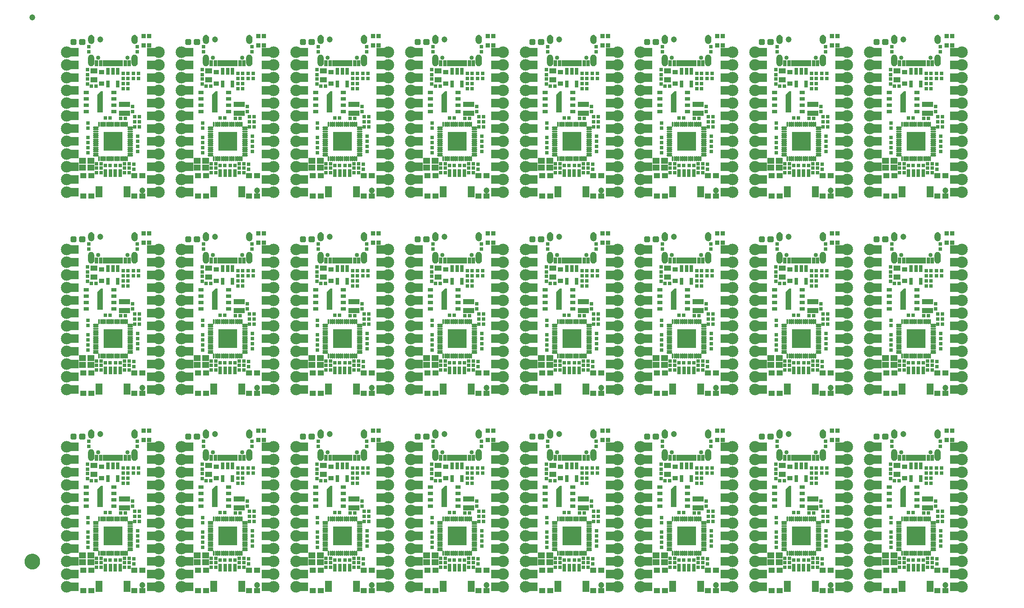
<source format=gts>
G04 EAGLE Gerber RS-274X export*
G75*
%MOMM*%
%FSLAX34Y34*%
%LPD*%
%INSoldermask Top*%
%IPPOS*%
%AMOC8*
5,1,8,0,0,1.08239X$1,22.5*%
G01*
%ADD10R,0.803200X0.803200*%
%ADD11C,0.505344*%
%ADD12C,1.203200*%
%ADD13R,1.403200X1.003200*%
%ADD14R,1.033200X0.833200*%
%ADD15R,0.753200X1.403200*%
%ADD16R,1.203200X1.103200*%
%ADD17R,1.403200X2.203200*%
%ADD18R,0.803200X1.553200*%
%ADD19C,1.459600*%
%ADD20C,2.309600*%
%ADD21R,0.503200X1.203200*%
%ADD22R,0.803200X1.203200*%
%ADD23C,0.853200*%
%ADD24R,1.403200X1.303200*%
%ADD25R,1.053200X0.703200*%
%ADD26R,0.903200X0.903200*%
%ADD27C,0.282238*%
%ADD28R,3.703200X3.703200*%
%ADD29R,2.203200X1.003200*%
%ADD30C,1.270000*%
%ADD31C,1.703200*%

G36*
X1211816Y959196D02*
X1211816Y959196D01*
X1211833Y959193D01*
X1211883Y959215D01*
X1211934Y959230D01*
X1211945Y959243D01*
X1211961Y959250D01*
X1211991Y959295D01*
X1212026Y959335D01*
X1212029Y959352D01*
X1212038Y959367D01*
X1212049Y959440D01*
X1212049Y1001690D01*
X1212044Y1001706D01*
X1212047Y1001723D01*
X1212025Y1001773D01*
X1212010Y1001824D01*
X1211997Y1001835D01*
X1211990Y1001851D01*
X1211945Y1001881D01*
X1211905Y1001916D01*
X1211888Y1001919D01*
X1211874Y1001928D01*
X1211800Y1001939D01*
X1207700Y1001939D01*
X1207642Y1001922D01*
X1207584Y1001910D01*
X1207572Y1001902D01*
X1207566Y1001900D01*
X1207559Y1001892D01*
X1207524Y1001866D01*
X1201024Y995366D01*
X1200995Y995314D01*
X1200962Y995264D01*
X1200960Y995249D01*
X1200957Y995244D01*
X1200957Y995233D01*
X1200951Y995190D01*
X1200951Y959440D01*
X1200956Y959424D01*
X1200953Y959407D01*
X1200975Y959357D01*
X1200990Y959306D01*
X1201003Y959295D01*
X1201010Y959279D01*
X1201055Y959249D01*
X1201095Y959214D01*
X1201112Y959211D01*
X1201127Y959202D01*
X1201200Y959191D01*
X1211800Y959191D01*
X1211816Y959196D01*
G37*
G36*
X983216Y959196D02*
X983216Y959196D01*
X983233Y959193D01*
X983283Y959215D01*
X983334Y959230D01*
X983345Y959243D01*
X983361Y959250D01*
X983391Y959295D01*
X983426Y959335D01*
X983429Y959352D01*
X983438Y959367D01*
X983449Y959440D01*
X983449Y1001690D01*
X983444Y1001706D01*
X983447Y1001723D01*
X983425Y1001773D01*
X983410Y1001824D01*
X983397Y1001835D01*
X983390Y1001851D01*
X983345Y1001881D01*
X983305Y1001916D01*
X983288Y1001919D01*
X983274Y1001928D01*
X983200Y1001939D01*
X979100Y1001939D01*
X979042Y1001922D01*
X978984Y1001910D01*
X978972Y1001902D01*
X978966Y1001900D01*
X978959Y1001892D01*
X978924Y1001866D01*
X972424Y995366D01*
X972395Y995314D01*
X972362Y995264D01*
X972360Y995249D01*
X972357Y995244D01*
X972357Y995233D01*
X972351Y995190D01*
X972351Y959440D01*
X972356Y959424D01*
X972353Y959407D01*
X972375Y959357D01*
X972390Y959306D01*
X972403Y959295D01*
X972410Y959279D01*
X972455Y959249D01*
X972495Y959214D01*
X972512Y959211D01*
X972527Y959202D01*
X972600Y959191D01*
X983200Y959191D01*
X983216Y959196D01*
G37*
G36*
X1669016Y959196D02*
X1669016Y959196D01*
X1669033Y959193D01*
X1669083Y959215D01*
X1669134Y959230D01*
X1669145Y959243D01*
X1669161Y959250D01*
X1669191Y959295D01*
X1669226Y959335D01*
X1669229Y959352D01*
X1669238Y959367D01*
X1669249Y959440D01*
X1669249Y1001690D01*
X1669244Y1001706D01*
X1669247Y1001723D01*
X1669225Y1001773D01*
X1669210Y1001824D01*
X1669197Y1001835D01*
X1669190Y1001851D01*
X1669145Y1001881D01*
X1669105Y1001916D01*
X1669088Y1001919D01*
X1669074Y1001928D01*
X1669000Y1001939D01*
X1664900Y1001939D01*
X1664842Y1001922D01*
X1664784Y1001910D01*
X1664772Y1001902D01*
X1664766Y1001900D01*
X1664759Y1001892D01*
X1664724Y1001866D01*
X1658224Y995366D01*
X1658195Y995314D01*
X1658162Y995264D01*
X1658160Y995249D01*
X1658157Y995244D01*
X1658157Y995233D01*
X1658151Y995190D01*
X1658151Y959440D01*
X1658156Y959424D01*
X1658153Y959407D01*
X1658175Y959357D01*
X1658190Y959306D01*
X1658203Y959295D01*
X1658210Y959279D01*
X1658255Y959249D01*
X1658295Y959214D01*
X1658312Y959211D01*
X1658327Y959202D01*
X1658400Y959191D01*
X1669000Y959191D01*
X1669016Y959196D01*
G37*
G36*
X297416Y959196D02*
X297416Y959196D01*
X297433Y959193D01*
X297483Y959215D01*
X297534Y959230D01*
X297545Y959243D01*
X297561Y959250D01*
X297591Y959295D01*
X297626Y959335D01*
X297629Y959352D01*
X297638Y959367D01*
X297649Y959440D01*
X297649Y1001690D01*
X297644Y1001706D01*
X297647Y1001723D01*
X297625Y1001773D01*
X297610Y1001824D01*
X297597Y1001835D01*
X297590Y1001851D01*
X297545Y1001881D01*
X297505Y1001916D01*
X297488Y1001919D01*
X297474Y1001928D01*
X297400Y1001939D01*
X293300Y1001939D01*
X293242Y1001922D01*
X293184Y1001910D01*
X293172Y1001902D01*
X293166Y1001900D01*
X293159Y1001892D01*
X293124Y1001866D01*
X286624Y995366D01*
X286595Y995314D01*
X286562Y995264D01*
X286560Y995249D01*
X286557Y995244D01*
X286557Y995233D01*
X286551Y995190D01*
X286551Y959440D01*
X286556Y959424D01*
X286553Y959407D01*
X286575Y959357D01*
X286590Y959306D01*
X286603Y959295D01*
X286610Y959279D01*
X286655Y959249D01*
X286695Y959214D01*
X286712Y959211D01*
X286727Y959202D01*
X286800Y959191D01*
X297400Y959191D01*
X297416Y959196D01*
G37*
G36*
X68816Y959196D02*
X68816Y959196D01*
X68833Y959193D01*
X68883Y959215D01*
X68934Y959230D01*
X68945Y959243D01*
X68961Y959250D01*
X68991Y959295D01*
X69026Y959335D01*
X69029Y959352D01*
X69038Y959367D01*
X69049Y959440D01*
X69049Y1001690D01*
X69044Y1001706D01*
X69047Y1001723D01*
X69025Y1001773D01*
X69010Y1001824D01*
X68997Y1001835D01*
X68990Y1001851D01*
X68945Y1001881D01*
X68905Y1001916D01*
X68888Y1001919D01*
X68874Y1001928D01*
X68800Y1001939D01*
X64700Y1001939D01*
X64642Y1001922D01*
X64584Y1001910D01*
X64572Y1001902D01*
X64566Y1001900D01*
X64559Y1001892D01*
X64524Y1001866D01*
X58024Y995366D01*
X57995Y995314D01*
X57962Y995264D01*
X57960Y995249D01*
X57957Y995244D01*
X57957Y995233D01*
X57951Y995190D01*
X57951Y959440D01*
X57956Y959424D01*
X57953Y959407D01*
X57975Y959357D01*
X57990Y959306D01*
X58003Y959295D01*
X58010Y959279D01*
X58055Y959249D01*
X58095Y959214D01*
X58112Y959211D01*
X58127Y959202D01*
X58200Y959191D01*
X68800Y959191D01*
X68816Y959196D01*
G37*
G36*
X526016Y959196D02*
X526016Y959196D01*
X526033Y959193D01*
X526083Y959215D01*
X526134Y959230D01*
X526145Y959243D01*
X526161Y959250D01*
X526191Y959295D01*
X526226Y959335D01*
X526229Y959352D01*
X526238Y959367D01*
X526249Y959440D01*
X526249Y1001690D01*
X526244Y1001706D01*
X526247Y1001723D01*
X526225Y1001773D01*
X526210Y1001824D01*
X526197Y1001835D01*
X526190Y1001851D01*
X526145Y1001881D01*
X526105Y1001916D01*
X526088Y1001919D01*
X526074Y1001928D01*
X526000Y1001939D01*
X521900Y1001939D01*
X521842Y1001922D01*
X521784Y1001910D01*
X521772Y1001902D01*
X521766Y1001900D01*
X521759Y1001892D01*
X521724Y1001866D01*
X515224Y995366D01*
X515195Y995314D01*
X515162Y995264D01*
X515160Y995249D01*
X515157Y995244D01*
X515157Y995233D01*
X515151Y995190D01*
X515151Y959440D01*
X515156Y959424D01*
X515153Y959407D01*
X515175Y959357D01*
X515190Y959306D01*
X515203Y959295D01*
X515210Y959279D01*
X515255Y959249D01*
X515295Y959214D01*
X515312Y959211D01*
X515327Y959202D01*
X515400Y959191D01*
X526000Y959191D01*
X526016Y959196D01*
G37*
G36*
X1440416Y959196D02*
X1440416Y959196D01*
X1440433Y959193D01*
X1440483Y959215D01*
X1440534Y959230D01*
X1440545Y959243D01*
X1440561Y959250D01*
X1440591Y959295D01*
X1440626Y959335D01*
X1440629Y959352D01*
X1440638Y959367D01*
X1440649Y959440D01*
X1440649Y1001690D01*
X1440644Y1001706D01*
X1440647Y1001723D01*
X1440625Y1001773D01*
X1440610Y1001824D01*
X1440597Y1001835D01*
X1440590Y1001851D01*
X1440545Y1001881D01*
X1440505Y1001916D01*
X1440488Y1001919D01*
X1440474Y1001928D01*
X1440400Y1001939D01*
X1436300Y1001939D01*
X1436242Y1001922D01*
X1436184Y1001910D01*
X1436172Y1001902D01*
X1436166Y1001900D01*
X1436159Y1001892D01*
X1436124Y1001866D01*
X1429624Y995366D01*
X1429595Y995314D01*
X1429562Y995264D01*
X1429560Y995249D01*
X1429557Y995244D01*
X1429557Y995233D01*
X1429551Y995190D01*
X1429551Y959440D01*
X1429556Y959424D01*
X1429553Y959407D01*
X1429575Y959357D01*
X1429590Y959306D01*
X1429603Y959295D01*
X1429610Y959279D01*
X1429655Y959249D01*
X1429695Y959214D01*
X1429712Y959211D01*
X1429727Y959202D01*
X1429800Y959191D01*
X1440400Y959191D01*
X1440416Y959196D01*
G37*
G36*
X754616Y959196D02*
X754616Y959196D01*
X754633Y959193D01*
X754683Y959215D01*
X754734Y959230D01*
X754745Y959243D01*
X754761Y959250D01*
X754791Y959295D01*
X754826Y959335D01*
X754829Y959352D01*
X754838Y959367D01*
X754849Y959440D01*
X754849Y1001690D01*
X754844Y1001706D01*
X754847Y1001723D01*
X754825Y1001773D01*
X754810Y1001824D01*
X754797Y1001835D01*
X754790Y1001851D01*
X754745Y1001881D01*
X754705Y1001916D01*
X754688Y1001919D01*
X754674Y1001928D01*
X754600Y1001939D01*
X750500Y1001939D01*
X750442Y1001922D01*
X750384Y1001910D01*
X750372Y1001902D01*
X750366Y1001900D01*
X750359Y1001892D01*
X750324Y1001866D01*
X743824Y995366D01*
X743795Y995314D01*
X743762Y995264D01*
X743760Y995249D01*
X743757Y995244D01*
X743757Y995233D01*
X743751Y995190D01*
X743751Y959440D01*
X743756Y959424D01*
X743753Y959407D01*
X743775Y959357D01*
X743790Y959306D01*
X743803Y959295D01*
X743810Y959279D01*
X743855Y959249D01*
X743895Y959214D01*
X743912Y959211D01*
X743927Y959202D01*
X744000Y959191D01*
X754600Y959191D01*
X754616Y959196D01*
G37*
G36*
X297416Y565496D02*
X297416Y565496D01*
X297433Y565493D01*
X297483Y565515D01*
X297534Y565530D01*
X297545Y565543D01*
X297561Y565550D01*
X297591Y565595D01*
X297626Y565635D01*
X297629Y565652D01*
X297638Y565667D01*
X297649Y565740D01*
X297649Y607990D01*
X297644Y608006D01*
X297647Y608023D01*
X297625Y608073D01*
X297610Y608124D01*
X297597Y608135D01*
X297590Y608151D01*
X297545Y608181D01*
X297505Y608216D01*
X297488Y608219D01*
X297474Y608228D01*
X297400Y608239D01*
X293300Y608239D01*
X293242Y608222D01*
X293184Y608210D01*
X293172Y608202D01*
X293166Y608200D01*
X293159Y608192D01*
X293124Y608166D01*
X286624Y601666D01*
X286595Y601614D01*
X286562Y601564D01*
X286560Y601549D01*
X286557Y601544D01*
X286557Y601533D01*
X286551Y601490D01*
X286551Y565740D01*
X286556Y565724D01*
X286553Y565707D01*
X286575Y565657D01*
X286590Y565606D01*
X286603Y565595D01*
X286610Y565579D01*
X286655Y565549D01*
X286695Y565514D01*
X286712Y565511D01*
X286727Y565502D01*
X286800Y565491D01*
X297400Y565491D01*
X297416Y565496D01*
G37*
G36*
X1669016Y565496D02*
X1669016Y565496D01*
X1669033Y565493D01*
X1669083Y565515D01*
X1669134Y565530D01*
X1669145Y565543D01*
X1669161Y565550D01*
X1669191Y565595D01*
X1669226Y565635D01*
X1669229Y565652D01*
X1669238Y565667D01*
X1669249Y565740D01*
X1669249Y607990D01*
X1669244Y608006D01*
X1669247Y608023D01*
X1669225Y608073D01*
X1669210Y608124D01*
X1669197Y608135D01*
X1669190Y608151D01*
X1669145Y608181D01*
X1669105Y608216D01*
X1669088Y608219D01*
X1669074Y608228D01*
X1669000Y608239D01*
X1664900Y608239D01*
X1664842Y608222D01*
X1664784Y608210D01*
X1664772Y608202D01*
X1664766Y608200D01*
X1664759Y608192D01*
X1664724Y608166D01*
X1658224Y601666D01*
X1658195Y601614D01*
X1658162Y601564D01*
X1658160Y601549D01*
X1658157Y601544D01*
X1658157Y601533D01*
X1658151Y601490D01*
X1658151Y565740D01*
X1658156Y565724D01*
X1658153Y565707D01*
X1658175Y565657D01*
X1658190Y565606D01*
X1658203Y565595D01*
X1658210Y565579D01*
X1658255Y565549D01*
X1658295Y565514D01*
X1658312Y565511D01*
X1658327Y565502D01*
X1658400Y565491D01*
X1669000Y565491D01*
X1669016Y565496D01*
G37*
G36*
X1440416Y565496D02*
X1440416Y565496D01*
X1440433Y565493D01*
X1440483Y565515D01*
X1440534Y565530D01*
X1440545Y565543D01*
X1440561Y565550D01*
X1440591Y565595D01*
X1440626Y565635D01*
X1440629Y565652D01*
X1440638Y565667D01*
X1440649Y565740D01*
X1440649Y607990D01*
X1440644Y608006D01*
X1440647Y608023D01*
X1440625Y608073D01*
X1440610Y608124D01*
X1440597Y608135D01*
X1440590Y608151D01*
X1440545Y608181D01*
X1440505Y608216D01*
X1440488Y608219D01*
X1440474Y608228D01*
X1440400Y608239D01*
X1436300Y608239D01*
X1436242Y608222D01*
X1436184Y608210D01*
X1436172Y608202D01*
X1436166Y608200D01*
X1436159Y608192D01*
X1436124Y608166D01*
X1429624Y601666D01*
X1429595Y601614D01*
X1429562Y601564D01*
X1429560Y601549D01*
X1429557Y601544D01*
X1429557Y601533D01*
X1429551Y601490D01*
X1429551Y565740D01*
X1429556Y565724D01*
X1429553Y565707D01*
X1429575Y565657D01*
X1429590Y565606D01*
X1429603Y565595D01*
X1429610Y565579D01*
X1429655Y565549D01*
X1429695Y565514D01*
X1429712Y565511D01*
X1429727Y565502D01*
X1429800Y565491D01*
X1440400Y565491D01*
X1440416Y565496D01*
G37*
G36*
X983216Y565496D02*
X983216Y565496D01*
X983233Y565493D01*
X983283Y565515D01*
X983334Y565530D01*
X983345Y565543D01*
X983361Y565550D01*
X983391Y565595D01*
X983426Y565635D01*
X983429Y565652D01*
X983438Y565667D01*
X983449Y565740D01*
X983449Y607990D01*
X983444Y608006D01*
X983447Y608023D01*
X983425Y608073D01*
X983410Y608124D01*
X983397Y608135D01*
X983390Y608151D01*
X983345Y608181D01*
X983305Y608216D01*
X983288Y608219D01*
X983274Y608228D01*
X983200Y608239D01*
X979100Y608239D01*
X979042Y608222D01*
X978984Y608210D01*
X978972Y608202D01*
X978966Y608200D01*
X978959Y608192D01*
X978924Y608166D01*
X972424Y601666D01*
X972395Y601614D01*
X972362Y601564D01*
X972360Y601549D01*
X972357Y601544D01*
X972357Y601533D01*
X972351Y601490D01*
X972351Y565740D01*
X972356Y565724D01*
X972353Y565707D01*
X972375Y565657D01*
X972390Y565606D01*
X972403Y565595D01*
X972410Y565579D01*
X972455Y565549D01*
X972495Y565514D01*
X972512Y565511D01*
X972527Y565502D01*
X972600Y565491D01*
X983200Y565491D01*
X983216Y565496D01*
G37*
G36*
X68816Y565496D02*
X68816Y565496D01*
X68833Y565493D01*
X68883Y565515D01*
X68934Y565530D01*
X68945Y565543D01*
X68961Y565550D01*
X68991Y565595D01*
X69026Y565635D01*
X69029Y565652D01*
X69038Y565667D01*
X69049Y565740D01*
X69049Y607990D01*
X69044Y608006D01*
X69047Y608023D01*
X69025Y608073D01*
X69010Y608124D01*
X68997Y608135D01*
X68990Y608151D01*
X68945Y608181D01*
X68905Y608216D01*
X68888Y608219D01*
X68874Y608228D01*
X68800Y608239D01*
X64700Y608239D01*
X64642Y608222D01*
X64584Y608210D01*
X64572Y608202D01*
X64566Y608200D01*
X64559Y608192D01*
X64524Y608166D01*
X58024Y601666D01*
X57995Y601614D01*
X57962Y601564D01*
X57960Y601549D01*
X57957Y601544D01*
X57957Y601533D01*
X57951Y601490D01*
X57951Y565740D01*
X57956Y565724D01*
X57953Y565707D01*
X57975Y565657D01*
X57990Y565606D01*
X58003Y565595D01*
X58010Y565579D01*
X58055Y565549D01*
X58095Y565514D01*
X58112Y565511D01*
X58127Y565502D01*
X58200Y565491D01*
X68800Y565491D01*
X68816Y565496D01*
G37*
G36*
X754616Y565496D02*
X754616Y565496D01*
X754633Y565493D01*
X754683Y565515D01*
X754734Y565530D01*
X754745Y565543D01*
X754761Y565550D01*
X754791Y565595D01*
X754826Y565635D01*
X754829Y565652D01*
X754838Y565667D01*
X754849Y565740D01*
X754849Y607990D01*
X754844Y608006D01*
X754847Y608023D01*
X754825Y608073D01*
X754810Y608124D01*
X754797Y608135D01*
X754790Y608151D01*
X754745Y608181D01*
X754705Y608216D01*
X754688Y608219D01*
X754674Y608228D01*
X754600Y608239D01*
X750500Y608239D01*
X750442Y608222D01*
X750384Y608210D01*
X750372Y608202D01*
X750366Y608200D01*
X750359Y608192D01*
X750324Y608166D01*
X743824Y601666D01*
X743795Y601614D01*
X743762Y601564D01*
X743760Y601549D01*
X743757Y601544D01*
X743757Y601533D01*
X743751Y601490D01*
X743751Y565740D01*
X743756Y565724D01*
X743753Y565707D01*
X743775Y565657D01*
X743790Y565606D01*
X743803Y565595D01*
X743810Y565579D01*
X743855Y565549D01*
X743895Y565514D01*
X743912Y565511D01*
X743927Y565502D01*
X744000Y565491D01*
X754600Y565491D01*
X754616Y565496D01*
G37*
G36*
X526016Y565496D02*
X526016Y565496D01*
X526033Y565493D01*
X526083Y565515D01*
X526134Y565530D01*
X526145Y565543D01*
X526161Y565550D01*
X526191Y565595D01*
X526226Y565635D01*
X526229Y565652D01*
X526238Y565667D01*
X526249Y565740D01*
X526249Y607990D01*
X526244Y608006D01*
X526247Y608023D01*
X526225Y608073D01*
X526210Y608124D01*
X526197Y608135D01*
X526190Y608151D01*
X526145Y608181D01*
X526105Y608216D01*
X526088Y608219D01*
X526074Y608228D01*
X526000Y608239D01*
X521900Y608239D01*
X521842Y608222D01*
X521784Y608210D01*
X521772Y608202D01*
X521766Y608200D01*
X521759Y608192D01*
X521724Y608166D01*
X515224Y601666D01*
X515195Y601614D01*
X515162Y601564D01*
X515160Y601549D01*
X515157Y601544D01*
X515157Y601533D01*
X515151Y601490D01*
X515151Y565740D01*
X515156Y565724D01*
X515153Y565707D01*
X515175Y565657D01*
X515190Y565606D01*
X515203Y565595D01*
X515210Y565579D01*
X515255Y565549D01*
X515295Y565514D01*
X515312Y565511D01*
X515327Y565502D01*
X515400Y565491D01*
X526000Y565491D01*
X526016Y565496D01*
G37*
G36*
X1211816Y565496D02*
X1211816Y565496D01*
X1211833Y565493D01*
X1211883Y565515D01*
X1211934Y565530D01*
X1211945Y565543D01*
X1211961Y565550D01*
X1211991Y565595D01*
X1212026Y565635D01*
X1212029Y565652D01*
X1212038Y565667D01*
X1212049Y565740D01*
X1212049Y607990D01*
X1212044Y608006D01*
X1212047Y608023D01*
X1212025Y608073D01*
X1212010Y608124D01*
X1211997Y608135D01*
X1211990Y608151D01*
X1211945Y608181D01*
X1211905Y608216D01*
X1211888Y608219D01*
X1211874Y608228D01*
X1211800Y608239D01*
X1207700Y608239D01*
X1207642Y608222D01*
X1207584Y608210D01*
X1207572Y608202D01*
X1207566Y608200D01*
X1207559Y608192D01*
X1207524Y608166D01*
X1201024Y601666D01*
X1200995Y601614D01*
X1200962Y601564D01*
X1200960Y601549D01*
X1200957Y601544D01*
X1200957Y601533D01*
X1200951Y601490D01*
X1200951Y565740D01*
X1200956Y565724D01*
X1200953Y565707D01*
X1200975Y565657D01*
X1200990Y565606D01*
X1201003Y565595D01*
X1201010Y565579D01*
X1201055Y565549D01*
X1201095Y565514D01*
X1201112Y565511D01*
X1201127Y565502D01*
X1201200Y565491D01*
X1211800Y565491D01*
X1211816Y565496D01*
G37*
G36*
X68816Y171796D02*
X68816Y171796D01*
X68833Y171793D01*
X68883Y171815D01*
X68934Y171830D01*
X68945Y171843D01*
X68961Y171850D01*
X68991Y171895D01*
X69026Y171935D01*
X69029Y171952D01*
X69038Y171967D01*
X69049Y172040D01*
X69049Y214290D01*
X69044Y214306D01*
X69047Y214323D01*
X69025Y214373D01*
X69010Y214424D01*
X68997Y214435D01*
X68990Y214451D01*
X68945Y214481D01*
X68905Y214516D01*
X68888Y214519D01*
X68874Y214528D01*
X68800Y214539D01*
X64700Y214539D01*
X64642Y214522D01*
X64584Y214510D01*
X64572Y214502D01*
X64566Y214500D01*
X64559Y214492D01*
X64524Y214466D01*
X58024Y207966D01*
X57995Y207914D01*
X57962Y207864D01*
X57960Y207849D01*
X57957Y207844D01*
X57957Y207833D01*
X57951Y207790D01*
X57951Y172040D01*
X57956Y172024D01*
X57953Y172007D01*
X57975Y171957D01*
X57990Y171906D01*
X58003Y171895D01*
X58010Y171879D01*
X58055Y171849D01*
X58095Y171814D01*
X58112Y171811D01*
X58127Y171802D01*
X58200Y171791D01*
X68800Y171791D01*
X68816Y171796D01*
G37*
G36*
X1211816Y171796D02*
X1211816Y171796D01*
X1211833Y171793D01*
X1211883Y171815D01*
X1211934Y171830D01*
X1211945Y171843D01*
X1211961Y171850D01*
X1211991Y171895D01*
X1212026Y171935D01*
X1212029Y171952D01*
X1212038Y171967D01*
X1212049Y172040D01*
X1212049Y214290D01*
X1212044Y214306D01*
X1212047Y214323D01*
X1212025Y214373D01*
X1212010Y214424D01*
X1211997Y214435D01*
X1211990Y214451D01*
X1211945Y214481D01*
X1211905Y214516D01*
X1211888Y214519D01*
X1211874Y214528D01*
X1211800Y214539D01*
X1207700Y214539D01*
X1207642Y214522D01*
X1207584Y214510D01*
X1207572Y214502D01*
X1207566Y214500D01*
X1207559Y214492D01*
X1207524Y214466D01*
X1201024Y207966D01*
X1200995Y207914D01*
X1200962Y207864D01*
X1200960Y207849D01*
X1200957Y207844D01*
X1200957Y207833D01*
X1200951Y207790D01*
X1200951Y172040D01*
X1200956Y172024D01*
X1200953Y172007D01*
X1200975Y171957D01*
X1200990Y171906D01*
X1201003Y171895D01*
X1201010Y171879D01*
X1201055Y171849D01*
X1201095Y171814D01*
X1201112Y171811D01*
X1201127Y171802D01*
X1201200Y171791D01*
X1211800Y171791D01*
X1211816Y171796D01*
G37*
G36*
X1669016Y171796D02*
X1669016Y171796D01*
X1669033Y171793D01*
X1669083Y171815D01*
X1669134Y171830D01*
X1669145Y171843D01*
X1669161Y171850D01*
X1669191Y171895D01*
X1669226Y171935D01*
X1669229Y171952D01*
X1669238Y171967D01*
X1669249Y172040D01*
X1669249Y214290D01*
X1669244Y214306D01*
X1669247Y214323D01*
X1669225Y214373D01*
X1669210Y214424D01*
X1669197Y214435D01*
X1669190Y214451D01*
X1669145Y214481D01*
X1669105Y214516D01*
X1669088Y214519D01*
X1669074Y214528D01*
X1669000Y214539D01*
X1664900Y214539D01*
X1664842Y214522D01*
X1664784Y214510D01*
X1664772Y214502D01*
X1664766Y214500D01*
X1664759Y214492D01*
X1664724Y214466D01*
X1658224Y207966D01*
X1658195Y207914D01*
X1658162Y207864D01*
X1658160Y207849D01*
X1658157Y207844D01*
X1658157Y207833D01*
X1658151Y207790D01*
X1658151Y172040D01*
X1658156Y172024D01*
X1658153Y172007D01*
X1658175Y171957D01*
X1658190Y171906D01*
X1658203Y171895D01*
X1658210Y171879D01*
X1658255Y171849D01*
X1658295Y171814D01*
X1658312Y171811D01*
X1658327Y171802D01*
X1658400Y171791D01*
X1669000Y171791D01*
X1669016Y171796D01*
G37*
G36*
X297416Y171796D02*
X297416Y171796D01*
X297433Y171793D01*
X297483Y171815D01*
X297534Y171830D01*
X297545Y171843D01*
X297561Y171850D01*
X297591Y171895D01*
X297626Y171935D01*
X297629Y171952D01*
X297638Y171967D01*
X297649Y172040D01*
X297649Y214290D01*
X297644Y214306D01*
X297647Y214323D01*
X297625Y214373D01*
X297610Y214424D01*
X297597Y214435D01*
X297590Y214451D01*
X297545Y214481D01*
X297505Y214516D01*
X297488Y214519D01*
X297474Y214528D01*
X297400Y214539D01*
X293300Y214539D01*
X293242Y214522D01*
X293184Y214510D01*
X293172Y214502D01*
X293166Y214500D01*
X293159Y214492D01*
X293124Y214466D01*
X286624Y207966D01*
X286595Y207914D01*
X286562Y207864D01*
X286560Y207849D01*
X286557Y207844D01*
X286557Y207833D01*
X286551Y207790D01*
X286551Y172040D01*
X286556Y172024D01*
X286553Y172007D01*
X286575Y171957D01*
X286590Y171906D01*
X286603Y171895D01*
X286610Y171879D01*
X286655Y171849D01*
X286695Y171814D01*
X286712Y171811D01*
X286727Y171802D01*
X286800Y171791D01*
X297400Y171791D01*
X297416Y171796D01*
G37*
G36*
X526016Y171796D02*
X526016Y171796D01*
X526033Y171793D01*
X526083Y171815D01*
X526134Y171830D01*
X526145Y171843D01*
X526161Y171850D01*
X526191Y171895D01*
X526226Y171935D01*
X526229Y171952D01*
X526238Y171967D01*
X526249Y172040D01*
X526249Y214290D01*
X526244Y214306D01*
X526247Y214323D01*
X526225Y214373D01*
X526210Y214424D01*
X526197Y214435D01*
X526190Y214451D01*
X526145Y214481D01*
X526105Y214516D01*
X526088Y214519D01*
X526074Y214528D01*
X526000Y214539D01*
X521900Y214539D01*
X521842Y214522D01*
X521784Y214510D01*
X521772Y214502D01*
X521766Y214500D01*
X521759Y214492D01*
X521724Y214466D01*
X515224Y207966D01*
X515195Y207914D01*
X515162Y207864D01*
X515160Y207849D01*
X515157Y207844D01*
X515157Y207833D01*
X515151Y207790D01*
X515151Y172040D01*
X515156Y172024D01*
X515153Y172007D01*
X515175Y171957D01*
X515190Y171906D01*
X515203Y171895D01*
X515210Y171879D01*
X515255Y171849D01*
X515295Y171814D01*
X515312Y171811D01*
X515327Y171802D01*
X515400Y171791D01*
X526000Y171791D01*
X526016Y171796D01*
G37*
G36*
X1440416Y171796D02*
X1440416Y171796D01*
X1440433Y171793D01*
X1440483Y171815D01*
X1440534Y171830D01*
X1440545Y171843D01*
X1440561Y171850D01*
X1440591Y171895D01*
X1440626Y171935D01*
X1440629Y171952D01*
X1440638Y171967D01*
X1440649Y172040D01*
X1440649Y214290D01*
X1440644Y214306D01*
X1440647Y214323D01*
X1440625Y214373D01*
X1440610Y214424D01*
X1440597Y214435D01*
X1440590Y214451D01*
X1440545Y214481D01*
X1440505Y214516D01*
X1440488Y214519D01*
X1440474Y214528D01*
X1440400Y214539D01*
X1436300Y214539D01*
X1436242Y214522D01*
X1436184Y214510D01*
X1436172Y214502D01*
X1436166Y214500D01*
X1436159Y214492D01*
X1436124Y214466D01*
X1429624Y207966D01*
X1429595Y207914D01*
X1429562Y207864D01*
X1429560Y207849D01*
X1429557Y207844D01*
X1429557Y207833D01*
X1429551Y207790D01*
X1429551Y172040D01*
X1429556Y172024D01*
X1429553Y172007D01*
X1429575Y171957D01*
X1429590Y171906D01*
X1429603Y171895D01*
X1429610Y171879D01*
X1429655Y171849D01*
X1429695Y171814D01*
X1429712Y171811D01*
X1429727Y171802D01*
X1429800Y171791D01*
X1440400Y171791D01*
X1440416Y171796D01*
G37*
G36*
X983216Y171796D02*
X983216Y171796D01*
X983233Y171793D01*
X983283Y171815D01*
X983334Y171830D01*
X983345Y171843D01*
X983361Y171850D01*
X983391Y171895D01*
X983426Y171935D01*
X983429Y171952D01*
X983438Y171967D01*
X983449Y172040D01*
X983449Y214290D01*
X983444Y214306D01*
X983447Y214323D01*
X983425Y214373D01*
X983410Y214424D01*
X983397Y214435D01*
X983390Y214451D01*
X983345Y214481D01*
X983305Y214516D01*
X983288Y214519D01*
X983274Y214528D01*
X983200Y214539D01*
X979100Y214539D01*
X979042Y214522D01*
X978984Y214510D01*
X978972Y214502D01*
X978966Y214500D01*
X978959Y214492D01*
X978924Y214466D01*
X972424Y207966D01*
X972395Y207914D01*
X972362Y207864D01*
X972360Y207849D01*
X972357Y207844D01*
X972357Y207833D01*
X972351Y207790D01*
X972351Y172040D01*
X972356Y172024D01*
X972353Y172007D01*
X972375Y171957D01*
X972390Y171906D01*
X972403Y171895D01*
X972410Y171879D01*
X972455Y171849D01*
X972495Y171814D01*
X972512Y171811D01*
X972527Y171802D01*
X972600Y171791D01*
X983200Y171791D01*
X983216Y171796D01*
G37*
G36*
X754616Y171796D02*
X754616Y171796D01*
X754633Y171793D01*
X754683Y171815D01*
X754734Y171830D01*
X754745Y171843D01*
X754761Y171850D01*
X754791Y171895D01*
X754826Y171935D01*
X754829Y171952D01*
X754838Y171967D01*
X754849Y172040D01*
X754849Y214290D01*
X754844Y214306D01*
X754847Y214323D01*
X754825Y214373D01*
X754810Y214424D01*
X754797Y214435D01*
X754790Y214451D01*
X754745Y214481D01*
X754705Y214516D01*
X754688Y214519D01*
X754674Y214528D01*
X754600Y214539D01*
X750500Y214539D01*
X750442Y214522D01*
X750384Y214510D01*
X750372Y214502D01*
X750366Y214500D01*
X750359Y214492D01*
X750324Y214466D01*
X743824Y207966D01*
X743795Y207914D01*
X743762Y207864D01*
X743760Y207849D01*
X743757Y207844D01*
X743757Y207833D01*
X743751Y207790D01*
X743751Y172040D01*
X743756Y172024D01*
X743753Y172007D01*
X743775Y171957D01*
X743790Y171906D01*
X743803Y171895D01*
X743810Y171879D01*
X743855Y171849D01*
X743895Y171814D01*
X743912Y171811D01*
X743927Y171802D01*
X744000Y171791D01*
X754600Y171791D01*
X754616Y171796D01*
G37*
G36*
X1092202Y994920D02*
X1092202Y994920D01*
X1092204Y994919D01*
X1092247Y994939D01*
X1092291Y994957D01*
X1092291Y994959D01*
X1092293Y994960D01*
X1092326Y995045D01*
X1092326Y1011555D01*
X1092325Y1011557D01*
X1092326Y1011559D01*
X1092306Y1011602D01*
X1092288Y1011646D01*
X1092286Y1011646D01*
X1092285Y1011648D01*
X1092200Y1011681D01*
X1071880Y1011681D01*
X1071878Y1011680D01*
X1071876Y1011681D01*
X1071833Y1011661D01*
X1071789Y1011643D01*
X1071789Y1011641D01*
X1071787Y1011640D01*
X1071754Y1011555D01*
X1071754Y995045D01*
X1071755Y995043D01*
X1071754Y995041D01*
X1071774Y994998D01*
X1071792Y994954D01*
X1071794Y994954D01*
X1071795Y994952D01*
X1071880Y994919D01*
X1092200Y994919D01*
X1092202Y994920D01*
G37*
G36*
X1092202Y80520D02*
X1092202Y80520D01*
X1092204Y80519D01*
X1092247Y80539D01*
X1092291Y80557D01*
X1092291Y80559D01*
X1092293Y80560D01*
X1092326Y80645D01*
X1092326Y97155D01*
X1092325Y97157D01*
X1092326Y97159D01*
X1092306Y97202D01*
X1092288Y97246D01*
X1092286Y97246D01*
X1092285Y97248D01*
X1092200Y97281D01*
X1071880Y97281D01*
X1071878Y97280D01*
X1071876Y97281D01*
X1071833Y97261D01*
X1071789Y97243D01*
X1071789Y97241D01*
X1071787Y97240D01*
X1071754Y97155D01*
X1071754Y80645D01*
X1071755Y80643D01*
X1071754Y80641D01*
X1071774Y80598D01*
X1071792Y80554D01*
X1071794Y80554D01*
X1071795Y80552D01*
X1071880Y80519D01*
X1092200Y80519D01*
X1092202Y80520D01*
G37*
G36*
X1391922Y80520D02*
X1391922Y80520D01*
X1391924Y80519D01*
X1391967Y80539D01*
X1392011Y80557D01*
X1392011Y80559D01*
X1392013Y80560D01*
X1392046Y80645D01*
X1392046Y97155D01*
X1392045Y97157D01*
X1392046Y97159D01*
X1392026Y97202D01*
X1392008Y97246D01*
X1392006Y97246D01*
X1392005Y97248D01*
X1391920Y97281D01*
X1371600Y97281D01*
X1371598Y97280D01*
X1371596Y97281D01*
X1371553Y97261D01*
X1371509Y97243D01*
X1371509Y97241D01*
X1371507Y97240D01*
X1371474Y97155D01*
X1371474Y80645D01*
X1371475Y80643D01*
X1371474Y80641D01*
X1371494Y80598D01*
X1371512Y80554D01*
X1371514Y80554D01*
X1371515Y80552D01*
X1371600Y80519D01*
X1391920Y80519D01*
X1391922Y80520D01*
G37*
G36*
X1778002Y80520D02*
X1778002Y80520D01*
X1778004Y80519D01*
X1778047Y80539D01*
X1778091Y80557D01*
X1778091Y80559D01*
X1778093Y80560D01*
X1778126Y80645D01*
X1778126Y97155D01*
X1778125Y97157D01*
X1778126Y97159D01*
X1778106Y97202D01*
X1778088Y97246D01*
X1778086Y97246D01*
X1778085Y97248D01*
X1778000Y97281D01*
X1757680Y97281D01*
X1757678Y97280D01*
X1757676Y97281D01*
X1757633Y97261D01*
X1757589Y97243D01*
X1757589Y97241D01*
X1757587Y97240D01*
X1757554Y97155D01*
X1757554Y80645D01*
X1757555Y80643D01*
X1757554Y80641D01*
X1757574Y80598D01*
X1757592Y80554D01*
X1757594Y80554D01*
X1757595Y80552D01*
X1757680Y80519D01*
X1778000Y80519D01*
X1778002Y80520D01*
G37*
G36*
X1163322Y80520D02*
X1163322Y80520D01*
X1163324Y80519D01*
X1163367Y80539D01*
X1163411Y80557D01*
X1163411Y80559D01*
X1163413Y80560D01*
X1163446Y80645D01*
X1163446Y97155D01*
X1163445Y97157D01*
X1163446Y97159D01*
X1163426Y97202D01*
X1163408Y97246D01*
X1163406Y97246D01*
X1163405Y97248D01*
X1163320Y97281D01*
X1143000Y97281D01*
X1142998Y97280D01*
X1142996Y97281D01*
X1142953Y97261D01*
X1142909Y97243D01*
X1142909Y97241D01*
X1142907Y97240D01*
X1142874Y97155D01*
X1142874Y80645D01*
X1142875Y80643D01*
X1142874Y80641D01*
X1142894Y80598D01*
X1142912Y80554D01*
X1142914Y80554D01*
X1142915Y80552D01*
X1143000Y80519D01*
X1163320Y80519D01*
X1163322Y80520D01*
G37*
G36*
X1620522Y80520D02*
X1620522Y80520D01*
X1620524Y80519D01*
X1620567Y80539D01*
X1620611Y80557D01*
X1620611Y80559D01*
X1620613Y80560D01*
X1620646Y80645D01*
X1620646Y97155D01*
X1620645Y97157D01*
X1620646Y97159D01*
X1620626Y97202D01*
X1620608Y97246D01*
X1620606Y97246D01*
X1620605Y97248D01*
X1620520Y97281D01*
X1600200Y97281D01*
X1600198Y97280D01*
X1600196Y97281D01*
X1600153Y97261D01*
X1600109Y97243D01*
X1600109Y97241D01*
X1600107Y97240D01*
X1600074Y97155D01*
X1600074Y80645D01*
X1600075Y80643D01*
X1600074Y80641D01*
X1600094Y80598D01*
X1600112Y80554D01*
X1600114Y80554D01*
X1600115Y80552D01*
X1600200Y80519D01*
X1620520Y80519D01*
X1620522Y80520D01*
G37*
G36*
X934722Y80520D02*
X934722Y80520D01*
X934724Y80519D01*
X934767Y80539D01*
X934811Y80557D01*
X934811Y80559D01*
X934813Y80560D01*
X934846Y80645D01*
X934846Y97155D01*
X934845Y97157D01*
X934846Y97159D01*
X934826Y97202D01*
X934808Y97246D01*
X934806Y97246D01*
X934805Y97248D01*
X934720Y97281D01*
X914400Y97281D01*
X914398Y97280D01*
X914396Y97281D01*
X914353Y97261D01*
X914309Y97243D01*
X914309Y97241D01*
X914307Y97240D01*
X914274Y97155D01*
X914274Y80645D01*
X914275Y80643D01*
X914274Y80641D01*
X914294Y80598D01*
X914312Y80554D01*
X914314Y80554D01*
X914315Y80552D01*
X914400Y80519D01*
X934720Y80519D01*
X934722Y80520D01*
G37*
G36*
X477522Y80520D02*
X477522Y80520D01*
X477524Y80519D01*
X477567Y80539D01*
X477611Y80557D01*
X477611Y80559D01*
X477613Y80560D01*
X477646Y80645D01*
X477646Y97155D01*
X477645Y97157D01*
X477646Y97159D01*
X477626Y97202D01*
X477608Y97246D01*
X477606Y97246D01*
X477605Y97248D01*
X477520Y97281D01*
X457200Y97281D01*
X457198Y97280D01*
X457196Y97281D01*
X457153Y97261D01*
X457109Y97243D01*
X457109Y97241D01*
X457107Y97240D01*
X457074Y97155D01*
X457074Y80645D01*
X457075Y80643D01*
X457074Y80641D01*
X457094Y80598D01*
X457112Y80554D01*
X457114Y80554D01*
X457115Y80552D01*
X457200Y80519D01*
X477520Y80519D01*
X477522Y80520D01*
G37*
G36*
X406402Y80520D02*
X406402Y80520D01*
X406404Y80519D01*
X406447Y80539D01*
X406491Y80557D01*
X406491Y80559D01*
X406493Y80560D01*
X406526Y80645D01*
X406526Y97155D01*
X406525Y97157D01*
X406526Y97159D01*
X406506Y97202D01*
X406488Y97246D01*
X406486Y97246D01*
X406485Y97248D01*
X406400Y97281D01*
X386080Y97281D01*
X386078Y97280D01*
X386076Y97281D01*
X386033Y97261D01*
X385989Y97243D01*
X385989Y97241D01*
X385987Y97240D01*
X385954Y97155D01*
X385954Y80645D01*
X385955Y80643D01*
X385954Y80641D01*
X385974Y80598D01*
X385992Y80554D01*
X385994Y80554D01*
X385995Y80552D01*
X386080Y80519D01*
X406400Y80519D01*
X406402Y80520D01*
G37*
G36*
X1620522Y55120D02*
X1620522Y55120D01*
X1620524Y55119D01*
X1620567Y55139D01*
X1620611Y55157D01*
X1620611Y55159D01*
X1620613Y55160D01*
X1620646Y55245D01*
X1620646Y71755D01*
X1620645Y71757D01*
X1620646Y71759D01*
X1620626Y71802D01*
X1620608Y71846D01*
X1620606Y71846D01*
X1620605Y71848D01*
X1620520Y71881D01*
X1600200Y71881D01*
X1600198Y71880D01*
X1600196Y71881D01*
X1600153Y71861D01*
X1600109Y71843D01*
X1600109Y71841D01*
X1600107Y71840D01*
X1600074Y71755D01*
X1600074Y55245D01*
X1600075Y55243D01*
X1600074Y55241D01*
X1600094Y55198D01*
X1600112Y55154D01*
X1600114Y55154D01*
X1600115Y55152D01*
X1600200Y55119D01*
X1620520Y55119D01*
X1620522Y55120D01*
G37*
G36*
X20322Y55120D02*
X20322Y55120D01*
X20324Y55119D01*
X20367Y55139D01*
X20411Y55157D01*
X20411Y55159D01*
X20413Y55160D01*
X20446Y55245D01*
X20446Y71755D01*
X20445Y71757D01*
X20446Y71759D01*
X20426Y71802D01*
X20408Y71846D01*
X20406Y71846D01*
X20405Y71848D01*
X20320Y71881D01*
X0Y71881D01*
X-2Y71880D01*
X-4Y71881D01*
X-47Y71861D01*
X-91Y71843D01*
X-91Y71841D01*
X-93Y71840D01*
X-126Y71755D01*
X-126Y55245D01*
X-125Y55243D01*
X-126Y55241D01*
X-106Y55198D01*
X-88Y55154D01*
X-86Y55154D01*
X-85Y55152D01*
X0Y55119D01*
X20320Y55119D01*
X20322Y55120D01*
G37*
G36*
X1320802Y55120D02*
X1320802Y55120D01*
X1320804Y55119D01*
X1320847Y55139D01*
X1320891Y55157D01*
X1320891Y55159D01*
X1320893Y55160D01*
X1320926Y55245D01*
X1320926Y71755D01*
X1320925Y71757D01*
X1320926Y71759D01*
X1320906Y71802D01*
X1320888Y71846D01*
X1320886Y71846D01*
X1320885Y71848D01*
X1320800Y71881D01*
X1300480Y71881D01*
X1300478Y71880D01*
X1300476Y71881D01*
X1300433Y71861D01*
X1300389Y71843D01*
X1300389Y71841D01*
X1300387Y71840D01*
X1300354Y71755D01*
X1300354Y55245D01*
X1300355Y55243D01*
X1300354Y55241D01*
X1300374Y55198D01*
X1300392Y55154D01*
X1300394Y55154D01*
X1300395Y55152D01*
X1300480Y55119D01*
X1320800Y55119D01*
X1320802Y55120D01*
G37*
G36*
X406402Y55120D02*
X406402Y55120D01*
X406404Y55119D01*
X406447Y55139D01*
X406491Y55157D01*
X406491Y55159D01*
X406493Y55160D01*
X406526Y55245D01*
X406526Y71755D01*
X406525Y71757D01*
X406526Y71759D01*
X406506Y71802D01*
X406488Y71846D01*
X406486Y71846D01*
X406485Y71848D01*
X406400Y71881D01*
X386080Y71881D01*
X386078Y71880D01*
X386076Y71881D01*
X386033Y71861D01*
X385989Y71843D01*
X385989Y71841D01*
X385987Y71840D01*
X385954Y71755D01*
X385954Y55245D01*
X385955Y55243D01*
X385954Y55241D01*
X385974Y55198D01*
X385992Y55154D01*
X385994Y55154D01*
X385995Y55152D01*
X386080Y55119D01*
X406400Y55119D01*
X406402Y55120D01*
G37*
G36*
X1778002Y55120D02*
X1778002Y55120D01*
X1778004Y55119D01*
X1778047Y55139D01*
X1778091Y55157D01*
X1778091Y55159D01*
X1778093Y55160D01*
X1778126Y55245D01*
X1778126Y71755D01*
X1778125Y71757D01*
X1778126Y71759D01*
X1778106Y71802D01*
X1778088Y71846D01*
X1778086Y71846D01*
X1778085Y71848D01*
X1778000Y71881D01*
X1757680Y71881D01*
X1757678Y71880D01*
X1757676Y71881D01*
X1757633Y71861D01*
X1757589Y71843D01*
X1757589Y71841D01*
X1757587Y71840D01*
X1757554Y71755D01*
X1757554Y55245D01*
X1757555Y55243D01*
X1757554Y55241D01*
X1757574Y55198D01*
X1757592Y55154D01*
X1757594Y55154D01*
X1757595Y55152D01*
X1757680Y55119D01*
X1778000Y55119D01*
X1778002Y55120D01*
G37*
G36*
X248922Y55120D02*
X248922Y55120D01*
X248924Y55119D01*
X248967Y55139D01*
X249011Y55157D01*
X249011Y55159D01*
X249013Y55160D01*
X249046Y55245D01*
X249046Y71755D01*
X249045Y71757D01*
X249046Y71759D01*
X249026Y71802D01*
X249008Y71846D01*
X249006Y71846D01*
X249005Y71848D01*
X248920Y71881D01*
X228600Y71881D01*
X228598Y71880D01*
X228596Y71881D01*
X228553Y71861D01*
X228509Y71843D01*
X228509Y71841D01*
X228507Y71840D01*
X228474Y71755D01*
X228474Y55245D01*
X228475Y55243D01*
X228474Y55241D01*
X228494Y55198D01*
X228512Y55154D01*
X228514Y55154D01*
X228515Y55152D01*
X228600Y55119D01*
X248920Y55119D01*
X248922Y55120D01*
G37*
G36*
X1391922Y55120D02*
X1391922Y55120D01*
X1391924Y55119D01*
X1391967Y55139D01*
X1392011Y55157D01*
X1392011Y55159D01*
X1392013Y55160D01*
X1392046Y55245D01*
X1392046Y71755D01*
X1392045Y71757D01*
X1392046Y71759D01*
X1392026Y71802D01*
X1392008Y71846D01*
X1392006Y71846D01*
X1392005Y71848D01*
X1391920Y71881D01*
X1371600Y71881D01*
X1371598Y71880D01*
X1371596Y71881D01*
X1371553Y71861D01*
X1371509Y71843D01*
X1371509Y71841D01*
X1371507Y71840D01*
X1371474Y71755D01*
X1371474Y55245D01*
X1371475Y55243D01*
X1371474Y55241D01*
X1371494Y55198D01*
X1371512Y55154D01*
X1371514Y55154D01*
X1371515Y55152D01*
X1371600Y55119D01*
X1391920Y55119D01*
X1391922Y55120D01*
G37*
G36*
X1092202Y1071120D02*
X1092202Y1071120D01*
X1092204Y1071119D01*
X1092247Y1071139D01*
X1092291Y1071157D01*
X1092291Y1071159D01*
X1092293Y1071160D01*
X1092326Y1071245D01*
X1092326Y1087755D01*
X1092325Y1087757D01*
X1092326Y1087759D01*
X1092306Y1087802D01*
X1092288Y1087846D01*
X1092286Y1087846D01*
X1092285Y1087848D01*
X1092200Y1087881D01*
X1071880Y1087881D01*
X1071878Y1087880D01*
X1071876Y1087881D01*
X1071833Y1087861D01*
X1071789Y1087843D01*
X1071789Y1087841D01*
X1071787Y1087840D01*
X1071754Y1087755D01*
X1071754Y1071245D01*
X1071755Y1071243D01*
X1071754Y1071241D01*
X1071774Y1071198D01*
X1071792Y1071154D01*
X1071794Y1071154D01*
X1071795Y1071152D01*
X1071880Y1071119D01*
X1092200Y1071119D01*
X1092202Y1071120D01*
G37*
G36*
X20322Y1071120D02*
X20322Y1071120D01*
X20324Y1071119D01*
X20367Y1071139D01*
X20411Y1071157D01*
X20411Y1071159D01*
X20413Y1071160D01*
X20446Y1071245D01*
X20446Y1087755D01*
X20445Y1087757D01*
X20446Y1087759D01*
X20426Y1087802D01*
X20408Y1087846D01*
X20406Y1087846D01*
X20405Y1087848D01*
X20320Y1087881D01*
X0Y1087881D01*
X-2Y1087880D01*
X-4Y1087881D01*
X-47Y1087861D01*
X-91Y1087843D01*
X-91Y1087841D01*
X-93Y1087840D01*
X-126Y1087755D01*
X-126Y1071245D01*
X-125Y1071243D01*
X-126Y1071241D01*
X-106Y1071198D01*
X-88Y1071154D01*
X-86Y1071154D01*
X-85Y1071152D01*
X0Y1071119D01*
X20320Y1071119D01*
X20322Y1071120D01*
G37*
G36*
X635002Y1071120D02*
X635002Y1071120D01*
X635004Y1071119D01*
X635047Y1071139D01*
X635091Y1071157D01*
X635091Y1071159D01*
X635093Y1071160D01*
X635126Y1071245D01*
X635126Y1087755D01*
X635125Y1087757D01*
X635126Y1087759D01*
X635106Y1087802D01*
X635088Y1087846D01*
X635086Y1087846D01*
X635085Y1087848D01*
X635000Y1087881D01*
X614680Y1087881D01*
X614678Y1087880D01*
X614676Y1087881D01*
X614633Y1087861D01*
X614589Y1087843D01*
X614589Y1087841D01*
X614587Y1087840D01*
X614554Y1087755D01*
X614554Y1071245D01*
X614555Y1071243D01*
X614554Y1071241D01*
X614574Y1071198D01*
X614592Y1071154D01*
X614594Y1071154D01*
X614595Y1071152D01*
X614680Y1071119D01*
X635000Y1071119D01*
X635002Y1071120D01*
G37*
G36*
X1391922Y1071120D02*
X1391922Y1071120D01*
X1391924Y1071119D01*
X1391967Y1071139D01*
X1392011Y1071157D01*
X1392011Y1071159D01*
X1392013Y1071160D01*
X1392046Y1071245D01*
X1392046Y1087755D01*
X1392045Y1087757D01*
X1392046Y1087759D01*
X1392026Y1087802D01*
X1392008Y1087846D01*
X1392006Y1087846D01*
X1392005Y1087848D01*
X1391920Y1087881D01*
X1371600Y1087881D01*
X1371598Y1087880D01*
X1371596Y1087881D01*
X1371553Y1087861D01*
X1371509Y1087843D01*
X1371509Y1087841D01*
X1371507Y1087840D01*
X1371474Y1087755D01*
X1371474Y1071245D01*
X1371475Y1071243D01*
X1371474Y1071241D01*
X1371494Y1071198D01*
X1371512Y1071154D01*
X1371514Y1071154D01*
X1371515Y1071152D01*
X1371600Y1071119D01*
X1391920Y1071119D01*
X1391922Y1071120D01*
G37*
G36*
X1620522Y1071120D02*
X1620522Y1071120D01*
X1620524Y1071119D01*
X1620567Y1071139D01*
X1620611Y1071157D01*
X1620611Y1071159D01*
X1620613Y1071160D01*
X1620646Y1071245D01*
X1620646Y1087755D01*
X1620645Y1087757D01*
X1620646Y1087759D01*
X1620626Y1087802D01*
X1620608Y1087846D01*
X1620606Y1087846D01*
X1620605Y1087848D01*
X1620520Y1087881D01*
X1600200Y1087881D01*
X1600198Y1087880D01*
X1600196Y1087881D01*
X1600153Y1087861D01*
X1600109Y1087843D01*
X1600109Y1087841D01*
X1600107Y1087840D01*
X1600074Y1087755D01*
X1600074Y1071245D01*
X1600075Y1071243D01*
X1600074Y1071241D01*
X1600094Y1071198D01*
X1600112Y1071154D01*
X1600114Y1071154D01*
X1600115Y1071152D01*
X1600200Y1071119D01*
X1620520Y1071119D01*
X1620522Y1071120D01*
G37*
G36*
X934722Y1071120D02*
X934722Y1071120D01*
X934724Y1071119D01*
X934767Y1071139D01*
X934811Y1071157D01*
X934811Y1071159D01*
X934813Y1071160D01*
X934846Y1071245D01*
X934846Y1087755D01*
X934845Y1087757D01*
X934846Y1087759D01*
X934826Y1087802D01*
X934808Y1087846D01*
X934806Y1087846D01*
X934805Y1087848D01*
X934720Y1087881D01*
X914400Y1087881D01*
X914398Y1087880D01*
X914396Y1087881D01*
X914353Y1087861D01*
X914309Y1087843D01*
X914309Y1087841D01*
X914307Y1087840D01*
X914274Y1087755D01*
X914274Y1071245D01*
X914275Y1071243D01*
X914274Y1071241D01*
X914294Y1071198D01*
X914312Y1071154D01*
X914314Y1071154D01*
X914315Y1071152D01*
X914400Y1071119D01*
X934720Y1071119D01*
X934722Y1071120D01*
G37*
G36*
X406402Y1071120D02*
X406402Y1071120D01*
X406404Y1071119D01*
X406447Y1071139D01*
X406491Y1071157D01*
X406491Y1071159D01*
X406493Y1071160D01*
X406526Y1071245D01*
X406526Y1087755D01*
X406525Y1087757D01*
X406526Y1087759D01*
X406506Y1087802D01*
X406488Y1087846D01*
X406486Y1087846D01*
X406485Y1087848D01*
X406400Y1087881D01*
X386080Y1087881D01*
X386078Y1087880D01*
X386076Y1087881D01*
X386033Y1087861D01*
X385989Y1087843D01*
X385989Y1087841D01*
X385987Y1087840D01*
X385954Y1087755D01*
X385954Y1071245D01*
X385955Y1071243D01*
X385954Y1071241D01*
X385974Y1071198D01*
X385992Y1071154D01*
X385994Y1071154D01*
X385995Y1071152D01*
X386080Y1071119D01*
X406400Y1071119D01*
X406402Y1071120D01*
G37*
G36*
X863602Y1071120D02*
X863602Y1071120D01*
X863604Y1071119D01*
X863647Y1071139D01*
X863691Y1071157D01*
X863691Y1071159D01*
X863693Y1071160D01*
X863726Y1071245D01*
X863726Y1087755D01*
X863725Y1087757D01*
X863726Y1087759D01*
X863706Y1087802D01*
X863688Y1087846D01*
X863686Y1087846D01*
X863685Y1087848D01*
X863600Y1087881D01*
X843280Y1087881D01*
X843278Y1087880D01*
X843276Y1087881D01*
X843233Y1087861D01*
X843189Y1087843D01*
X843189Y1087841D01*
X843187Y1087840D01*
X843154Y1087755D01*
X843154Y1071245D01*
X843155Y1071243D01*
X843154Y1071241D01*
X843174Y1071198D01*
X843192Y1071154D01*
X843194Y1071154D01*
X843195Y1071152D01*
X843280Y1071119D01*
X863600Y1071119D01*
X863602Y1071120D01*
G37*
G36*
X177802Y1071120D02*
X177802Y1071120D01*
X177804Y1071119D01*
X177847Y1071139D01*
X177891Y1071157D01*
X177891Y1071159D01*
X177893Y1071160D01*
X177926Y1071245D01*
X177926Y1087755D01*
X177925Y1087757D01*
X177926Y1087759D01*
X177906Y1087802D01*
X177888Y1087846D01*
X177886Y1087846D01*
X177885Y1087848D01*
X177800Y1087881D01*
X157480Y1087881D01*
X157478Y1087880D01*
X157476Y1087881D01*
X157433Y1087861D01*
X157389Y1087843D01*
X157389Y1087841D01*
X157387Y1087840D01*
X157354Y1087755D01*
X157354Y1071245D01*
X157355Y1071243D01*
X157354Y1071241D01*
X157374Y1071198D01*
X157392Y1071154D01*
X157394Y1071154D01*
X157395Y1071152D01*
X157480Y1071119D01*
X177800Y1071119D01*
X177802Y1071120D01*
G37*
G36*
X248922Y1071120D02*
X248922Y1071120D01*
X248924Y1071119D01*
X248967Y1071139D01*
X249011Y1071157D01*
X249011Y1071159D01*
X249013Y1071160D01*
X249046Y1071245D01*
X249046Y1087755D01*
X249045Y1087757D01*
X249046Y1087759D01*
X249026Y1087802D01*
X249008Y1087846D01*
X249006Y1087846D01*
X249005Y1087848D01*
X248920Y1087881D01*
X228600Y1087881D01*
X228598Y1087880D01*
X228596Y1087881D01*
X228553Y1087861D01*
X228509Y1087843D01*
X228509Y1087841D01*
X228507Y1087840D01*
X228474Y1087755D01*
X228474Y1071245D01*
X228475Y1071243D01*
X228474Y1071241D01*
X228494Y1071198D01*
X228512Y1071154D01*
X228514Y1071154D01*
X228515Y1071152D01*
X228600Y1071119D01*
X248920Y1071119D01*
X248922Y1071120D01*
G37*
G36*
X477522Y1071120D02*
X477522Y1071120D01*
X477524Y1071119D01*
X477567Y1071139D01*
X477611Y1071157D01*
X477611Y1071159D01*
X477613Y1071160D01*
X477646Y1071245D01*
X477646Y1087755D01*
X477645Y1087757D01*
X477646Y1087759D01*
X477626Y1087802D01*
X477608Y1087846D01*
X477606Y1087846D01*
X477605Y1087848D01*
X477520Y1087881D01*
X457200Y1087881D01*
X457198Y1087880D01*
X457196Y1087881D01*
X457153Y1087861D01*
X457109Y1087843D01*
X457109Y1087841D01*
X457107Y1087840D01*
X457074Y1087755D01*
X457074Y1071245D01*
X457075Y1071243D01*
X457074Y1071241D01*
X457094Y1071198D01*
X457112Y1071154D01*
X457114Y1071154D01*
X457115Y1071152D01*
X457200Y1071119D01*
X477520Y1071119D01*
X477522Y1071120D01*
G37*
G36*
X1163322Y1071120D02*
X1163322Y1071120D01*
X1163324Y1071119D01*
X1163367Y1071139D01*
X1163411Y1071157D01*
X1163411Y1071159D01*
X1163413Y1071160D01*
X1163446Y1071245D01*
X1163446Y1087755D01*
X1163445Y1087757D01*
X1163446Y1087759D01*
X1163426Y1087802D01*
X1163408Y1087846D01*
X1163406Y1087846D01*
X1163405Y1087848D01*
X1163320Y1087881D01*
X1143000Y1087881D01*
X1142998Y1087880D01*
X1142996Y1087881D01*
X1142953Y1087861D01*
X1142909Y1087843D01*
X1142909Y1087841D01*
X1142907Y1087840D01*
X1142874Y1087755D01*
X1142874Y1071245D01*
X1142875Y1071243D01*
X1142874Y1071241D01*
X1142894Y1071198D01*
X1142912Y1071154D01*
X1142914Y1071154D01*
X1142915Y1071152D01*
X1143000Y1071119D01*
X1163320Y1071119D01*
X1163322Y1071120D01*
G37*
G36*
X706122Y1071120D02*
X706122Y1071120D01*
X706124Y1071119D01*
X706167Y1071139D01*
X706211Y1071157D01*
X706211Y1071159D01*
X706213Y1071160D01*
X706246Y1071245D01*
X706246Y1087755D01*
X706245Y1087757D01*
X706246Y1087759D01*
X706226Y1087802D01*
X706208Y1087846D01*
X706206Y1087846D01*
X706205Y1087848D01*
X706120Y1087881D01*
X685800Y1087881D01*
X685798Y1087880D01*
X685796Y1087881D01*
X685753Y1087861D01*
X685709Y1087843D01*
X685709Y1087841D01*
X685707Y1087840D01*
X685674Y1087755D01*
X685674Y1071245D01*
X685675Y1071243D01*
X685674Y1071241D01*
X685694Y1071198D01*
X685712Y1071154D01*
X685714Y1071154D01*
X685715Y1071152D01*
X685800Y1071119D01*
X706120Y1071119D01*
X706122Y1071120D01*
G37*
G36*
X1549402Y1071120D02*
X1549402Y1071120D01*
X1549404Y1071119D01*
X1549447Y1071139D01*
X1549491Y1071157D01*
X1549491Y1071159D01*
X1549493Y1071160D01*
X1549526Y1071245D01*
X1549526Y1087755D01*
X1549525Y1087757D01*
X1549526Y1087759D01*
X1549506Y1087802D01*
X1549488Y1087846D01*
X1549486Y1087846D01*
X1549485Y1087848D01*
X1549400Y1087881D01*
X1529080Y1087881D01*
X1529078Y1087880D01*
X1529076Y1087881D01*
X1529033Y1087861D01*
X1528989Y1087843D01*
X1528989Y1087841D01*
X1528987Y1087840D01*
X1528954Y1087755D01*
X1528954Y1071245D01*
X1528955Y1071243D01*
X1528954Y1071241D01*
X1528974Y1071198D01*
X1528992Y1071154D01*
X1528994Y1071154D01*
X1528995Y1071152D01*
X1529080Y1071119D01*
X1549400Y1071119D01*
X1549402Y1071120D01*
G37*
G36*
X1778002Y1071120D02*
X1778002Y1071120D01*
X1778004Y1071119D01*
X1778047Y1071139D01*
X1778091Y1071157D01*
X1778091Y1071159D01*
X1778093Y1071160D01*
X1778126Y1071245D01*
X1778126Y1087755D01*
X1778125Y1087757D01*
X1778126Y1087759D01*
X1778106Y1087802D01*
X1778088Y1087846D01*
X1778086Y1087846D01*
X1778085Y1087848D01*
X1778000Y1087881D01*
X1757680Y1087881D01*
X1757678Y1087880D01*
X1757676Y1087881D01*
X1757633Y1087861D01*
X1757589Y1087843D01*
X1757589Y1087841D01*
X1757587Y1087840D01*
X1757554Y1087755D01*
X1757554Y1071245D01*
X1757555Y1071243D01*
X1757554Y1071241D01*
X1757574Y1071198D01*
X1757592Y1071154D01*
X1757594Y1071154D01*
X1757595Y1071152D01*
X1757680Y1071119D01*
X1778000Y1071119D01*
X1778002Y1071120D01*
G37*
G36*
X1320802Y1071120D02*
X1320802Y1071120D01*
X1320804Y1071119D01*
X1320847Y1071139D01*
X1320891Y1071157D01*
X1320891Y1071159D01*
X1320893Y1071160D01*
X1320926Y1071245D01*
X1320926Y1087755D01*
X1320925Y1087757D01*
X1320926Y1087759D01*
X1320906Y1087802D01*
X1320888Y1087846D01*
X1320886Y1087846D01*
X1320885Y1087848D01*
X1320800Y1087881D01*
X1300480Y1087881D01*
X1300478Y1087880D01*
X1300476Y1087881D01*
X1300433Y1087861D01*
X1300389Y1087843D01*
X1300389Y1087841D01*
X1300387Y1087840D01*
X1300354Y1087755D01*
X1300354Y1071245D01*
X1300355Y1071243D01*
X1300354Y1071241D01*
X1300374Y1071198D01*
X1300392Y1071154D01*
X1300394Y1071154D01*
X1300395Y1071152D01*
X1300480Y1071119D01*
X1320800Y1071119D01*
X1320802Y1071120D01*
G37*
G36*
X706122Y55120D02*
X706122Y55120D01*
X706124Y55119D01*
X706167Y55139D01*
X706211Y55157D01*
X706211Y55159D01*
X706213Y55160D01*
X706246Y55245D01*
X706246Y71755D01*
X706245Y71757D01*
X706246Y71759D01*
X706226Y71802D01*
X706208Y71846D01*
X706206Y71846D01*
X706205Y71848D01*
X706120Y71881D01*
X685800Y71881D01*
X685798Y71880D01*
X685796Y71881D01*
X685753Y71861D01*
X685709Y71843D01*
X685709Y71841D01*
X685707Y71840D01*
X685674Y71755D01*
X685674Y55245D01*
X685675Y55243D01*
X685674Y55241D01*
X685694Y55198D01*
X685712Y55154D01*
X685714Y55154D01*
X685715Y55152D01*
X685800Y55119D01*
X706120Y55119D01*
X706122Y55120D01*
G37*
G36*
X177802Y55120D02*
X177802Y55120D01*
X177804Y55119D01*
X177847Y55139D01*
X177891Y55157D01*
X177891Y55159D01*
X177893Y55160D01*
X177926Y55245D01*
X177926Y71755D01*
X177925Y71757D01*
X177926Y71759D01*
X177906Y71802D01*
X177888Y71846D01*
X177886Y71846D01*
X177885Y71848D01*
X177800Y71881D01*
X157480Y71881D01*
X157478Y71880D01*
X157476Y71881D01*
X157433Y71861D01*
X157389Y71843D01*
X157389Y71841D01*
X157387Y71840D01*
X157354Y71755D01*
X157354Y55245D01*
X157355Y55243D01*
X157354Y55241D01*
X157374Y55198D01*
X157392Y55154D01*
X157394Y55154D01*
X157395Y55152D01*
X157480Y55119D01*
X177800Y55119D01*
X177802Y55120D01*
G37*
G36*
X934722Y55120D02*
X934722Y55120D01*
X934724Y55119D01*
X934767Y55139D01*
X934811Y55157D01*
X934811Y55159D01*
X934813Y55160D01*
X934846Y55245D01*
X934846Y71755D01*
X934845Y71757D01*
X934846Y71759D01*
X934826Y71802D01*
X934808Y71846D01*
X934806Y71846D01*
X934805Y71848D01*
X934720Y71881D01*
X914400Y71881D01*
X914398Y71880D01*
X914396Y71881D01*
X914353Y71861D01*
X914309Y71843D01*
X914309Y71841D01*
X914307Y71840D01*
X914274Y71755D01*
X914274Y55245D01*
X914275Y55243D01*
X914274Y55241D01*
X914294Y55198D01*
X914312Y55154D01*
X914314Y55154D01*
X914315Y55152D01*
X914400Y55119D01*
X934720Y55119D01*
X934722Y55120D01*
G37*
G36*
X1163322Y55120D02*
X1163322Y55120D01*
X1163324Y55119D01*
X1163367Y55139D01*
X1163411Y55157D01*
X1163411Y55159D01*
X1163413Y55160D01*
X1163446Y55245D01*
X1163446Y71755D01*
X1163445Y71757D01*
X1163446Y71759D01*
X1163426Y71802D01*
X1163408Y71846D01*
X1163406Y71846D01*
X1163405Y71848D01*
X1163320Y71881D01*
X1143000Y71881D01*
X1142998Y71880D01*
X1142996Y71881D01*
X1142953Y71861D01*
X1142909Y71843D01*
X1142909Y71841D01*
X1142907Y71840D01*
X1142874Y71755D01*
X1142874Y55245D01*
X1142875Y55243D01*
X1142874Y55241D01*
X1142894Y55198D01*
X1142912Y55154D01*
X1142914Y55154D01*
X1142915Y55152D01*
X1143000Y55119D01*
X1163320Y55119D01*
X1163322Y55120D01*
G37*
G36*
X863602Y55120D02*
X863602Y55120D01*
X863604Y55119D01*
X863647Y55139D01*
X863691Y55157D01*
X863691Y55159D01*
X863693Y55160D01*
X863726Y55245D01*
X863726Y71755D01*
X863725Y71757D01*
X863726Y71759D01*
X863706Y71802D01*
X863688Y71846D01*
X863686Y71846D01*
X863685Y71848D01*
X863600Y71881D01*
X843280Y71881D01*
X843278Y71880D01*
X843276Y71881D01*
X843233Y71861D01*
X843189Y71843D01*
X843189Y71841D01*
X843187Y71840D01*
X843154Y71755D01*
X843154Y55245D01*
X843155Y55243D01*
X843154Y55241D01*
X843174Y55198D01*
X843192Y55154D01*
X843194Y55154D01*
X843195Y55152D01*
X843280Y55119D01*
X863600Y55119D01*
X863602Y55120D01*
G37*
G36*
X635002Y55120D02*
X635002Y55120D01*
X635004Y55119D01*
X635047Y55139D01*
X635091Y55157D01*
X635091Y55159D01*
X635093Y55160D01*
X635126Y55245D01*
X635126Y71755D01*
X635125Y71757D01*
X635126Y71759D01*
X635106Y71802D01*
X635088Y71846D01*
X635086Y71846D01*
X635085Y71848D01*
X635000Y71881D01*
X614680Y71881D01*
X614678Y71880D01*
X614676Y71881D01*
X614633Y71861D01*
X614589Y71843D01*
X614589Y71841D01*
X614587Y71840D01*
X614554Y71755D01*
X614554Y55245D01*
X614555Y55243D01*
X614554Y55241D01*
X614574Y55198D01*
X614592Y55154D01*
X614594Y55154D01*
X614595Y55152D01*
X614680Y55119D01*
X635000Y55119D01*
X635002Y55120D01*
G37*
G36*
X1092202Y55120D02*
X1092202Y55120D01*
X1092204Y55119D01*
X1092247Y55139D01*
X1092291Y55157D01*
X1092291Y55159D01*
X1092293Y55160D01*
X1092326Y55245D01*
X1092326Y71755D01*
X1092325Y71757D01*
X1092326Y71759D01*
X1092306Y71802D01*
X1092288Y71846D01*
X1092286Y71846D01*
X1092285Y71848D01*
X1092200Y71881D01*
X1071880Y71881D01*
X1071878Y71880D01*
X1071876Y71881D01*
X1071833Y71861D01*
X1071789Y71843D01*
X1071789Y71841D01*
X1071787Y71840D01*
X1071754Y71755D01*
X1071754Y55245D01*
X1071755Y55243D01*
X1071754Y55241D01*
X1071774Y55198D01*
X1071792Y55154D01*
X1071794Y55154D01*
X1071795Y55152D01*
X1071880Y55119D01*
X1092200Y55119D01*
X1092202Y55120D01*
G37*
G36*
X1549402Y55120D02*
X1549402Y55120D01*
X1549404Y55119D01*
X1549447Y55139D01*
X1549491Y55157D01*
X1549491Y55159D01*
X1549493Y55160D01*
X1549526Y55245D01*
X1549526Y71755D01*
X1549525Y71757D01*
X1549526Y71759D01*
X1549506Y71802D01*
X1549488Y71846D01*
X1549486Y71846D01*
X1549485Y71848D01*
X1549400Y71881D01*
X1529080Y71881D01*
X1529078Y71880D01*
X1529076Y71881D01*
X1529033Y71861D01*
X1528989Y71843D01*
X1528989Y71841D01*
X1528987Y71840D01*
X1528954Y71755D01*
X1528954Y55245D01*
X1528955Y55243D01*
X1528954Y55241D01*
X1528974Y55198D01*
X1528992Y55154D01*
X1528994Y55154D01*
X1528995Y55152D01*
X1529080Y55119D01*
X1549400Y55119D01*
X1549402Y55120D01*
G37*
G36*
X477522Y55120D02*
X477522Y55120D01*
X477524Y55119D01*
X477567Y55139D01*
X477611Y55157D01*
X477611Y55159D01*
X477613Y55160D01*
X477646Y55245D01*
X477646Y71755D01*
X477645Y71757D01*
X477646Y71759D01*
X477626Y71802D01*
X477608Y71846D01*
X477606Y71846D01*
X477605Y71848D01*
X477520Y71881D01*
X457200Y71881D01*
X457198Y71880D01*
X457196Y71881D01*
X457153Y71861D01*
X457109Y71843D01*
X457109Y71841D01*
X457107Y71840D01*
X457074Y71755D01*
X457074Y55245D01*
X457075Y55243D01*
X457074Y55241D01*
X457094Y55198D01*
X457112Y55154D01*
X457114Y55154D01*
X457115Y55152D01*
X457200Y55119D01*
X477520Y55119D01*
X477522Y55120D01*
G37*
G36*
X934722Y29720D02*
X934722Y29720D01*
X934724Y29719D01*
X934767Y29739D01*
X934811Y29757D01*
X934811Y29759D01*
X934813Y29760D01*
X934846Y29845D01*
X934846Y46355D01*
X934845Y46357D01*
X934846Y46359D01*
X934826Y46402D01*
X934808Y46446D01*
X934806Y46446D01*
X934805Y46448D01*
X934720Y46481D01*
X914400Y46481D01*
X914398Y46480D01*
X914396Y46481D01*
X914353Y46461D01*
X914309Y46443D01*
X914309Y46441D01*
X914307Y46440D01*
X914274Y46355D01*
X914274Y29845D01*
X914275Y29843D01*
X914274Y29841D01*
X914294Y29798D01*
X914312Y29754D01*
X914314Y29754D01*
X914315Y29752D01*
X914400Y29719D01*
X934720Y29719D01*
X934722Y29720D01*
G37*
G36*
X248922Y29720D02*
X248922Y29720D01*
X248924Y29719D01*
X248967Y29739D01*
X249011Y29757D01*
X249011Y29759D01*
X249013Y29760D01*
X249046Y29845D01*
X249046Y46355D01*
X249045Y46357D01*
X249046Y46359D01*
X249026Y46402D01*
X249008Y46446D01*
X249006Y46446D01*
X249005Y46448D01*
X248920Y46481D01*
X228600Y46481D01*
X228598Y46480D01*
X228596Y46481D01*
X228553Y46461D01*
X228509Y46443D01*
X228509Y46441D01*
X228507Y46440D01*
X228474Y46355D01*
X228474Y29845D01*
X228475Y29843D01*
X228474Y29841D01*
X228494Y29798D01*
X228512Y29754D01*
X228514Y29754D01*
X228515Y29752D01*
X228600Y29719D01*
X248920Y29719D01*
X248922Y29720D01*
G37*
G36*
X20322Y29720D02*
X20322Y29720D01*
X20324Y29719D01*
X20367Y29739D01*
X20411Y29757D01*
X20411Y29759D01*
X20413Y29760D01*
X20446Y29845D01*
X20446Y46355D01*
X20445Y46357D01*
X20446Y46359D01*
X20426Y46402D01*
X20408Y46446D01*
X20406Y46446D01*
X20405Y46448D01*
X20320Y46481D01*
X0Y46481D01*
X-2Y46480D01*
X-4Y46481D01*
X-47Y46461D01*
X-91Y46443D01*
X-91Y46441D01*
X-93Y46440D01*
X-126Y46355D01*
X-126Y29845D01*
X-125Y29843D01*
X-126Y29841D01*
X-106Y29798D01*
X-88Y29754D01*
X-86Y29754D01*
X-85Y29752D01*
X0Y29719D01*
X20320Y29719D01*
X20322Y29720D01*
G37*
G36*
X1549402Y29720D02*
X1549402Y29720D01*
X1549404Y29719D01*
X1549447Y29739D01*
X1549491Y29757D01*
X1549491Y29759D01*
X1549493Y29760D01*
X1549526Y29845D01*
X1549526Y46355D01*
X1549525Y46357D01*
X1549526Y46359D01*
X1549506Y46402D01*
X1549488Y46446D01*
X1549486Y46446D01*
X1549485Y46448D01*
X1549400Y46481D01*
X1529080Y46481D01*
X1529078Y46480D01*
X1529076Y46481D01*
X1529033Y46461D01*
X1528989Y46443D01*
X1528989Y46441D01*
X1528987Y46440D01*
X1528954Y46355D01*
X1528954Y29845D01*
X1528955Y29843D01*
X1528954Y29841D01*
X1528974Y29798D01*
X1528992Y29754D01*
X1528994Y29754D01*
X1528995Y29752D01*
X1529080Y29719D01*
X1549400Y29719D01*
X1549402Y29720D01*
G37*
G36*
X1778002Y29720D02*
X1778002Y29720D01*
X1778004Y29719D01*
X1778047Y29739D01*
X1778091Y29757D01*
X1778091Y29759D01*
X1778093Y29760D01*
X1778126Y29845D01*
X1778126Y46355D01*
X1778125Y46357D01*
X1778126Y46359D01*
X1778106Y46402D01*
X1778088Y46446D01*
X1778086Y46446D01*
X1778085Y46448D01*
X1778000Y46481D01*
X1757680Y46481D01*
X1757678Y46480D01*
X1757676Y46481D01*
X1757633Y46461D01*
X1757589Y46443D01*
X1757589Y46441D01*
X1757587Y46440D01*
X1757554Y46355D01*
X1757554Y29845D01*
X1757555Y29843D01*
X1757554Y29841D01*
X1757574Y29798D01*
X1757592Y29754D01*
X1757594Y29754D01*
X1757595Y29752D01*
X1757680Y29719D01*
X1778000Y29719D01*
X1778002Y29720D01*
G37*
G36*
X1620522Y29720D02*
X1620522Y29720D01*
X1620524Y29719D01*
X1620567Y29739D01*
X1620611Y29757D01*
X1620611Y29759D01*
X1620613Y29760D01*
X1620646Y29845D01*
X1620646Y46355D01*
X1620645Y46357D01*
X1620646Y46359D01*
X1620626Y46402D01*
X1620608Y46446D01*
X1620606Y46446D01*
X1620605Y46448D01*
X1620520Y46481D01*
X1600200Y46481D01*
X1600198Y46480D01*
X1600196Y46481D01*
X1600153Y46461D01*
X1600109Y46443D01*
X1600109Y46441D01*
X1600107Y46440D01*
X1600074Y46355D01*
X1600074Y29845D01*
X1600075Y29843D01*
X1600074Y29841D01*
X1600094Y29798D01*
X1600112Y29754D01*
X1600114Y29754D01*
X1600115Y29752D01*
X1600200Y29719D01*
X1620520Y29719D01*
X1620522Y29720D01*
G37*
G36*
X1092202Y29720D02*
X1092202Y29720D01*
X1092204Y29719D01*
X1092247Y29739D01*
X1092291Y29757D01*
X1092291Y29759D01*
X1092293Y29760D01*
X1092326Y29845D01*
X1092326Y46355D01*
X1092325Y46357D01*
X1092326Y46359D01*
X1092306Y46402D01*
X1092288Y46446D01*
X1092286Y46446D01*
X1092285Y46448D01*
X1092200Y46481D01*
X1071880Y46481D01*
X1071878Y46480D01*
X1071876Y46481D01*
X1071833Y46461D01*
X1071789Y46443D01*
X1071789Y46441D01*
X1071787Y46440D01*
X1071754Y46355D01*
X1071754Y29845D01*
X1071755Y29843D01*
X1071754Y29841D01*
X1071774Y29798D01*
X1071792Y29754D01*
X1071794Y29754D01*
X1071795Y29752D01*
X1071880Y29719D01*
X1092200Y29719D01*
X1092202Y29720D01*
G37*
G36*
X1320802Y1045720D02*
X1320802Y1045720D01*
X1320804Y1045719D01*
X1320847Y1045739D01*
X1320891Y1045757D01*
X1320891Y1045759D01*
X1320893Y1045760D01*
X1320926Y1045845D01*
X1320926Y1062355D01*
X1320925Y1062357D01*
X1320926Y1062359D01*
X1320906Y1062402D01*
X1320888Y1062446D01*
X1320886Y1062446D01*
X1320885Y1062448D01*
X1320800Y1062481D01*
X1300480Y1062481D01*
X1300478Y1062480D01*
X1300476Y1062481D01*
X1300433Y1062461D01*
X1300389Y1062443D01*
X1300389Y1062441D01*
X1300387Y1062440D01*
X1300354Y1062355D01*
X1300354Y1045845D01*
X1300355Y1045843D01*
X1300354Y1045841D01*
X1300374Y1045798D01*
X1300392Y1045754D01*
X1300394Y1045754D01*
X1300395Y1045752D01*
X1300480Y1045719D01*
X1320800Y1045719D01*
X1320802Y1045720D01*
G37*
G36*
X635002Y1045720D02*
X635002Y1045720D01*
X635004Y1045719D01*
X635047Y1045739D01*
X635091Y1045757D01*
X635091Y1045759D01*
X635093Y1045760D01*
X635126Y1045845D01*
X635126Y1062355D01*
X635125Y1062357D01*
X635126Y1062359D01*
X635106Y1062402D01*
X635088Y1062446D01*
X635086Y1062446D01*
X635085Y1062448D01*
X635000Y1062481D01*
X614680Y1062481D01*
X614678Y1062480D01*
X614676Y1062481D01*
X614633Y1062461D01*
X614589Y1062443D01*
X614589Y1062441D01*
X614587Y1062440D01*
X614554Y1062355D01*
X614554Y1045845D01*
X614555Y1045843D01*
X614554Y1045841D01*
X614574Y1045798D01*
X614592Y1045754D01*
X614594Y1045754D01*
X614595Y1045752D01*
X614680Y1045719D01*
X635000Y1045719D01*
X635002Y1045720D01*
G37*
G36*
X1620522Y1045720D02*
X1620522Y1045720D01*
X1620524Y1045719D01*
X1620567Y1045739D01*
X1620611Y1045757D01*
X1620611Y1045759D01*
X1620613Y1045760D01*
X1620646Y1045845D01*
X1620646Y1062355D01*
X1620645Y1062357D01*
X1620646Y1062359D01*
X1620626Y1062402D01*
X1620608Y1062446D01*
X1620606Y1062446D01*
X1620605Y1062448D01*
X1620520Y1062481D01*
X1600200Y1062481D01*
X1600198Y1062480D01*
X1600196Y1062481D01*
X1600153Y1062461D01*
X1600109Y1062443D01*
X1600109Y1062441D01*
X1600107Y1062440D01*
X1600074Y1062355D01*
X1600074Y1045845D01*
X1600075Y1045843D01*
X1600074Y1045841D01*
X1600094Y1045798D01*
X1600112Y1045754D01*
X1600114Y1045754D01*
X1600115Y1045752D01*
X1600200Y1045719D01*
X1620520Y1045719D01*
X1620522Y1045720D01*
G37*
G36*
X1163322Y1045720D02*
X1163322Y1045720D01*
X1163324Y1045719D01*
X1163367Y1045739D01*
X1163411Y1045757D01*
X1163411Y1045759D01*
X1163413Y1045760D01*
X1163446Y1045845D01*
X1163446Y1062355D01*
X1163445Y1062357D01*
X1163446Y1062359D01*
X1163426Y1062402D01*
X1163408Y1062446D01*
X1163406Y1062446D01*
X1163405Y1062448D01*
X1163320Y1062481D01*
X1143000Y1062481D01*
X1142998Y1062480D01*
X1142996Y1062481D01*
X1142953Y1062461D01*
X1142909Y1062443D01*
X1142909Y1062441D01*
X1142907Y1062440D01*
X1142874Y1062355D01*
X1142874Y1045845D01*
X1142875Y1045843D01*
X1142874Y1045841D01*
X1142894Y1045798D01*
X1142912Y1045754D01*
X1142914Y1045754D01*
X1142915Y1045752D01*
X1143000Y1045719D01*
X1163320Y1045719D01*
X1163322Y1045720D01*
G37*
G36*
X1778002Y1045720D02*
X1778002Y1045720D01*
X1778004Y1045719D01*
X1778047Y1045739D01*
X1778091Y1045757D01*
X1778091Y1045759D01*
X1778093Y1045760D01*
X1778126Y1045845D01*
X1778126Y1062355D01*
X1778125Y1062357D01*
X1778126Y1062359D01*
X1778106Y1062402D01*
X1778088Y1062446D01*
X1778086Y1062446D01*
X1778085Y1062448D01*
X1778000Y1062481D01*
X1757680Y1062481D01*
X1757678Y1062480D01*
X1757676Y1062481D01*
X1757633Y1062461D01*
X1757589Y1062443D01*
X1757589Y1062441D01*
X1757587Y1062440D01*
X1757554Y1062355D01*
X1757554Y1045845D01*
X1757555Y1045843D01*
X1757554Y1045841D01*
X1757574Y1045798D01*
X1757592Y1045754D01*
X1757594Y1045754D01*
X1757595Y1045752D01*
X1757680Y1045719D01*
X1778000Y1045719D01*
X1778002Y1045720D01*
G37*
G36*
X1092202Y1045720D02*
X1092202Y1045720D01*
X1092204Y1045719D01*
X1092247Y1045739D01*
X1092291Y1045757D01*
X1092291Y1045759D01*
X1092293Y1045760D01*
X1092326Y1045845D01*
X1092326Y1062355D01*
X1092325Y1062357D01*
X1092326Y1062359D01*
X1092306Y1062402D01*
X1092288Y1062446D01*
X1092286Y1062446D01*
X1092285Y1062448D01*
X1092200Y1062481D01*
X1071880Y1062481D01*
X1071878Y1062480D01*
X1071876Y1062481D01*
X1071833Y1062461D01*
X1071789Y1062443D01*
X1071789Y1062441D01*
X1071787Y1062440D01*
X1071754Y1062355D01*
X1071754Y1045845D01*
X1071755Y1045843D01*
X1071754Y1045841D01*
X1071774Y1045798D01*
X1071792Y1045754D01*
X1071794Y1045754D01*
X1071795Y1045752D01*
X1071880Y1045719D01*
X1092200Y1045719D01*
X1092202Y1045720D01*
G37*
G36*
X706122Y1045720D02*
X706122Y1045720D01*
X706124Y1045719D01*
X706167Y1045739D01*
X706211Y1045757D01*
X706211Y1045759D01*
X706213Y1045760D01*
X706246Y1045845D01*
X706246Y1062355D01*
X706245Y1062357D01*
X706246Y1062359D01*
X706226Y1062402D01*
X706208Y1062446D01*
X706206Y1062446D01*
X706205Y1062448D01*
X706120Y1062481D01*
X685800Y1062481D01*
X685798Y1062480D01*
X685796Y1062481D01*
X685753Y1062461D01*
X685709Y1062443D01*
X685709Y1062441D01*
X685707Y1062440D01*
X685674Y1062355D01*
X685674Y1045845D01*
X685675Y1045843D01*
X685674Y1045841D01*
X685694Y1045798D01*
X685712Y1045754D01*
X685714Y1045754D01*
X685715Y1045752D01*
X685800Y1045719D01*
X706120Y1045719D01*
X706122Y1045720D01*
G37*
G36*
X934722Y1045720D02*
X934722Y1045720D01*
X934724Y1045719D01*
X934767Y1045739D01*
X934811Y1045757D01*
X934811Y1045759D01*
X934813Y1045760D01*
X934846Y1045845D01*
X934846Y1062355D01*
X934845Y1062357D01*
X934846Y1062359D01*
X934826Y1062402D01*
X934808Y1062446D01*
X934806Y1062446D01*
X934805Y1062448D01*
X934720Y1062481D01*
X914400Y1062481D01*
X914398Y1062480D01*
X914396Y1062481D01*
X914353Y1062461D01*
X914309Y1062443D01*
X914309Y1062441D01*
X914307Y1062440D01*
X914274Y1062355D01*
X914274Y1045845D01*
X914275Y1045843D01*
X914274Y1045841D01*
X914294Y1045798D01*
X914312Y1045754D01*
X914314Y1045754D01*
X914315Y1045752D01*
X914400Y1045719D01*
X934720Y1045719D01*
X934722Y1045720D01*
G37*
G36*
X1549402Y1045720D02*
X1549402Y1045720D01*
X1549404Y1045719D01*
X1549447Y1045739D01*
X1549491Y1045757D01*
X1549491Y1045759D01*
X1549493Y1045760D01*
X1549526Y1045845D01*
X1549526Y1062355D01*
X1549525Y1062357D01*
X1549526Y1062359D01*
X1549506Y1062402D01*
X1549488Y1062446D01*
X1549486Y1062446D01*
X1549485Y1062448D01*
X1549400Y1062481D01*
X1529080Y1062481D01*
X1529078Y1062480D01*
X1529076Y1062481D01*
X1529033Y1062461D01*
X1528989Y1062443D01*
X1528989Y1062441D01*
X1528987Y1062440D01*
X1528954Y1062355D01*
X1528954Y1045845D01*
X1528955Y1045843D01*
X1528954Y1045841D01*
X1528974Y1045798D01*
X1528992Y1045754D01*
X1528994Y1045754D01*
X1528995Y1045752D01*
X1529080Y1045719D01*
X1549400Y1045719D01*
X1549402Y1045720D01*
G37*
G36*
X406402Y1045720D02*
X406402Y1045720D01*
X406404Y1045719D01*
X406447Y1045739D01*
X406491Y1045757D01*
X406491Y1045759D01*
X406493Y1045760D01*
X406526Y1045845D01*
X406526Y1062355D01*
X406525Y1062357D01*
X406526Y1062359D01*
X406506Y1062402D01*
X406488Y1062446D01*
X406486Y1062446D01*
X406485Y1062448D01*
X406400Y1062481D01*
X386080Y1062481D01*
X386078Y1062480D01*
X386076Y1062481D01*
X386033Y1062461D01*
X385989Y1062443D01*
X385989Y1062441D01*
X385987Y1062440D01*
X385954Y1062355D01*
X385954Y1045845D01*
X385955Y1045843D01*
X385954Y1045841D01*
X385974Y1045798D01*
X385992Y1045754D01*
X385994Y1045754D01*
X385995Y1045752D01*
X386080Y1045719D01*
X406400Y1045719D01*
X406402Y1045720D01*
G37*
G36*
X863602Y1045720D02*
X863602Y1045720D01*
X863604Y1045719D01*
X863647Y1045739D01*
X863691Y1045757D01*
X863691Y1045759D01*
X863693Y1045760D01*
X863726Y1045845D01*
X863726Y1062355D01*
X863725Y1062357D01*
X863726Y1062359D01*
X863706Y1062402D01*
X863688Y1062446D01*
X863686Y1062446D01*
X863685Y1062448D01*
X863600Y1062481D01*
X843280Y1062481D01*
X843278Y1062480D01*
X843276Y1062481D01*
X843233Y1062461D01*
X843189Y1062443D01*
X843189Y1062441D01*
X843187Y1062440D01*
X843154Y1062355D01*
X843154Y1045845D01*
X843155Y1045843D01*
X843154Y1045841D01*
X843174Y1045798D01*
X843192Y1045754D01*
X843194Y1045754D01*
X843195Y1045752D01*
X843280Y1045719D01*
X863600Y1045719D01*
X863602Y1045720D01*
G37*
G36*
X177802Y1045720D02*
X177802Y1045720D01*
X177804Y1045719D01*
X177847Y1045739D01*
X177891Y1045757D01*
X177891Y1045759D01*
X177893Y1045760D01*
X177926Y1045845D01*
X177926Y1062355D01*
X177925Y1062357D01*
X177926Y1062359D01*
X177906Y1062402D01*
X177888Y1062446D01*
X177886Y1062446D01*
X177885Y1062448D01*
X177800Y1062481D01*
X157480Y1062481D01*
X157478Y1062480D01*
X157476Y1062481D01*
X157433Y1062461D01*
X157389Y1062443D01*
X157389Y1062441D01*
X157387Y1062440D01*
X157354Y1062355D01*
X157354Y1045845D01*
X157355Y1045843D01*
X157354Y1045841D01*
X157374Y1045798D01*
X157392Y1045754D01*
X157394Y1045754D01*
X157395Y1045752D01*
X157480Y1045719D01*
X177800Y1045719D01*
X177802Y1045720D01*
G37*
G36*
X20322Y1045720D02*
X20322Y1045720D01*
X20324Y1045719D01*
X20367Y1045739D01*
X20411Y1045757D01*
X20411Y1045759D01*
X20413Y1045760D01*
X20446Y1045845D01*
X20446Y1062355D01*
X20445Y1062357D01*
X20446Y1062359D01*
X20426Y1062402D01*
X20408Y1062446D01*
X20406Y1062446D01*
X20405Y1062448D01*
X20320Y1062481D01*
X0Y1062481D01*
X-2Y1062480D01*
X-4Y1062481D01*
X-47Y1062461D01*
X-91Y1062443D01*
X-91Y1062441D01*
X-93Y1062440D01*
X-126Y1062355D01*
X-126Y1045845D01*
X-125Y1045843D01*
X-126Y1045841D01*
X-106Y1045798D01*
X-88Y1045754D01*
X-86Y1045754D01*
X-85Y1045752D01*
X0Y1045719D01*
X20320Y1045719D01*
X20322Y1045720D01*
G37*
G36*
X477522Y1045720D02*
X477522Y1045720D01*
X477524Y1045719D01*
X477567Y1045739D01*
X477611Y1045757D01*
X477611Y1045759D01*
X477613Y1045760D01*
X477646Y1045845D01*
X477646Y1062355D01*
X477645Y1062357D01*
X477646Y1062359D01*
X477626Y1062402D01*
X477608Y1062446D01*
X477606Y1062446D01*
X477605Y1062448D01*
X477520Y1062481D01*
X457200Y1062481D01*
X457198Y1062480D01*
X457196Y1062481D01*
X457153Y1062461D01*
X457109Y1062443D01*
X457109Y1062441D01*
X457107Y1062440D01*
X457074Y1062355D01*
X457074Y1045845D01*
X457075Y1045843D01*
X457074Y1045841D01*
X457094Y1045798D01*
X457112Y1045754D01*
X457114Y1045754D01*
X457115Y1045752D01*
X457200Y1045719D01*
X477520Y1045719D01*
X477522Y1045720D01*
G37*
G36*
X1391922Y1045720D02*
X1391922Y1045720D01*
X1391924Y1045719D01*
X1391967Y1045739D01*
X1392011Y1045757D01*
X1392011Y1045759D01*
X1392013Y1045760D01*
X1392046Y1045845D01*
X1392046Y1062355D01*
X1392045Y1062357D01*
X1392046Y1062359D01*
X1392026Y1062402D01*
X1392008Y1062446D01*
X1392006Y1062446D01*
X1392005Y1062448D01*
X1391920Y1062481D01*
X1371600Y1062481D01*
X1371598Y1062480D01*
X1371596Y1062481D01*
X1371553Y1062461D01*
X1371509Y1062443D01*
X1371509Y1062441D01*
X1371507Y1062440D01*
X1371474Y1062355D01*
X1371474Y1045845D01*
X1371475Y1045843D01*
X1371474Y1045841D01*
X1371494Y1045798D01*
X1371512Y1045754D01*
X1371514Y1045754D01*
X1371515Y1045752D01*
X1371600Y1045719D01*
X1391920Y1045719D01*
X1391922Y1045720D01*
G37*
G36*
X248922Y1045720D02*
X248922Y1045720D01*
X248924Y1045719D01*
X248967Y1045739D01*
X249011Y1045757D01*
X249011Y1045759D01*
X249013Y1045760D01*
X249046Y1045845D01*
X249046Y1062355D01*
X249045Y1062357D01*
X249046Y1062359D01*
X249026Y1062402D01*
X249008Y1062446D01*
X249006Y1062446D01*
X249005Y1062448D01*
X248920Y1062481D01*
X228600Y1062481D01*
X228598Y1062480D01*
X228596Y1062481D01*
X228553Y1062461D01*
X228509Y1062443D01*
X228509Y1062441D01*
X228507Y1062440D01*
X228474Y1062355D01*
X228474Y1045845D01*
X228475Y1045843D01*
X228474Y1045841D01*
X228494Y1045798D01*
X228512Y1045754D01*
X228514Y1045754D01*
X228515Y1045752D01*
X228600Y1045719D01*
X248920Y1045719D01*
X248922Y1045720D01*
G37*
G36*
X863602Y1020320D02*
X863602Y1020320D01*
X863604Y1020319D01*
X863647Y1020339D01*
X863691Y1020357D01*
X863691Y1020359D01*
X863693Y1020360D01*
X863726Y1020445D01*
X863726Y1036955D01*
X863725Y1036957D01*
X863726Y1036959D01*
X863706Y1037002D01*
X863688Y1037046D01*
X863686Y1037046D01*
X863685Y1037048D01*
X863600Y1037081D01*
X843280Y1037081D01*
X843278Y1037080D01*
X843276Y1037081D01*
X843233Y1037061D01*
X843189Y1037043D01*
X843189Y1037041D01*
X843187Y1037040D01*
X843154Y1036955D01*
X843154Y1020445D01*
X843155Y1020443D01*
X843154Y1020441D01*
X843174Y1020398D01*
X843192Y1020354D01*
X843194Y1020354D01*
X843195Y1020352D01*
X843280Y1020319D01*
X863600Y1020319D01*
X863602Y1020320D01*
G37*
G36*
X1778002Y1020320D02*
X1778002Y1020320D01*
X1778004Y1020319D01*
X1778047Y1020339D01*
X1778091Y1020357D01*
X1778091Y1020359D01*
X1778093Y1020360D01*
X1778126Y1020445D01*
X1778126Y1036955D01*
X1778125Y1036957D01*
X1778126Y1036959D01*
X1778106Y1037002D01*
X1778088Y1037046D01*
X1778086Y1037046D01*
X1778085Y1037048D01*
X1778000Y1037081D01*
X1757680Y1037081D01*
X1757678Y1037080D01*
X1757676Y1037081D01*
X1757633Y1037061D01*
X1757589Y1037043D01*
X1757589Y1037041D01*
X1757587Y1037040D01*
X1757554Y1036955D01*
X1757554Y1020445D01*
X1757555Y1020443D01*
X1757554Y1020441D01*
X1757574Y1020398D01*
X1757592Y1020354D01*
X1757594Y1020354D01*
X1757595Y1020352D01*
X1757680Y1020319D01*
X1778000Y1020319D01*
X1778002Y1020320D01*
G37*
G36*
X635002Y1020320D02*
X635002Y1020320D01*
X635004Y1020319D01*
X635047Y1020339D01*
X635091Y1020357D01*
X635091Y1020359D01*
X635093Y1020360D01*
X635126Y1020445D01*
X635126Y1036955D01*
X635125Y1036957D01*
X635126Y1036959D01*
X635106Y1037002D01*
X635088Y1037046D01*
X635086Y1037046D01*
X635085Y1037048D01*
X635000Y1037081D01*
X614680Y1037081D01*
X614678Y1037080D01*
X614676Y1037081D01*
X614633Y1037061D01*
X614589Y1037043D01*
X614589Y1037041D01*
X614587Y1037040D01*
X614554Y1036955D01*
X614554Y1020445D01*
X614555Y1020443D01*
X614554Y1020441D01*
X614574Y1020398D01*
X614592Y1020354D01*
X614594Y1020354D01*
X614595Y1020352D01*
X614680Y1020319D01*
X635000Y1020319D01*
X635002Y1020320D01*
G37*
G36*
X1549402Y1020320D02*
X1549402Y1020320D01*
X1549404Y1020319D01*
X1549447Y1020339D01*
X1549491Y1020357D01*
X1549491Y1020359D01*
X1549493Y1020360D01*
X1549526Y1020445D01*
X1549526Y1036955D01*
X1549525Y1036957D01*
X1549526Y1036959D01*
X1549506Y1037002D01*
X1549488Y1037046D01*
X1549486Y1037046D01*
X1549485Y1037048D01*
X1549400Y1037081D01*
X1529080Y1037081D01*
X1529078Y1037080D01*
X1529076Y1037081D01*
X1529033Y1037061D01*
X1528989Y1037043D01*
X1528989Y1037041D01*
X1528987Y1037040D01*
X1528954Y1036955D01*
X1528954Y1020445D01*
X1528955Y1020443D01*
X1528954Y1020441D01*
X1528974Y1020398D01*
X1528992Y1020354D01*
X1528994Y1020354D01*
X1528995Y1020352D01*
X1529080Y1020319D01*
X1549400Y1020319D01*
X1549402Y1020320D01*
G37*
G36*
X1620522Y1020320D02*
X1620522Y1020320D01*
X1620524Y1020319D01*
X1620567Y1020339D01*
X1620611Y1020357D01*
X1620611Y1020359D01*
X1620613Y1020360D01*
X1620646Y1020445D01*
X1620646Y1036955D01*
X1620645Y1036957D01*
X1620646Y1036959D01*
X1620626Y1037002D01*
X1620608Y1037046D01*
X1620606Y1037046D01*
X1620605Y1037048D01*
X1620520Y1037081D01*
X1600200Y1037081D01*
X1600198Y1037080D01*
X1600196Y1037081D01*
X1600153Y1037061D01*
X1600109Y1037043D01*
X1600109Y1037041D01*
X1600107Y1037040D01*
X1600074Y1036955D01*
X1600074Y1020445D01*
X1600075Y1020443D01*
X1600074Y1020441D01*
X1600094Y1020398D01*
X1600112Y1020354D01*
X1600114Y1020354D01*
X1600115Y1020352D01*
X1600200Y1020319D01*
X1620520Y1020319D01*
X1620522Y1020320D01*
G37*
G36*
X177802Y1020320D02*
X177802Y1020320D01*
X177804Y1020319D01*
X177847Y1020339D01*
X177891Y1020357D01*
X177891Y1020359D01*
X177893Y1020360D01*
X177926Y1020445D01*
X177926Y1036955D01*
X177925Y1036957D01*
X177926Y1036959D01*
X177906Y1037002D01*
X177888Y1037046D01*
X177886Y1037046D01*
X177885Y1037048D01*
X177800Y1037081D01*
X157480Y1037081D01*
X157478Y1037080D01*
X157476Y1037081D01*
X157433Y1037061D01*
X157389Y1037043D01*
X157389Y1037041D01*
X157387Y1037040D01*
X157354Y1036955D01*
X157354Y1020445D01*
X157355Y1020443D01*
X157354Y1020441D01*
X157374Y1020398D01*
X157392Y1020354D01*
X157394Y1020354D01*
X157395Y1020352D01*
X157480Y1020319D01*
X177800Y1020319D01*
X177802Y1020320D01*
G37*
G36*
X934722Y1020320D02*
X934722Y1020320D01*
X934724Y1020319D01*
X934767Y1020339D01*
X934811Y1020357D01*
X934811Y1020359D01*
X934813Y1020360D01*
X934846Y1020445D01*
X934846Y1036955D01*
X934845Y1036957D01*
X934846Y1036959D01*
X934826Y1037002D01*
X934808Y1037046D01*
X934806Y1037046D01*
X934805Y1037048D01*
X934720Y1037081D01*
X914400Y1037081D01*
X914398Y1037080D01*
X914396Y1037081D01*
X914353Y1037061D01*
X914309Y1037043D01*
X914309Y1037041D01*
X914307Y1037040D01*
X914274Y1036955D01*
X914274Y1020445D01*
X914275Y1020443D01*
X914274Y1020441D01*
X914294Y1020398D01*
X914312Y1020354D01*
X914314Y1020354D01*
X914315Y1020352D01*
X914400Y1020319D01*
X934720Y1020319D01*
X934722Y1020320D01*
G37*
G36*
X706122Y1020320D02*
X706122Y1020320D01*
X706124Y1020319D01*
X706167Y1020339D01*
X706211Y1020357D01*
X706211Y1020359D01*
X706213Y1020360D01*
X706246Y1020445D01*
X706246Y1036955D01*
X706245Y1036957D01*
X706246Y1036959D01*
X706226Y1037002D01*
X706208Y1037046D01*
X706206Y1037046D01*
X706205Y1037048D01*
X706120Y1037081D01*
X685800Y1037081D01*
X685798Y1037080D01*
X685796Y1037081D01*
X685753Y1037061D01*
X685709Y1037043D01*
X685709Y1037041D01*
X685707Y1037040D01*
X685674Y1036955D01*
X685674Y1020445D01*
X685675Y1020443D01*
X685674Y1020441D01*
X685694Y1020398D01*
X685712Y1020354D01*
X685714Y1020354D01*
X685715Y1020352D01*
X685800Y1020319D01*
X706120Y1020319D01*
X706122Y1020320D01*
G37*
G36*
X1391922Y1020320D02*
X1391922Y1020320D01*
X1391924Y1020319D01*
X1391967Y1020339D01*
X1392011Y1020357D01*
X1392011Y1020359D01*
X1392013Y1020360D01*
X1392046Y1020445D01*
X1392046Y1036955D01*
X1392045Y1036957D01*
X1392046Y1036959D01*
X1392026Y1037002D01*
X1392008Y1037046D01*
X1392006Y1037046D01*
X1392005Y1037048D01*
X1391920Y1037081D01*
X1371600Y1037081D01*
X1371598Y1037080D01*
X1371596Y1037081D01*
X1371553Y1037061D01*
X1371509Y1037043D01*
X1371509Y1037041D01*
X1371507Y1037040D01*
X1371474Y1036955D01*
X1371474Y1020445D01*
X1371475Y1020443D01*
X1371474Y1020441D01*
X1371494Y1020398D01*
X1371512Y1020354D01*
X1371514Y1020354D01*
X1371515Y1020352D01*
X1371600Y1020319D01*
X1391920Y1020319D01*
X1391922Y1020320D01*
G37*
G36*
X248922Y1020320D02*
X248922Y1020320D01*
X248924Y1020319D01*
X248967Y1020339D01*
X249011Y1020357D01*
X249011Y1020359D01*
X249013Y1020360D01*
X249046Y1020445D01*
X249046Y1036955D01*
X249045Y1036957D01*
X249046Y1036959D01*
X249026Y1037002D01*
X249008Y1037046D01*
X249006Y1037046D01*
X249005Y1037048D01*
X248920Y1037081D01*
X228600Y1037081D01*
X228598Y1037080D01*
X228596Y1037081D01*
X228553Y1037061D01*
X228509Y1037043D01*
X228509Y1037041D01*
X228507Y1037040D01*
X228474Y1036955D01*
X228474Y1020445D01*
X228475Y1020443D01*
X228474Y1020441D01*
X228494Y1020398D01*
X228512Y1020354D01*
X228514Y1020354D01*
X228515Y1020352D01*
X228600Y1020319D01*
X248920Y1020319D01*
X248922Y1020320D01*
G37*
G36*
X20322Y1020320D02*
X20322Y1020320D01*
X20324Y1020319D01*
X20367Y1020339D01*
X20411Y1020357D01*
X20411Y1020359D01*
X20413Y1020360D01*
X20446Y1020445D01*
X20446Y1036955D01*
X20445Y1036957D01*
X20446Y1036959D01*
X20426Y1037002D01*
X20408Y1037046D01*
X20406Y1037046D01*
X20405Y1037048D01*
X20320Y1037081D01*
X0Y1037081D01*
X-2Y1037080D01*
X-4Y1037081D01*
X-47Y1037061D01*
X-91Y1037043D01*
X-91Y1037041D01*
X-93Y1037040D01*
X-126Y1036955D01*
X-126Y1020445D01*
X-125Y1020443D01*
X-126Y1020441D01*
X-106Y1020398D01*
X-88Y1020354D01*
X-86Y1020354D01*
X-85Y1020352D01*
X0Y1020319D01*
X20320Y1020319D01*
X20322Y1020320D01*
G37*
G36*
X1092202Y1020320D02*
X1092202Y1020320D01*
X1092204Y1020319D01*
X1092247Y1020339D01*
X1092291Y1020357D01*
X1092291Y1020359D01*
X1092293Y1020360D01*
X1092326Y1020445D01*
X1092326Y1036955D01*
X1092325Y1036957D01*
X1092326Y1036959D01*
X1092306Y1037002D01*
X1092288Y1037046D01*
X1092286Y1037046D01*
X1092285Y1037048D01*
X1092200Y1037081D01*
X1071880Y1037081D01*
X1071878Y1037080D01*
X1071876Y1037081D01*
X1071833Y1037061D01*
X1071789Y1037043D01*
X1071789Y1037041D01*
X1071787Y1037040D01*
X1071754Y1036955D01*
X1071754Y1020445D01*
X1071755Y1020443D01*
X1071754Y1020441D01*
X1071774Y1020398D01*
X1071792Y1020354D01*
X1071794Y1020354D01*
X1071795Y1020352D01*
X1071880Y1020319D01*
X1092200Y1020319D01*
X1092202Y1020320D01*
G37*
G36*
X477522Y1020320D02*
X477522Y1020320D01*
X477524Y1020319D01*
X477567Y1020339D01*
X477611Y1020357D01*
X477611Y1020359D01*
X477613Y1020360D01*
X477646Y1020445D01*
X477646Y1036955D01*
X477645Y1036957D01*
X477646Y1036959D01*
X477626Y1037002D01*
X477608Y1037046D01*
X477606Y1037046D01*
X477605Y1037048D01*
X477520Y1037081D01*
X457200Y1037081D01*
X457198Y1037080D01*
X457196Y1037081D01*
X457153Y1037061D01*
X457109Y1037043D01*
X457109Y1037041D01*
X457107Y1037040D01*
X457074Y1036955D01*
X457074Y1020445D01*
X457075Y1020443D01*
X457074Y1020441D01*
X457094Y1020398D01*
X457112Y1020354D01*
X457114Y1020354D01*
X457115Y1020352D01*
X457200Y1020319D01*
X477520Y1020319D01*
X477522Y1020320D01*
G37*
G36*
X1163322Y1020320D02*
X1163322Y1020320D01*
X1163324Y1020319D01*
X1163367Y1020339D01*
X1163411Y1020357D01*
X1163411Y1020359D01*
X1163413Y1020360D01*
X1163446Y1020445D01*
X1163446Y1036955D01*
X1163445Y1036957D01*
X1163446Y1036959D01*
X1163426Y1037002D01*
X1163408Y1037046D01*
X1163406Y1037046D01*
X1163405Y1037048D01*
X1163320Y1037081D01*
X1143000Y1037081D01*
X1142998Y1037080D01*
X1142996Y1037081D01*
X1142953Y1037061D01*
X1142909Y1037043D01*
X1142909Y1037041D01*
X1142907Y1037040D01*
X1142874Y1036955D01*
X1142874Y1020445D01*
X1142875Y1020443D01*
X1142874Y1020441D01*
X1142894Y1020398D01*
X1142912Y1020354D01*
X1142914Y1020354D01*
X1142915Y1020352D01*
X1143000Y1020319D01*
X1163320Y1020319D01*
X1163322Y1020320D01*
G37*
G36*
X406402Y1020320D02*
X406402Y1020320D01*
X406404Y1020319D01*
X406447Y1020339D01*
X406491Y1020357D01*
X406491Y1020359D01*
X406493Y1020360D01*
X406526Y1020445D01*
X406526Y1036955D01*
X406525Y1036957D01*
X406526Y1036959D01*
X406506Y1037002D01*
X406488Y1037046D01*
X406486Y1037046D01*
X406485Y1037048D01*
X406400Y1037081D01*
X386080Y1037081D01*
X386078Y1037080D01*
X386076Y1037081D01*
X386033Y1037061D01*
X385989Y1037043D01*
X385989Y1037041D01*
X385987Y1037040D01*
X385954Y1036955D01*
X385954Y1020445D01*
X385955Y1020443D01*
X385954Y1020441D01*
X385974Y1020398D01*
X385992Y1020354D01*
X385994Y1020354D01*
X385995Y1020352D01*
X386080Y1020319D01*
X406400Y1020319D01*
X406402Y1020320D01*
G37*
G36*
X1320802Y1020320D02*
X1320802Y1020320D01*
X1320804Y1020319D01*
X1320847Y1020339D01*
X1320891Y1020357D01*
X1320891Y1020359D01*
X1320893Y1020360D01*
X1320926Y1020445D01*
X1320926Y1036955D01*
X1320925Y1036957D01*
X1320926Y1036959D01*
X1320906Y1037002D01*
X1320888Y1037046D01*
X1320886Y1037046D01*
X1320885Y1037048D01*
X1320800Y1037081D01*
X1300480Y1037081D01*
X1300478Y1037080D01*
X1300476Y1037081D01*
X1300433Y1037061D01*
X1300389Y1037043D01*
X1300389Y1037041D01*
X1300387Y1037040D01*
X1300354Y1036955D01*
X1300354Y1020445D01*
X1300355Y1020443D01*
X1300354Y1020441D01*
X1300374Y1020398D01*
X1300392Y1020354D01*
X1300394Y1020354D01*
X1300395Y1020352D01*
X1300480Y1020319D01*
X1320800Y1020319D01*
X1320802Y1020320D01*
G37*
G36*
X1778002Y994920D02*
X1778002Y994920D01*
X1778004Y994919D01*
X1778047Y994939D01*
X1778091Y994957D01*
X1778091Y994959D01*
X1778093Y994960D01*
X1778126Y995045D01*
X1778126Y1011555D01*
X1778125Y1011557D01*
X1778126Y1011559D01*
X1778106Y1011602D01*
X1778088Y1011646D01*
X1778086Y1011646D01*
X1778085Y1011648D01*
X1778000Y1011681D01*
X1757680Y1011681D01*
X1757678Y1011680D01*
X1757676Y1011681D01*
X1757633Y1011661D01*
X1757589Y1011643D01*
X1757589Y1011641D01*
X1757587Y1011640D01*
X1757554Y1011555D01*
X1757554Y995045D01*
X1757555Y995043D01*
X1757554Y995041D01*
X1757574Y994998D01*
X1757592Y994954D01*
X1757594Y994954D01*
X1757595Y994952D01*
X1757680Y994919D01*
X1778000Y994919D01*
X1778002Y994920D01*
G37*
G36*
X635002Y994920D02*
X635002Y994920D01*
X635004Y994919D01*
X635047Y994939D01*
X635091Y994957D01*
X635091Y994959D01*
X635093Y994960D01*
X635126Y995045D01*
X635126Y1011555D01*
X635125Y1011557D01*
X635126Y1011559D01*
X635106Y1011602D01*
X635088Y1011646D01*
X635086Y1011646D01*
X635085Y1011648D01*
X635000Y1011681D01*
X614680Y1011681D01*
X614678Y1011680D01*
X614676Y1011681D01*
X614633Y1011661D01*
X614589Y1011643D01*
X614589Y1011641D01*
X614587Y1011640D01*
X614554Y1011555D01*
X614554Y995045D01*
X614555Y995043D01*
X614554Y995041D01*
X614574Y994998D01*
X614592Y994954D01*
X614594Y994954D01*
X614595Y994952D01*
X614680Y994919D01*
X635000Y994919D01*
X635002Y994920D01*
G37*
G36*
X706122Y994920D02*
X706122Y994920D01*
X706124Y994919D01*
X706167Y994939D01*
X706211Y994957D01*
X706211Y994959D01*
X706213Y994960D01*
X706246Y995045D01*
X706246Y1011555D01*
X706245Y1011557D01*
X706246Y1011559D01*
X706226Y1011602D01*
X706208Y1011646D01*
X706206Y1011646D01*
X706205Y1011648D01*
X706120Y1011681D01*
X685800Y1011681D01*
X685798Y1011680D01*
X685796Y1011681D01*
X685753Y1011661D01*
X685709Y1011643D01*
X685709Y1011641D01*
X685707Y1011640D01*
X685674Y1011555D01*
X685674Y995045D01*
X685675Y995043D01*
X685674Y995041D01*
X685694Y994998D01*
X685712Y994954D01*
X685714Y994954D01*
X685715Y994952D01*
X685800Y994919D01*
X706120Y994919D01*
X706122Y994920D01*
G37*
G36*
X863602Y994920D02*
X863602Y994920D01*
X863604Y994919D01*
X863647Y994939D01*
X863691Y994957D01*
X863691Y994959D01*
X863693Y994960D01*
X863726Y995045D01*
X863726Y1011555D01*
X863725Y1011557D01*
X863726Y1011559D01*
X863706Y1011602D01*
X863688Y1011646D01*
X863686Y1011646D01*
X863685Y1011648D01*
X863600Y1011681D01*
X843280Y1011681D01*
X843278Y1011680D01*
X843276Y1011681D01*
X843233Y1011661D01*
X843189Y1011643D01*
X843189Y1011641D01*
X843187Y1011640D01*
X843154Y1011555D01*
X843154Y995045D01*
X843155Y995043D01*
X843154Y995041D01*
X843174Y994998D01*
X843192Y994954D01*
X843194Y994954D01*
X843195Y994952D01*
X843280Y994919D01*
X863600Y994919D01*
X863602Y994920D01*
G37*
G36*
X477522Y994920D02*
X477522Y994920D01*
X477524Y994919D01*
X477567Y994939D01*
X477611Y994957D01*
X477611Y994959D01*
X477613Y994960D01*
X477646Y995045D01*
X477646Y1011555D01*
X477645Y1011557D01*
X477646Y1011559D01*
X477626Y1011602D01*
X477608Y1011646D01*
X477606Y1011646D01*
X477605Y1011648D01*
X477520Y1011681D01*
X457200Y1011681D01*
X457198Y1011680D01*
X457196Y1011681D01*
X457153Y1011661D01*
X457109Y1011643D01*
X457109Y1011641D01*
X457107Y1011640D01*
X457074Y1011555D01*
X457074Y995045D01*
X457075Y995043D01*
X457074Y995041D01*
X457094Y994998D01*
X457112Y994954D01*
X457114Y994954D01*
X457115Y994952D01*
X457200Y994919D01*
X477520Y994919D01*
X477522Y994920D01*
G37*
G36*
X1620522Y994920D02*
X1620522Y994920D01*
X1620524Y994919D01*
X1620567Y994939D01*
X1620611Y994957D01*
X1620611Y994959D01*
X1620613Y994960D01*
X1620646Y995045D01*
X1620646Y1011555D01*
X1620645Y1011557D01*
X1620646Y1011559D01*
X1620626Y1011602D01*
X1620608Y1011646D01*
X1620606Y1011646D01*
X1620605Y1011648D01*
X1620520Y1011681D01*
X1600200Y1011681D01*
X1600198Y1011680D01*
X1600196Y1011681D01*
X1600153Y1011661D01*
X1600109Y1011643D01*
X1600109Y1011641D01*
X1600107Y1011640D01*
X1600074Y1011555D01*
X1600074Y995045D01*
X1600075Y995043D01*
X1600074Y995041D01*
X1600094Y994998D01*
X1600112Y994954D01*
X1600114Y994954D01*
X1600115Y994952D01*
X1600200Y994919D01*
X1620520Y994919D01*
X1620522Y994920D01*
G37*
G36*
X406402Y994920D02*
X406402Y994920D01*
X406404Y994919D01*
X406447Y994939D01*
X406491Y994957D01*
X406491Y994959D01*
X406493Y994960D01*
X406526Y995045D01*
X406526Y1011555D01*
X406525Y1011557D01*
X406526Y1011559D01*
X406506Y1011602D01*
X406488Y1011646D01*
X406486Y1011646D01*
X406485Y1011648D01*
X406400Y1011681D01*
X386080Y1011681D01*
X386078Y1011680D01*
X386076Y1011681D01*
X386033Y1011661D01*
X385989Y1011643D01*
X385989Y1011641D01*
X385987Y1011640D01*
X385954Y1011555D01*
X385954Y995045D01*
X385955Y995043D01*
X385954Y995041D01*
X385974Y994998D01*
X385992Y994954D01*
X385994Y994954D01*
X385995Y994952D01*
X386080Y994919D01*
X406400Y994919D01*
X406402Y994920D01*
G37*
G36*
X934722Y867920D02*
X934722Y867920D01*
X934724Y867919D01*
X934767Y867939D01*
X934811Y867957D01*
X934811Y867959D01*
X934813Y867960D01*
X934846Y868045D01*
X934846Y884555D01*
X934845Y884557D01*
X934846Y884559D01*
X934826Y884602D01*
X934808Y884646D01*
X934806Y884646D01*
X934805Y884648D01*
X934720Y884681D01*
X914400Y884681D01*
X914398Y884680D01*
X914396Y884681D01*
X914353Y884661D01*
X914309Y884643D01*
X914309Y884641D01*
X914307Y884640D01*
X914274Y884555D01*
X914274Y868045D01*
X914275Y868043D01*
X914274Y868041D01*
X914294Y867998D01*
X914312Y867954D01*
X914314Y867954D01*
X914315Y867952D01*
X914400Y867919D01*
X934720Y867919D01*
X934722Y867920D01*
G37*
G36*
X248922Y994920D02*
X248922Y994920D01*
X248924Y994919D01*
X248967Y994939D01*
X249011Y994957D01*
X249011Y994959D01*
X249013Y994960D01*
X249046Y995045D01*
X249046Y1011555D01*
X249045Y1011557D01*
X249046Y1011559D01*
X249026Y1011602D01*
X249008Y1011646D01*
X249006Y1011646D01*
X249005Y1011648D01*
X248920Y1011681D01*
X228600Y1011681D01*
X228598Y1011680D01*
X228596Y1011681D01*
X228553Y1011661D01*
X228509Y1011643D01*
X228509Y1011641D01*
X228507Y1011640D01*
X228474Y1011555D01*
X228474Y995045D01*
X228475Y995043D01*
X228474Y995041D01*
X228494Y994998D01*
X228512Y994954D01*
X228514Y994954D01*
X228515Y994952D01*
X228600Y994919D01*
X248920Y994919D01*
X248922Y994920D01*
G37*
G36*
X20322Y994920D02*
X20322Y994920D01*
X20324Y994919D01*
X20367Y994939D01*
X20411Y994957D01*
X20411Y994959D01*
X20413Y994960D01*
X20446Y995045D01*
X20446Y1011555D01*
X20445Y1011557D01*
X20446Y1011559D01*
X20426Y1011602D01*
X20408Y1011646D01*
X20406Y1011646D01*
X20405Y1011648D01*
X20320Y1011681D01*
X0Y1011681D01*
X-2Y1011680D01*
X-4Y1011681D01*
X-47Y1011661D01*
X-91Y1011643D01*
X-91Y1011641D01*
X-93Y1011640D01*
X-126Y1011555D01*
X-126Y995045D01*
X-125Y995043D01*
X-126Y995041D01*
X-106Y994998D01*
X-88Y994954D01*
X-86Y994954D01*
X-85Y994952D01*
X0Y994919D01*
X20320Y994919D01*
X20322Y994920D01*
G37*
G36*
X1549402Y994920D02*
X1549402Y994920D01*
X1549404Y994919D01*
X1549447Y994939D01*
X1549491Y994957D01*
X1549491Y994959D01*
X1549493Y994960D01*
X1549526Y995045D01*
X1549526Y1011555D01*
X1549525Y1011557D01*
X1549526Y1011559D01*
X1549506Y1011602D01*
X1549488Y1011646D01*
X1549486Y1011646D01*
X1549485Y1011648D01*
X1549400Y1011681D01*
X1529080Y1011681D01*
X1529078Y1011680D01*
X1529076Y1011681D01*
X1529033Y1011661D01*
X1528989Y1011643D01*
X1528989Y1011641D01*
X1528987Y1011640D01*
X1528954Y1011555D01*
X1528954Y995045D01*
X1528955Y995043D01*
X1528954Y995041D01*
X1528974Y994998D01*
X1528992Y994954D01*
X1528994Y994954D01*
X1528995Y994952D01*
X1529080Y994919D01*
X1549400Y994919D01*
X1549402Y994920D01*
G37*
G36*
X1320802Y994920D02*
X1320802Y994920D01*
X1320804Y994919D01*
X1320847Y994939D01*
X1320891Y994957D01*
X1320891Y994959D01*
X1320893Y994960D01*
X1320926Y995045D01*
X1320926Y1011555D01*
X1320925Y1011557D01*
X1320926Y1011559D01*
X1320906Y1011602D01*
X1320888Y1011646D01*
X1320886Y1011646D01*
X1320885Y1011648D01*
X1320800Y1011681D01*
X1300480Y1011681D01*
X1300478Y1011680D01*
X1300476Y1011681D01*
X1300433Y1011661D01*
X1300389Y1011643D01*
X1300389Y1011641D01*
X1300387Y1011640D01*
X1300354Y1011555D01*
X1300354Y995045D01*
X1300355Y995043D01*
X1300354Y995041D01*
X1300374Y994998D01*
X1300392Y994954D01*
X1300394Y994954D01*
X1300395Y994952D01*
X1300480Y994919D01*
X1320800Y994919D01*
X1320802Y994920D01*
G37*
G36*
X177802Y994920D02*
X177802Y994920D01*
X177804Y994919D01*
X177847Y994939D01*
X177891Y994957D01*
X177891Y994959D01*
X177893Y994960D01*
X177926Y995045D01*
X177926Y1011555D01*
X177925Y1011557D01*
X177926Y1011559D01*
X177906Y1011602D01*
X177888Y1011646D01*
X177886Y1011646D01*
X177885Y1011648D01*
X177800Y1011681D01*
X157480Y1011681D01*
X157478Y1011680D01*
X157476Y1011681D01*
X157433Y1011661D01*
X157389Y1011643D01*
X157389Y1011641D01*
X157387Y1011640D01*
X157354Y1011555D01*
X157354Y995045D01*
X157355Y995043D01*
X157354Y995041D01*
X157374Y994998D01*
X157392Y994954D01*
X157394Y994954D01*
X157395Y994952D01*
X157480Y994919D01*
X177800Y994919D01*
X177802Y994920D01*
G37*
G36*
X1391922Y994920D02*
X1391922Y994920D01*
X1391924Y994919D01*
X1391967Y994939D01*
X1392011Y994957D01*
X1392011Y994959D01*
X1392013Y994960D01*
X1392046Y995045D01*
X1392046Y1011555D01*
X1392045Y1011557D01*
X1392046Y1011559D01*
X1392026Y1011602D01*
X1392008Y1011646D01*
X1392006Y1011646D01*
X1392005Y1011648D01*
X1391920Y1011681D01*
X1371600Y1011681D01*
X1371598Y1011680D01*
X1371596Y1011681D01*
X1371553Y1011661D01*
X1371509Y1011643D01*
X1371509Y1011641D01*
X1371507Y1011640D01*
X1371474Y1011555D01*
X1371474Y995045D01*
X1371475Y995043D01*
X1371474Y995041D01*
X1371494Y994998D01*
X1371512Y994954D01*
X1371514Y994954D01*
X1371515Y994952D01*
X1371600Y994919D01*
X1391920Y994919D01*
X1391922Y994920D01*
G37*
G36*
X1163322Y994920D02*
X1163322Y994920D01*
X1163324Y994919D01*
X1163367Y994939D01*
X1163411Y994957D01*
X1163411Y994959D01*
X1163413Y994960D01*
X1163446Y995045D01*
X1163446Y1011555D01*
X1163445Y1011557D01*
X1163446Y1011559D01*
X1163426Y1011602D01*
X1163408Y1011646D01*
X1163406Y1011646D01*
X1163405Y1011648D01*
X1163320Y1011681D01*
X1143000Y1011681D01*
X1142998Y1011680D01*
X1142996Y1011681D01*
X1142953Y1011661D01*
X1142909Y1011643D01*
X1142909Y1011641D01*
X1142907Y1011640D01*
X1142874Y1011555D01*
X1142874Y995045D01*
X1142875Y995043D01*
X1142874Y995041D01*
X1142894Y994998D01*
X1142912Y994954D01*
X1142914Y994954D01*
X1142915Y994952D01*
X1143000Y994919D01*
X1163320Y994919D01*
X1163322Y994920D01*
G37*
G36*
X934722Y994920D02*
X934722Y994920D01*
X934724Y994919D01*
X934767Y994939D01*
X934811Y994957D01*
X934811Y994959D01*
X934813Y994960D01*
X934846Y995045D01*
X934846Y1011555D01*
X934845Y1011557D01*
X934846Y1011559D01*
X934826Y1011602D01*
X934808Y1011646D01*
X934806Y1011646D01*
X934805Y1011648D01*
X934720Y1011681D01*
X914400Y1011681D01*
X914398Y1011680D01*
X914396Y1011681D01*
X914353Y1011661D01*
X914309Y1011643D01*
X914309Y1011641D01*
X914307Y1011640D01*
X914274Y1011555D01*
X914274Y995045D01*
X914275Y995043D01*
X914274Y995041D01*
X914294Y994998D01*
X914312Y994954D01*
X914314Y994954D01*
X914315Y994952D01*
X914400Y994919D01*
X934720Y994919D01*
X934722Y994920D01*
G37*
G36*
X1092202Y969520D02*
X1092202Y969520D01*
X1092204Y969519D01*
X1092247Y969539D01*
X1092291Y969557D01*
X1092291Y969559D01*
X1092293Y969560D01*
X1092326Y969645D01*
X1092326Y986155D01*
X1092325Y986157D01*
X1092326Y986159D01*
X1092306Y986202D01*
X1092288Y986246D01*
X1092286Y986246D01*
X1092285Y986248D01*
X1092200Y986281D01*
X1071880Y986281D01*
X1071878Y986280D01*
X1071876Y986281D01*
X1071833Y986261D01*
X1071789Y986243D01*
X1071789Y986241D01*
X1071787Y986240D01*
X1071754Y986155D01*
X1071754Y969645D01*
X1071755Y969643D01*
X1071754Y969641D01*
X1071774Y969598D01*
X1071792Y969554D01*
X1071794Y969554D01*
X1071795Y969552D01*
X1071880Y969519D01*
X1092200Y969519D01*
X1092202Y969520D01*
G37*
G36*
X1163322Y969520D02*
X1163322Y969520D01*
X1163324Y969519D01*
X1163367Y969539D01*
X1163411Y969557D01*
X1163411Y969559D01*
X1163413Y969560D01*
X1163446Y969645D01*
X1163446Y986155D01*
X1163445Y986157D01*
X1163446Y986159D01*
X1163426Y986202D01*
X1163408Y986246D01*
X1163406Y986246D01*
X1163405Y986248D01*
X1163320Y986281D01*
X1143000Y986281D01*
X1142998Y986280D01*
X1142996Y986281D01*
X1142953Y986261D01*
X1142909Y986243D01*
X1142909Y986241D01*
X1142907Y986240D01*
X1142874Y986155D01*
X1142874Y969645D01*
X1142875Y969643D01*
X1142874Y969641D01*
X1142894Y969598D01*
X1142912Y969554D01*
X1142914Y969554D01*
X1142915Y969552D01*
X1143000Y969519D01*
X1163320Y969519D01*
X1163322Y969520D01*
G37*
G36*
X1549402Y969520D02*
X1549402Y969520D01*
X1549404Y969519D01*
X1549447Y969539D01*
X1549491Y969557D01*
X1549491Y969559D01*
X1549493Y969560D01*
X1549526Y969645D01*
X1549526Y986155D01*
X1549525Y986157D01*
X1549526Y986159D01*
X1549506Y986202D01*
X1549488Y986246D01*
X1549486Y986246D01*
X1549485Y986248D01*
X1549400Y986281D01*
X1529080Y986281D01*
X1529078Y986280D01*
X1529076Y986281D01*
X1529033Y986261D01*
X1528989Y986243D01*
X1528989Y986241D01*
X1528987Y986240D01*
X1528954Y986155D01*
X1528954Y969645D01*
X1528955Y969643D01*
X1528954Y969641D01*
X1528974Y969598D01*
X1528992Y969554D01*
X1528994Y969554D01*
X1528995Y969552D01*
X1529080Y969519D01*
X1549400Y969519D01*
X1549402Y969520D01*
G37*
G36*
X248922Y969520D02*
X248922Y969520D01*
X248924Y969519D01*
X248967Y969539D01*
X249011Y969557D01*
X249011Y969559D01*
X249013Y969560D01*
X249046Y969645D01*
X249046Y986155D01*
X249045Y986157D01*
X249046Y986159D01*
X249026Y986202D01*
X249008Y986246D01*
X249006Y986246D01*
X249005Y986248D01*
X248920Y986281D01*
X228600Y986281D01*
X228598Y986280D01*
X228596Y986281D01*
X228553Y986261D01*
X228509Y986243D01*
X228509Y986241D01*
X228507Y986240D01*
X228474Y986155D01*
X228474Y969645D01*
X228475Y969643D01*
X228474Y969641D01*
X228494Y969598D01*
X228512Y969554D01*
X228514Y969554D01*
X228515Y969552D01*
X228600Y969519D01*
X248920Y969519D01*
X248922Y969520D01*
G37*
G36*
X1778002Y969520D02*
X1778002Y969520D01*
X1778004Y969519D01*
X1778047Y969539D01*
X1778091Y969557D01*
X1778091Y969559D01*
X1778093Y969560D01*
X1778126Y969645D01*
X1778126Y986155D01*
X1778125Y986157D01*
X1778126Y986159D01*
X1778106Y986202D01*
X1778088Y986246D01*
X1778086Y986246D01*
X1778085Y986248D01*
X1778000Y986281D01*
X1757680Y986281D01*
X1757678Y986280D01*
X1757676Y986281D01*
X1757633Y986261D01*
X1757589Y986243D01*
X1757589Y986241D01*
X1757587Y986240D01*
X1757554Y986155D01*
X1757554Y969645D01*
X1757555Y969643D01*
X1757554Y969641D01*
X1757574Y969598D01*
X1757592Y969554D01*
X1757594Y969554D01*
X1757595Y969552D01*
X1757680Y969519D01*
X1778000Y969519D01*
X1778002Y969520D01*
G37*
G36*
X406402Y969520D02*
X406402Y969520D01*
X406404Y969519D01*
X406447Y969539D01*
X406491Y969557D01*
X406491Y969559D01*
X406493Y969560D01*
X406526Y969645D01*
X406526Y986155D01*
X406525Y986157D01*
X406526Y986159D01*
X406506Y986202D01*
X406488Y986246D01*
X406486Y986246D01*
X406485Y986248D01*
X406400Y986281D01*
X386080Y986281D01*
X386078Y986280D01*
X386076Y986281D01*
X386033Y986261D01*
X385989Y986243D01*
X385989Y986241D01*
X385987Y986240D01*
X385954Y986155D01*
X385954Y969645D01*
X385955Y969643D01*
X385954Y969641D01*
X385974Y969598D01*
X385992Y969554D01*
X385994Y969554D01*
X385995Y969552D01*
X386080Y969519D01*
X406400Y969519D01*
X406402Y969520D01*
G37*
G36*
X477522Y969520D02*
X477522Y969520D01*
X477524Y969519D01*
X477567Y969539D01*
X477611Y969557D01*
X477611Y969559D01*
X477613Y969560D01*
X477646Y969645D01*
X477646Y986155D01*
X477645Y986157D01*
X477646Y986159D01*
X477626Y986202D01*
X477608Y986246D01*
X477606Y986246D01*
X477605Y986248D01*
X477520Y986281D01*
X457200Y986281D01*
X457198Y986280D01*
X457196Y986281D01*
X457153Y986261D01*
X457109Y986243D01*
X457109Y986241D01*
X457107Y986240D01*
X457074Y986155D01*
X457074Y969645D01*
X457075Y969643D01*
X457074Y969641D01*
X457094Y969598D01*
X457112Y969554D01*
X457114Y969554D01*
X457115Y969552D01*
X457200Y969519D01*
X477520Y969519D01*
X477522Y969520D01*
G37*
G36*
X20322Y969520D02*
X20322Y969520D01*
X20324Y969519D01*
X20367Y969539D01*
X20411Y969557D01*
X20411Y969559D01*
X20413Y969560D01*
X20446Y969645D01*
X20446Y986155D01*
X20445Y986157D01*
X20446Y986159D01*
X20426Y986202D01*
X20408Y986246D01*
X20406Y986246D01*
X20405Y986248D01*
X20320Y986281D01*
X0Y986281D01*
X-2Y986280D01*
X-4Y986281D01*
X-47Y986261D01*
X-91Y986243D01*
X-91Y986241D01*
X-93Y986240D01*
X-126Y986155D01*
X-126Y969645D01*
X-125Y969643D01*
X-126Y969641D01*
X-106Y969598D01*
X-88Y969554D01*
X-86Y969554D01*
X-85Y969552D01*
X0Y969519D01*
X20320Y969519D01*
X20322Y969520D01*
G37*
G36*
X863602Y969520D02*
X863602Y969520D01*
X863604Y969519D01*
X863647Y969539D01*
X863691Y969557D01*
X863691Y969559D01*
X863693Y969560D01*
X863726Y969645D01*
X863726Y986155D01*
X863725Y986157D01*
X863726Y986159D01*
X863706Y986202D01*
X863688Y986246D01*
X863686Y986246D01*
X863685Y986248D01*
X863600Y986281D01*
X843280Y986281D01*
X843278Y986280D01*
X843276Y986281D01*
X843233Y986261D01*
X843189Y986243D01*
X843189Y986241D01*
X843187Y986240D01*
X843154Y986155D01*
X843154Y969645D01*
X843155Y969643D01*
X843154Y969641D01*
X843174Y969598D01*
X843192Y969554D01*
X843194Y969554D01*
X843195Y969552D01*
X843280Y969519D01*
X863600Y969519D01*
X863602Y969520D01*
G37*
G36*
X1620522Y969520D02*
X1620522Y969520D01*
X1620524Y969519D01*
X1620567Y969539D01*
X1620611Y969557D01*
X1620611Y969559D01*
X1620613Y969560D01*
X1620646Y969645D01*
X1620646Y986155D01*
X1620645Y986157D01*
X1620646Y986159D01*
X1620626Y986202D01*
X1620608Y986246D01*
X1620606Y986246D01*
X1620605Y986248D01*
X1620520Y986281D01*
X1600200Y986281D01*
X1600198Y986280D01*
X1600196Y986281D01*
X1600153Y986261D01*
X1600109Y986243D01*
X1600109Y986241D01*
X1600107Y986240D01*
X1600074Y986155D01*
X1600074Y969645D01*
X1600075Y969643D01*
X1600074Y969641D01*
X1600094Y969598D01*
X1600112Y969554D01*
X1600114Y969554D01*
X1600115Y969552D01*
X1600200Y969519D01*
X1620520Y969519D01*
X1620522Y969520D01*
G37*
G36*
X635002Y969520D02*
X635002Y969520D01*
X635004Y969519D01*
X635047Y969539D01*
X635091Y969557D01*
X635091Y969559D01*
X635093Y969560D01*
X635126Y969645D01*
X635126Y986155D01*
X635125Y986157D01*
X635126Y986159D01*
X635106Y986202D01*
X635088Y986246D01*
X635086Y986246D01*
X635085Y986248D01*
X635000Y986281D01*
X614680Y986281D01*
X614678Y986280D01*
X614676Y986281D01*
X614633Y986261D01*
X614589Y986243D01*
X614589Y986241D01*
X614587Y986240D01*
X614554Y986155D01*
X614554Y969645D01*
X614555Y969643D01*
X614554Y969641D01*
X614574Y969598D01*
X614592Y969554D01*
X614594Y969554D01*
X614595Y969552D01*
X614680Y969519D01*
X635000Y969519D01*
X635002Y969520D01*
G37*
G36*
X1391922Y969520D02*
X1391922Y969520D01*
X1391924Y969519D01*
X1391967Y969539D01*
X1392011Y969557D01*
X1392011Y969559D01*
X1392013Y969560D01*
X1392046Y969645D01*
X1392046Y986155D01*
X1392045Y986157D01*
X1392046Y986159D01*
X1392026Y986202D01*
X1392008Y986246D01*
X1392006Y986246D01*
X1392005Y986248D01*
X1391920Y986281D01*
X1371600Y986281D01*
X1371598Y986280D01*
X1371596Y986281D01*
X1371553Y986261D01*
X1371509Y986243D01*
X1371509Y986241D01*
X1371507Y986240D01*
X1371474Y986155D01*
X1371474Y969645D01*
X1371475Y969643D01*
X1371474Y969641D01*
X1371494Y969598D01*
X1371512Y969554D01*
X1371514Y969554D01*
X1371515Y969552D01*
X1371600Y969519D01*
X1391920Y969519D01*
X1391922Y969520D01*
G37*
G36*
X706122Y969520D02*
X706122Y969520D01*
X706124Y969519D01*
X706167Y969539D01*
X706211Y969557D01*
X706211Y969559D01*
X706213Y969560D01*
X706246Y969645D01*
X706246Y986155D01*
X706245Y986157D01*
X706246Y986159D01*
X706226Y986202D01*
X706208Y986246D01*
X706206Y986246D01*
X706205Y986248D01*
X706120Y986281D01*
X685800Y986281D01*
X685798Y986280D01*
X685796Y986281D01*
X685753Y986261D01*
X685709Y986243D01*
X685709Y986241D01*
X685707Y986240D01*
X685674Y986155D01*
X685674Y969645D01*
X685675Y969643D01*
X685674Y969641D01*
X685694Y969598D01*
X685712Y969554D01*
X685714Y969554D01*
X685715Y969552D01*
X685800Y969519D01*
X706120Y969519D01*
X706122Y969520D01*
G37*
G36*
X934722Y969520D02*
X934722Y969520D01*
X934724Y969519D01*
X934767Y969539D01*
X934811Y969557D01*
X934811Y969559D01*
X934813Y969560D01*
X934846Y969645D01*
X934846Y986155D01*
X934845Y986157D01*
X934846Y986159D01*
X934826Y986202D01*
X934808Y986246D01*
X934806Y986246D01*
X934805Y986248D01*
X934720Y986281D01*
X914400Y986281D01*
X914398Y986280D01*
X914396Y986281D01*
X914353Y986261D01*
X914309Y986243D01*
X914309Y986241D01*
X914307Y986240D01*
X914274Y986155D01*
X914274Y969645D01*
X914275Y969643D01*
X914274Y969641D01*
X914294Y969598D01*
X914312Y969554D01*
X914314Y969554D01*
X914315Y969552D01*
X914400Y969519D01*
X934720Y969519D01*
X934722Y969520D01*
G37*
G36*
X177802Y969520D02*
X177802Y969520D01*
X177804Y969519D01*
X177847Y969539D01*
X177891Y969557D01*
X177891Y969559D01*
X177893Y969560D01*
X177926Y969645D01*
X177926Y986155D01*
X177925Y986157D01*
X177926Y986159D01*
X177906Y986202D01*
X177888Y986246D01*
X177886Y986246D01*
X177885Y986248D01*
X177800Y986281D01*
X157480Y986281D01*
X157478Y986280D01*
X157476Y986281D01*
X157433Y986261D01*
X157389Y986243D01*
X157389Y986241D01*
X157387Y986240D01*
X157354Y986155D01*
X157354Y969645D01*
X157355Y969643D01*
X157354Y969641D01*
X157374Y969598D01*
X157392Y969554D01*
X157394Y969554D01*
X157395Y969552D01*
X157480Y969519D01*
X177800Y969519D01*
X177802Y969520D01*
G37*
G36*
X1320802Y969520D02*
X1320802Y969520D01*
X1320804Y969519D01*
X1320847Y969539D01*
X1320891Y969557D01*
X1320891Y969559D01*
X1320893Y969560D01*
X1320926Y969645D01*
X1320926Y986155D01*
X1320925Y986157D01*
X1320926Y986159D01*
X1320906Y986202D01*
X1320888Y986246D01*
X1320886Y986246D01*
X1320885Y986248D01*
X1320800Y986281D01*
X1300480Y986281D01*
X1300478Y986280D01*
X1300476Y986281D01*
X1300433Y986261D01*
X1300389Y986243D01*
X1300389Y986241D01*
X1300387Y986240D01*
X1300354Y986155D01*
X1300354Y969645D01*
X1300355Y969643D01*
X1300354Y969641D01*
X1300374Y969598D01*
X1300392Y969554D01*
X1300394Y969554D01*
X1300395Y969552D01*
X1300480Y969519D01*
X1320800Y969519D01*
X1320802Y969520D01*
G37*
G36*
X1092202Y944120D02*
X1092202Y944120D01*
X1092204Y944119D01*
X1092247Y944139D01*
X1092291Y944157D01*
X1092291Y944159D01*
X1092293Y944160D01*
X1092326Y944245D01*
X1092326Y960755D01*
X1092325Y960757D01*
X1092326Y960759D01*
X1092306Y960802D01*
X1092288Y960846D01*
X1092286Y960846D01*
X1092285Y960848D01*
X1092200Y960881D01*
X1071880Y960881D01*
X1071878Y960880D01*
X1071876Y960881D01*
X1071833Y960861D01*
X1071789Y960843D01*
X1071789Y960841D01*
X1071787Y960840D01*
X1071754Y960755D01*
X1071754Y944245D01*
X1071755Y944243D01*
X1071754Y944241D01*
X1071774Y944198D01*
X1071792Y944154D01*
X1071794Y944154D01*
X1071795Y944152D01*
X1071880Y944119D01*
X1092200Y944119D01*
X1092202Y944120D01*
G37*
G36*
X1549402Y944120D02*
X1549402Y944120D01*
X1549404Y944119D01*
X1549447Y944139D01*
X1549491Y944157D01*
X1549491Y944159D01*
X1549493Y944160D01*
X1549526Y944245D01*
X1549526Y960755D01*
X1549525Y960757D01*
X1549526Y960759D01*
X1549506Y960802D01*
X1549488Y960846D01*
X1549486Y960846D01*
X1549485Y960848D01*
X1549400Y960881D01*
X1529080Y960881D01*
X1529078Y960880D01*
X1529076Y960881D01*
X1529033Y960861D01*
X1528989Y960843D01*
X1528989Y960841D01*
X1528987Y960840D01*
X1528954Y960755D01*
X1528954Y944245D01*
X1528955Y944243D01*
X1528954Y944241D01*
X1528974Y944198D01*
X1528992Y944154D01*
X1528994Y944154D01*
X1528995Y944152D01*
X1529080Y944119D01*
X1549400Y944119D01*
X1549402Y944120D01*
G37*
G36*
X934722Y944120D02*
X934722Y944120D01*
X934724Y944119D01*
X934767Y944139D01*
X934811Y944157D01*
X934811Y944159D01*
X934813Y944160D01*
X934846Y944245D01*
X934846Y960755D01*
X934845Y960757D01*
X934846Y960759D01*
X934826Y960802D01*
X934808Y960846D01*
X934806Y960846D01*
X934805Y960848D01*
X934720Y960881D01*
X914400Y960881D01*
X914398Y960880D01*
X914396Y960881D01*
X914353Y960861D01*
X914309Y960843D01*
X914309Y960841D01*
X914307Y960840D01*
X914274Y960755D01*
X914274Y944245D01*
X914275Y944243D01*
X914274Y944241D01*
X914294Y944198D01*
X914312Y944154D01*
X914314Y944154D01*
X914315Y944152D01*
X914400Y944119D01*
X934720Y944119D01*
X934722Y944120D01*
G37*
G36*
X1391922Y944120D02*
X1391922Y944120D01*
X1391924Y944119D01*
X1391967Y944139D01*
X1392011Y944157D01*
X1392011Y944159D01*
X1392013Y944160D01*
X1392046Y944245D01*
X1392046Y960755D01*
X1392045Y960757D01*
X1392046Y960759D01*
X1392026Y960802D01*
X1392008Y960846D01*
X1392006Y960846D01*
X1392005Y960848D01*
X1391920Y960881D01*
X1371600Y960881D01*
X1371598Y960880D01*
X1371596Y960881D01*
X1371553Y960861D01*
X1371509Y960843D01*
X1371509Y960841D01*
X1371507Y960840D01*
X1371474Y960755D01*
X1371474Y944245D01*
X1371475Y944243D01*
X1371474Y944241D01*
X1371494Y944198D01*
X1371512Y944154D01*
X1371514Y944154D01*
X1371515Y944152D01*
X1371600Y944119D01*
X1391920Y944119D01*
X1391922Y944120D01*
G37*
G36*
X1320802Y944120D02*
X1320802Y944120D01*
X1320804Y944119D01*
X1320847Y944139D01*
X1320891Y944157D01*
X1320891Y944159D01*
X1320893Y944160D01*
X1320926Y944245D01*
X1320926Y960755D01*
X1320925Y960757D01*
X1320926Y960759D01*
X1320906Y960802D01*
X1320888Y960846D01*
X1320886Y960846D01*
X1320885Y960848D01*
X1320800Y960881D01*
X1300480Y960881D01*
X1300478Y960880D01*
X1300476Y960881D01*
X1300433Y960861D01*
X1300389Y960843D01*
X1300389Y960841D01*
X1300387Y960840D01*
X1300354Y960755D01*
X1300354Y944245D01*
X1300355Y944243D01*
X1300354Y944241D01*
X1300374Y944198D01*
X1300392Y944154D01*
X1300394Y944154D01*
X1300395Y944152D01*
X1300480Y944119D01*
X1320800Y944119D01*
X1320802Y944120D01*
G37*
G36*
X1620522Y944120D02*
X1620522Y944120D01*
X1620524Y944119D01*
X1620567Y944139D01*
X1620611Y944157D01*
X1620611Y944159D01*
X1620613Y944160D01*
X1620646Y944245D01*
X1620646Y960755D01*
X1620645Y960757D01*
X1620646Y960759D01*
X1620626Y960802D01*
X1620608Y960846D01*
X1620606Y960846D01*
X1620605Y960848D01*
X1620520Y960881D01*
X1600200Y960881D01*
X1600198Y960880D01*
X1600196Y960881D01*
X1600153Y960861D01*
X1600109Y960843D01*
X1600109Y960841D01*
X1600107Y960840D01*
X1600074Y960755D01*
X1600074Y944245D01*
X1600075Y944243D01*
X1600074Y944241D01*
X1600094Y944198D01*
X1600112Y944154D01*
X1600114Y944154D01*
X1600115Y944152D01*
X1600200Y944119D01*
X1620520Y944119D01*
X1620522Y944120D01*
G37*
G36*
X406402Y944120D02*
X406402Y944120D01*
X406404Y944119D01*
X406447Y944139D01*
X406491Y944157D01*
X406491Y944159D01*
X406493Y944160D01*
X406526Y944245D01*
X406526Y960755D01*
X406525Y960757D01*
X406526Y960759D01*
X406506Y960802D01*
X406488Y960846D01*
X406486Y960846D01*
X406485Y960848D01*
X406400Y960881D01*
X386080Y960881D01*
X386078Y960880D01*
X386076Y960881D01*
X386033Y960861D01*
X385989Y960843D01*
X385989Y960841D01*
X385987Y960840D01*
X385954Y960755D01*
X385954Y944245D01*
X385955Y944243D01*
X385954Y944241D01*
X385974Y944198D01*
X385992Y944154D01*
X385994Y944154D01*
X385995Y944152D01*
X386080Y944119D01*
X406400Y944119D01*
X406402Y944120D01*
G37*
G36*
X706122Y944120D02*
X706122Y944120D01*
X706124Y944119D01*
X706167Y944139D01*
X706211Y944157D01*
X706211Y944159D01*
X706213Y944160D01*
X706246Y944245D01*
X706246Y960755D01*
X706245Y960757D01*
X706246Y960759D01*
X706226Y960802D01*
X706208Y960846D01*
X706206Y960846D01*
X706205Y960848D01*
X706120Y960881D01*
X685800Y960881D01*
X685798Y960880D01*
X685796Y960881D01*
X685753Y960861D01*
X685709Y960843D01*
X685709Y960841D01*
X685707Y960840D01*
X685674Y960755D01*
X685674Y944245D01*
X685675Y944243D01*
X685674Y944241D01*
X685694Y944198D01*
X685712Y944154D01*
X685714Y944154D01*
X685715Y944152D01*
X685800Y944119D01*
X706120Y944119D01*
X706122Y944120D01*
G37*
G36*
X20322Y944120D02*
X20322Y944120D01*
X20324Y944119D01*
X20367Y944139D01*
X20411Y944157D01*
X20411Y944159D01*
X20413Y944160D01*
X20446Y944245D01*
X20446Y960755D01*
X20445Y960757D01*
X20446Y960759D01*
X20426Y960802D01*
X20408Y960846D01*
X20406Y960846D01*
X20405Y960848D01*
X20320Y960881D01*
X0Y960881D01*
X-2Y960880D01*
X-4Y960881D01*
X-47Y960861D01*
X-91Y960843D01*
X-91Y960841D01*
X-93Y960840D01*
X-126Y960755D01*
X-126Y944245D01*
X-125Y944243D01*
X-126Y944241D01*
X-106Y944198D01*
X-88Y944154D01*
X-86Y944154D01*
X-85Y944152D01*
X0Y944119D01*
X20320Y944119D01*
X20322Y944120D01*
G37*
G36*
X177802Y944120D02*
X177802Y944120D01*
X177804Y944119D01*
X177847Y944139D01*
X177891Y944157D01*
X177891Y944159D01*
X177893Y944160D01*
X177926Y944245D01*
X177926Y960755D01*
X177925Y960757D01*
X177926Y960759D01*
X177906Y960802D01*
X177888Y960846D01*
X177886Y960846D01*
X177885Y960848D01*
X177800Y960881D01*
X157480Y960881D01*
X157478Y960880D01*
X157476Y960881D01*
X157433Y960861D01*
X157389Y960843D01*
X157389Y960841D01*
X157387Y960840D01*
X157354Y960755D01*
X157354Y944245D01*
X157355Y944243D01*
X157354Y944241D01*
X157374Y944198D01*
X157392Y944154D01*
X157394Y944154D01*
X157395Y944152D01*
X157480Y944119D01*
X177800Y944119D01*
X177802Y944120D01*
G37*
G36*
X635002Y944120D02*
X635002Y944120D01*
X635004Y944119D01*
X635047Y944139D01*
X635091Y944157D01*
X635091Y944159D01*
X635093Y944160D01*
X635126Y944245D01*
X635126Y960755D01*
X635125Y960757D01*
X635126Y960759D01*
X635106Y960802D01*
X635088Y960846D01*
X635086Y960846D01*
X635085Y960848D01*
X635000Y960881D01*
X614680Y960881D01*
X614678Y960880D01*
X614676Y960881D01*
X614633Y960861D01*
X614589Y960843D01*
X614589Y960841D01*
X614587Y960840D01*
X614554Y960755D01*
X614554Y944245D01*
X614555Y944243D01*
X614554Y944241D01*
X614574Y944198D01*
X614592Y944154D01*
X614594Y944154D01*
X614595Y944152D01*
X614680Y944119D01*
X635000Y944119D01*
X635002Y944120D01*
G37*
G36*
X863602Y944120D02*
X863602Y944120D01*
X863604Y944119D01*
X863647Y944139D01*
X863691Y944157D01*
X863691Y944159D01*
X863693Y944160D01*
X863726Y944245D01*
X863726Y960755D01*
X863725Y960757D01*
X863726Y960759D01*
X863706Y960802D01*
X863688Y960846D01*
X863686Y960846D01*
X863685Y960848D01*
X863600Y960881D01*
X843280Y960881D01*
X843278Y960880D01*
X843276Y960881D01*
X843233Y960861D01*
X843189Y960843D01*
X843189Y960841D01*
X843187Y960840D01*
X843154Y960755D01*
X843154Y944245D01*
X843155Y944243D01*
X843154Y944241D01*
X843174Y944198D01*
X843192Y944154D01*
X843194Y944154D01*
X843195Y944152D01*
X843280Y944119D01*
X863600Y944119D01*
X863602Y944120D01*
G37*
G36*
X477522Y944120D02*
X477522Y944120D01*
X477524Y944119D01*
X477567Y944139D01*
X477611Y944157D01*
X477611Y944159D01*
X477613Y944160D01*
X477646Y944245D01*
X477646Y960755D01*
X477645Y960757D01*
X477646Y960759D01*
X477626Y960802D01*
X477608Y960846D01*
X477606Y960846D01*
X477605Y960848D01*
X477520Y960881D01*
X457200Y960881D01*
X457198Y960880D01*
X457196Y960881D01*
X457153Y960861D01*
X457109Y960843D01*
X457109Y960841D01*
X457107Y960840D01*
X457074Y960755D01*
X457074Y944245D01*
X457075Y944243D01*
X457074Y944241D01*
X457094Y944198D01*
X457112Y944154D01*
X457114Y944154D01*
X457115Y944152D01*
X457200Y944119D01*
X477520Y944119D01*
X477522Y944120D01*
G37*
G36*
X1163322Y944120D02*
X1163322Y944120D01*
X1163324Y944119D01*
X1163367Y944139D01*
X1163411Y944157D01*
X1163411Y944159D01*
X1163413Y944160D01*
X1163446Y944245D01*
X1163446Y960755D01*
X1163445Y960757D01*
X1163446Y960759D01*
X1163426Y960802D01*
X1163408Y960846D01*
X1163406Y960846D01*
X1163405Y960848D01*
X1163320Y960881D01*
X1143000Y960881D01*
X1142998Y960880D01*
X1142996Y960881D01*
X1142953Y960861D01*
X1142909Y960843D01*
X1142909Y960841D01*
X1142907Y960840D01*
X1142874Y960755D01*
X1142874Y944245D01*
X1142875Y944243D01*
X1142874Y944241D01*
X1142894Y944198D01*
X1142912Y944154D01*
X1142914Y944154D01*
X1142915Y944152D01*
X1143000Y944119D01*
X1163320Y944119D01*
X1163322Y944120D01*
G37*
G36*
X1778002Y944120D02*
X1778002Y944120D01*
X1778004Y944119D01*
X1778047Y944139D01*
X1778091Y944157D01*
X1778091Y944159D01*
X1778093Y944160D01*
X1778126Y944245D01*
X1778126Y960755D01*
X1778125Y960757D01*
X1778126Y960759D01*
X1778106Y960802D01*
X1778088Y960846D01*
X1778086Y960846D01*
X1778085Y960848D01*
X1778000Y960881D01*
X1757680Y960881D01*
X1757678Y960880D01*
X1757676Y960881D01*
X1757633Y960861D01*
X1757589Y960843D01*
X1757589Y960841D01*
X1757587Y960840D01*
X1757554Y960755D01*
X1757554Y944245D01*
X1757555Y944243D01*
X1757554Y944241D01*
X1757574Y944198D01*
X1757592Y944154D01*
X1757594Y944154D01*
X1757595Y944152D01*
X1757680Y944119D01*
X1778000Y944119D01*
X1778002Y944120D01*
G37*
G36*
X248922Y944120D02*
X248922Y944120D01*
X248924Y944119D01*
X248967Y944139D01*
X249011Y944157D01*
X249011Y944159D01*
X249013Y944160D01*
X249046Y944245D01*
X249046Y960755D01*
X249045Y960757D01*
X249046Y960759D01*
X249026Y960802D01*
X249008Y960846D01*
X249006Y960846D01*
X249005Y960848D01*
X248920Y960881D01*
X228600Y960881D01*
X228598Y960880D01*
X228596Y960881D01*
X228553Y960861D01*
X228509Y960843D01*
X228509Y960841D01*
X228507Y960840D01*
X228474Y960755D01*
X228474Y944245D01*
X228475Y944243D01*
X228474Y944241D01*
X228494Y944198D01*
X228512Y944154D01*
X228514Y944154D01*
X228515Y944152D01*
X228600Y944119D01*
X248920Y944119D01*
X248922Y944120D01*
G37*
G36*
X1549402Y918720D02*
X1549402Y918720D01*
X1549404Y918719D01*
X1549447Y918739D01*
X1549491Y918757D01*
X1549491Y918759D01*
X1549493Y918760D01*
X1549526Y918845D01*
X1549526Y935355D01*
X1549525Y935357D01*
X1549526Y935359D01*
X1549506Y935402D01*
X1549488Y935446D01*
X1549486Y935446D01*
X1549485Y935448D01*
X1549400Y935481D01*
X1529080Y935481D01*
X1529078Y935480D01*
X1529076Y935481D01*
X1529033Y935461D01*
X1528989Y935443D01*
X1528989Y935441D01*
X1528987Y935440D01*
X1528954Y935355D01*
X1528954Y918845D01*
X1528955Y918843D01*
X1528954Y918841D01*
X1528974Y918798D01*
X1528992Y918754D01*
X1528994Y918754D01*
X1528995Y918752D01*
X1529080Y918719D01*
X1549400Y918719D01*
X1549402Y918720D01*
G37*
G36*
X20322Y918720D02*
X20322Y918720D01*
X20324Y918719D01*
X20367Y918739D01*
X20411Y918757D01*
X20411Y918759D01*
X20413Y918760D01*
X20446Y918845D01*
X20446Y935355D01*
X20445Y935357D01*
X20446Y935359D01*
X20426Y935402D01*
X20408Y935446D01*
X20406Y935446D01*
X20405Y935448D01*
X20320Y935481D01*
X0Y935481D01*
X-2Y935480D01*
X-4Y935481D01*
X-47Y935461D01*
X-91Y935443D01*
X-91Y935441D01*
X-93Y935440D01*
X-126Y935355D01*
X-126Y918845D01*
X-125Y918843D01*
X-126Y918841D01*
X-106Y918798D01*
X-88Y918754D01*
X-86Y918754D01*
X-85Y918752D01*
X0Y918719D01*
X20320Y918719D01*
X20322Y918720D01*
G37*
G36*
X1163322Y918720D02*
X1163322Y918720D01*
X1163324Y918719D01*
X1163367Y918739D01*
X1163411Y918757D01*
X1163411Y918759D01*
X1163413Y918760D01*
X1163446Y918845D01*
X1163446Y935355D01*
X1163445Y935357D01*
X1163446Y935359D01*
X1163426Y935402D01*
X1163408Y935446D01*
X1163406Y935446D01*
X1163405Y935448D01*
X1163320Y935481D01*
X1143000Y935481D01*
X1142998Y935480D01*
X1142996Y935481D01*
X1142953Y935461D01*
X1142909Y935443D01*
X1142909Y935441D01*
X1142907Y935440D01*
X1142874Y935355D01*
X1142874Y918845D01*
X1142875Y918843D01*
X1142874Y918841D01*
X1142894Y918798D01*
X1142912Y918754D01*
X1142914Y918754D01*
X1142915Y918752D01*
X1143000Y918719D01*
X1163320Y918719D01*
X1163322Y918720D01*
G37*
G36*
X863602Y918720D02*
X863602Y918720D01*
X863604Y918719D01*
X863647Y918739D01*
X863691Y918757D01*
X863691Y918759D01*
X863693Y918760D01*
X863726Y918845D01*
X863726Y935355D01*
X863725Y935357D01*
X863726Y935359D01*
X863706Y935402D01*
X863688Y935446D01*
X863686Y935446D01*
X863685Y935448D01*
X863600Y935481D01*
X843280Y935481D01*
X843278Y935480D01*
X843276Y935481D01*
X843233Y935461D01*
X843189Y935443D01*
X843189Y935441D01*
X843187Y935440D01*
X843154Y935355D01*
X843154Y918845D01*
X843155Y918843D01*
X843154Y918841D01*
X843174Y918798D01*
X843192Y918754D01*
X843194Y918754D01*
X843195Y918752D01*
X843280Y918719D01*
X863600Y918719D01*
X863602Y918720D01*
G37*
G36*
X477522Y918720D02*
X477522Y918720D01*
X477524Y918719D01*
X477567Y918739D01*
X477611Y918757D01*
X477611Y918759D01*
X477613Y918760D01*
X477646Y918845D01*
X477646Y935355D01*
X477645Y935357D01*
X477646Y935359D01*
X477626Y935402D01*
X477608Y935446D01*
X477606Y935446D01*
X477605Y935448D01*
X477520Y935481D01*
X457200Y935481D01*
X457198Y935480D01*
X457196Y935481D01*
X457153Y935461D01*
X457109Y935443D01*
X457109Y935441D01*
X457107Y935440D01*
X457074Y935355D01*
X457074Y918845D01*
X457075Y918843D01*
X457074Y918841D01*
X457094Y918798D01*
X457112Y918754D01*
X457114Y918754D01*
X457115Y918752D01*
X457200Y918719D01*
X477520Y918719D01*
X477522Y918720D01*
G37*
G36*
X635002Y918720D02*
X635002Y918720D01*
X635004Y918719D01*
X635047Y918739D01*
X635091Y918757D01*
X635091Y918759D01*
X635093Y918760D01*
X635126Y918845D01*
X635126Y935355D01*
X635125Y935357D01*
X635126Y935359D01*
X635106Y935402D01*
X635088Y935446D01*
X635086Y935446D01*
X635085Y935448D01*
X635000Y935481D01*
X614680Y935481D01*
X614678Y935480D01*
X614676Y935481D01*
X614633Y935461D01*
X614589Y935443D01*
X614589Y935441D01*
X614587Y935440D01*
X614554Y935355D01*
X614554Y918845D01*
X614555Y918843D01*
X614554Y918841D01*
X614574Y918798D01*
X614592Y918754D01*
X614594Y918754D01*
X614595Y918752D01*
X614680Y918719D01*
X635000Y918719D01*
X635002Y918720D01*
G37*
G36*
X1391922Y918720D02*
X1391922Y918720D01*
X1391924Y918719D01*
X1391967Y918739D01*
X1392011Y918757D01*
X1392011Y918759D01*
X1392013Y918760D01*
X1392046Y918845D01*
X1392046Y935355D01*
X1392045Y935357D01*
X1392046Y935359D01*
X1392026Y935402D01*
X1392008Y935446D01*
X1392006Y935446D01*
X1392005Y935448D01*
X1391920Y935481D01*
X1371600Y935481D01*
X1371598Y935480D01*
X1371596Y935481D01*
X1371553Y935461D01*
X1371509Y935443D01*
X1371509Y935441D01*
X1371507Y935440D01*
X1371474Y935355D01*
X1371474Y918845D01*
X1371475Y918843D01*
X1371474Y918841D01*
X1371494Y918798D01*
X1371512Y918754D01*
X1371514Y918754D01*
X1371515Y918752D01*
X1371600Y918719D01*
X1391920Y918719D01*
X1391922Y918720D01*
G37*
G36*
X1620522Y918720D02*
X1620522Y918720D01*
X1620524Y918719D01*
X1620567Y918739D01*
X1620611Y918757D01*
X1620611Y918759D01*
X1620613Y918760D01*
X1620646Y918845D01*
X1620646Y935355D01*
X1620645Y935357D01*
X1620646Y935359D01*
X1620626Y935402D01*
X1620608Y935446D01*
X1620606Y935446D01*
X1620605Y935448D01*
X1620520Y935481D01*
X1600200Y935481D01*
X1600198Y935480D01*
X1600196Y935481D01*
X1600153Y935461D01*
X1600109Y935443D01*
X1600109Y935441D01*
X1600107Y935440D01*
X1600074Y935355D01*
X1600074Y918845D01*
X1600075Y918843D01*
X1600074Y918841D01*
X1600094Y918798D01*
X1600112Y918754D01*
X1600114Y918754D01*
X1600115Y918752D01*
X1600200Y918719D01*
X1620520Y918719D01*
X1620522Y918720D01*
G37*
G36*
X248922Y918720D02*
X248922Y918720D01*
X248924Y918719D01*
X248967Y918739D01*
X249011Y918757D01*
X249011Y918759D01*
X249013Y918760D01*
X249046Y918845D01*
X249046Y935355D01*
X249045Y935357D01*
X249046Y935359D01*
X249026Y935402D01*
X249008Y935446D01*
X249006Y935446D01*
X249005Y935448D01*
X248920Y935481D01*
X228600Y935481D01*
X228598Y935480D01*
X228596Y935481D01*
X228553Y935461D01*
X228509Y935443D01*
X228509Y935441D01*
X228507Y935440D01*
X228474Y935355D01*
X228474Y918845D01*
X228475Y918843D01*
X228474Y918841D01*
X228494Y918798D01*
X228512Y918754D01*
X228514Y918754D01*
X228515Y918752D01*
X228600Y918719D01*
X248920Y918719D01*
X248922Y918720D01*
G37*
G36*
X1778002Y918720D02*
X1778002Y918720D01*
X1778004Y918719D01*
X1778047Y918739D01*
X1778091Y918757D01*
X1778091Y918759D01*
X1778093Y918760D01*
X1778126Y918845D01*
X1778126Y935355D01*
X1778125Y935357D01*
X1778126Y935359D01*
X1778106Y935402D01*
X1778088Y935446D01*
X1778086Y935446D01*
X1778085Y935448D01*
X1778000Y935481D01*
X1757680Y935481D01*
X1757678Y935480D01*
X1757676Y935481D01*
X1757633Y935461D01*
X1757589Y935443D01*
X1757589Y935441D01*
X1757587Y935440D01*
X1757554Y935355D01*
X1757554Y918845D01*
X1757555Y918843D01*
X1757554Y918841D01*
X1757574Y918798D01*
X1757592Y918754D01*
X1757594Y918754D01*
X1757595Y918752D01*
X1757680Y918719D01*
X1778000Y918719D01*
X1778002Y918720D01*
G37*
G36*
X1092202Y918720D02*
X1092202Y918720D01*
X1092204Y918719D01*
X1092247Y918739D01*
X1092291Y918757D01*
X1092291Y918759D01*
X1092293Y918760D01*
X1092326Y918845D01*
X1092326Y935355D01*
X1092325Y935357D01*
X1092326Y935359D01*
X1092306Y935402D01*
X1092288Y935446D01*
X1092286Y935446D01*
X1092285Y935448D01*
X1092200Y935481D01*
X1071880Y935481D01*
X1071878Y935480D01*
X1071876Y935481D01*
X1071833Y935461D01*
X1071789Y935443D01*
X1071789Y935441D01*
X1071787Y935440D01*
X1071754Y935355D01*
X1071754Y918845D01*
X1071755Y918843D01*
X1071754Y918841D01*
X1071774Y918798D01*
X1071792Y918754D01*
X1071794Y918754D01*
X1071795Y918752D01*
X1071880Y918719D01*
X1092200Y918719D01*
X1092202Y918720D01*
G37*
G36*
X706122Y918720D02*
X706122Y918720D01*
X706124Y918719D01*
X706167Y918739D01*
X706211Y918757D01*
X706211Y918759D01*
X706213Y918760D01*
X706246Y918845D01*
X706246Y935355D01*
X706245Y935357D01*
X706246Y935359D01*
X706226Y935402D01*
X706208Y935446D01*
X706206Y935446D01*
X706205Y935448D01*
X706120Y935481D01*
X685800Y935481D01*
X685798Y935480D01*
X685796Y935481D01*
X685753Y935461D01*
X685709Y935443D01*
X685709Y935441D01*
X685707Y935440D01*
X685674Y935355D01*
X685674Y918845D01*
X685675Y918843D01*
X685674Y918841D01*
X685694Y918798D01*
X685712Y918754D01*
X685714Y918754D01*
X685715Y918752D01*
X685800Y918719D01*
X706120Y918719D01*
X706122Y918720D01*
G37*
G36*
X934722Y918720D02*
X934722Y918720D01*
X934724Y918719D01*
X934767Y918739D01*
X934811Y918757D01*
X934811Y918759D01*
X934813Y918760D01*
X934846Y918845D01*
X934846Y935355D01*
X934845Y935357D01*
X934846Y935359D01*
X934826Y935402D01*
X934808Y935446D01*
X934806Y935446D01*
X934805Y935448D01*
X934720Y935481D01*
X914400Y935481D01*
X914398Y935480D01*
X914396Y935481D01*
X914353Y935461D01*
X914309Y935443D01*
X914309Y935441D01*
X914307Y935440D01*
X914274Y935355D01*
X914274Y918845D01*
X914275Y918843D01*
X914274Y918841D01*
X914294Y918798D01*
X914312Y918754D01*
X914314Y918754D01*
X914315Y918752D01*
X914400Y918719D01*
X934720Y918719D01*
X934722Y918720D01*
G37*
G36*
X1320802Y918720D02*
X1320802Y918720D01*
X1320804Y918719D01*
X1320847Y918739D01*
X1320891Y918757D01*
X1320891Y918759D01*
X1320893Y918760D01*
X1320926Y918845D01*
X1320926Y935355D01*
X1320925Y935357D01*
X1320926Y935359D01*
X1320906Y935402D01*
X1320888Y935446D01*
X1320886Y935446D01*
X1320885Y935448D01*
X1320800Y935481D01*
X1300480Y935481D01*
X1300478Y935480D01*
X1300476Y935481D01*
X1300433Y935461D01*
X1300389Y935443D01*
X1300389Y935441D01*
X1300387Y935440D01*
X1300354Y935355D01*
X1300354Y918845D01*
X1300355Y918843D01*
X1300354Y918841D01*
X1300374Y918798D01*
X1300392Y918754D01*
X1300394Y918754D01*
X1300395Y918752D01*
X1300480Y918719D01*
X1320800Y918719D01*
X1320802Y918720D01*
G37*
G36*
X406402Y918720D02*
X406402Y918720D01*
X406404Y918719D01*
X406447Y918739D01*
X406491Y918757D01*
X406491Y918759D01*
X406493Y918760D01*
X406526Y918845D01*
X406526Y935355D01*
X406525Y935357D01*
X406526Y935359D01*
X406506Y935402D01*
X406488Y935446D01*
X406486Y935446D01*
X406485Y935448D01*
X406400Y935481D01*
X386080Y935481D01*
X386078Y935480D01*
X386076Y935481D01*
X386033Y935461D01*
X385989Y935443D01*
X385989Y935441D01*
X385987Y935440D01*
X385954Y935355D01*
X385954Y918845D01*
X385955Y918843D01*
X385954Y918841D01*
X385974Y918798D01*
X385992Y918754D01*
X385994Y918754D01*
X385995Y918752D01*
X386080Y918719D01*
X406400Y918719D01*
X406402Y918720D01*
G37*
G36*
X177802Y918720D02*
X177802Y918720D01*
X177804Y918719D01*
X177847Y918739D01*
X177891Y918757D01*
X177891Y918759D01*
X177893Y918760D01*
X177926Y918845D01*
X177926Y935355D01*
X177925Y935357D01*
X177926Y935359D01*
X177906Y935402D01*
X177888Y935446D01*
X177886Y935446D01*
X177885Y935448D01*
X177800Y935481D01*
X157480Y935481D01*
X157478Y935480D01*
X157476Y935481D01*
X157433Y935461D01*
X157389Y935443D01*
X157389Y935441D01*
X157387Y935440D01*
X157354Y935355D01*
X157354Y918845D01*
X157355Y918843D01*
X157354Y918841D01*
X157374Y918798D01*
X157392Y918754D01*
X157394Y918754D01*
X157395Y918752D01*
X157480Y918719D01*
X177800Y918719D01*
X177802Y918720D01*
G37*
G36*
X1778002Y893320D02*
X1778002Y893320D01*
X1778004Y893319D01*
X1778047Y893339D01*
X1778091Y893357D01*
X1778091Y893359D01*
X1778093Y893360D01*
X1778126Y893445D01*
X1778126Y909955D01*
X1778125Y909957D01*
X1778126Y909959D01*
X1778106Y910002D01*
X1778088Y910046D01*
X1778086Y910046D01*
X1778085Y910048D01*
X1778000Y910081D01*
X1757680Y910081D01*
X1757678Y910080D01*
X1757676Y910081D01*
X1757633Y910061D01*
X1757589Y910043D01*
X1757589Y910041D01*
X1757587Y910040D01*
X1757554Y909955D01*
X1757554Y893445D01*
X1757555Y893443D01*
X1757554Y893441D01*
X1757574Y893398D01*
X1757592Y893354D01*
X1757594Y893354D01*
X1757595Y893352D01*
X1757680Y893319D01*
X1778000Y893319D01*
X1778002Y893320D01*
G37*
G36*
X20322Y893320D02*
X20322Y893320D01*
X20324Y893319D01*
X20367Y893339D01*
X20411Y893357D01*
X20411Y893359D01*
X20413Y893360D01*
X20446Y893445D01*
X20446Y909955D01*
X20445Y909957D01*
X20446Y909959D01*
X20426Y910002D01*
X20408Y910046D01*
X20406Y910046D01*
X20405Y910048D01*
X20320Y910081D01*
X0Y910081D01*
X-2Y910080D01*
X-4Y910081D01*
X-47Y910061D01*
X-91Y910043D01*
X-91Y910041D01*
X-93Y910040D01*
X-126Y909955D01*
X-126Y893445D01*
X-125Y893443D01*
X-126Y893441D01*
X-106Y893398D01*
X-88Y893354D01*
X-86Y893354D01*
X-85Y893352D01*
X0Y893319D01*
X20320Y893319D01*
X20322Y893320D01*
G37*
G36*
X1163322Y893320D02*
X1163322Y893320D01*
X1163324Y893319D01*
X1163367Y893339D01*
X1163411Y893357D01*
X1163411Y893359D01*
X1163413Y893360D01*
X1163446Y893445D01*
X1163446Y909955D01*
X1163445Y909957D01*
X1163446Y909959D01*
X1163426Y910002D01*
X1163408Y910046D01*
X1163406Y910046D01*
X1163405Y910048D01*
X1163320Y910081D01*
X1143000Y910081D01*
X1142998Y910080D01*
X1142996Y910081D01*
X1142953Y910061D01*
X1142909Y910043D01*
X1142909Y910041D01*
X1142907Y910040D01*
X1142874Y909955D01*
X1142874Y893445D01*
X1142875Y893443D01*
X1142874Y893441D01*
X1142894Y893398D01*
X1142912Y893354D01*
X1142914Y893354D01*
X1142915Y893352D01*
X1143000Y893319D01*
X1163320Y893319D01*
X1163322Y893320D01*
G37*
G36*
X177802Y893320D02*
X177802Y893320D01*
X177804Y893319D01*
X177847Y893339D01*
X177891Y893357D01*
X177891Y893359D01*
X177893Y893360D01*
X177926Y893445D01*
X177926Y909955D01*
X177925Y909957D01*
X177926Y909959D01*
X177906Y910002D01*
X177888Y910046D01*
X177886Y910046D01*
X177885Y910048D01*
X177800Y910081D01*
X157480Y910081D01*
X157478Y910080D01*
X157476Y910081D01*
X157433Y910061D01*
X157389Y910043D01*
X157389Y910041D01*
X157387Y910040D01*
X157354Y909955D01*
X157354Y893445D01*
X157355Y893443D01*
X157354Y893441D01*
X157374Y893398D01*
X157392Y893354D01*
X157394Y893354D01*
X157395Y893352D01*
X157480Y893319D01*
X177800Y893319D01*
X177802Y893320D01*
G37*
G36*
X1549402Y893320D02*
X1549402Y893320D01*
X1549404Y893319D01*
X1549447Y893339D01*
X1549491Y893357D01*
X1549491Y893359D01*
X1549493Y893360D01*
X1549526Y893445D01*
X1549526Y909955D01*
X1549525Y909957D01*
X1549526Y909959D01*
X1549506Y910002D01*
X1549488Y910046D01*
X1549486Y910046D01*
X1549485Y910048D01*
X1549400Y910081D01*
X1529080Y910081D01*
X1529078Y910080D01*
X1529076Y910081D01*
X1529033Y910061D01*
X1528989Y910043D01*
X1528989Y910041D01*
X1528987Y910040D01*
X1528954Y909955D01*
X1528954Y893445D01*
X1528955Y893443D01*
X1528954Y893441D01*
X1528974Y893398D01*
X1528992Y893354D01*
X1528994Y893354D01*
X1528995Y893352D01*
X1529080Y893319D01*
X1549400Y893319D01*
X1549402Y893320D01*
G37*
G36*
X477522Y893320D02*
X477522Y893320D01*
X477524Y893319D01*
X477567Y893339D01*
X477611Y893357D01*
X477611Y893359D01*
X477613Y893360D01*
X477646Y893445D01*
X477646Y909955D01*
X477645Y909957D01*
X477646Y909959D01*
X477626Y910002D01*
X477608Y910046D01*
X477606Y910046D01*
X477605Y910048D01*
X477520Y910081D01*
X457200Y910081D01*
X457198Y910080D01*
X457196Y910081D01*
X457153Y910061D01*
X457109Y910043D01*
X457109Y910041D01*
X457107Y910040D01*
X457074Y909955D01*
X457074Y893445D01*
X457075Y893443D01*
X457074Y893441D01*
X457094Y893398D01*
X457112Y893354D01*
X457114Y893354D01*
X457115Y893352D01*
X457200Y893319D01*
X477520Y893319D01*
X477522Y893320D01*
G37*
G36*
X863602Y893320D02*
X863602Y893320D01*
X863604Y893319D01*
X863647Y893339D01*
X863691Y893357D01*
X863691Y893359D01*
X863693Y893360D01*
X863726Y893445D01*
X863726Y909955D01*
X863725Y909957D01*
X863726Y909959D01*
X863706Y910002D01*
X863688Y910046D01*
X863686Y910046D01*
X863685Y910048D01*
X863600Y910081D01*
X843280Y910081D01*
X843278Y910080D01*
X843276Y910081D01*
X843233Y910061D01*
X843189Y910043D01*
X843189Y910041D01*
X843187Y910040D01*
X843154Y909955D01*
X843154Y893445D01*
X843155Y893443D01*
X843154Y893441D01*
X843174Y893398D01*
X843192Y893354D01*
X843194Y893354D01*
X843195Y893352D01*
X843280Y893319D01*
X863600Y893319D01*
X863602Y893320D01*
G37*
G36*
X248922Y893320D02*
X248922Y893320D01*
X248924Y893319D01*
X248967Y893339D01*
X249011Y893357D01*
X249011Y893359D01*
X249013Y893360D01*
X249046Y893445D01*
X249046Y909955D01*
X249045Y909957D01*
X249046Y909959D01*
X249026Y910002D01*
X249008Y910046D01*
X249006Y910046D01*
X249005Y910048D01*
X248920Y910081D01*
X228600Y910081D01*
X228598Y910080D01*
X228596Y910081D01*
X228553Y910061D01*
X228509Y910043D01*
X228509Y910041D01*
X228507Y910040D01*
X228474Y909955D01*
X228474Y893445D01*
X228475Y893443D01*
X228474Y893441D01*
X228494Y893398D01*
X228512Y893354D01*
X228514Y893354D01*
X228515Y893352D01*
X228600Y893319D01*
X248920Y893319D01*
X248922Y893320D01*
G37*
G36*
X406402Y893320D02*
X406402Y893320D01*
X406404Y893319D01*
X406447Y893339D01*
X406491Y893357D01*
X406491Y893359D01*
X406493Y893360D01*
X406526Y893445D01*
X406526Y909955D01*
X406525Y909957D01*
X406526Y909959D01*
X406506Y910002D01*
X406488Y910046D01*
X406486Y910046D01*
X406485Y910048D01*
X406400Y910081D01*
X386080Y910081D01*
X386078Y910080D01*
X386076Y910081D01*
X386033Y910061D01*
X385989Y910043D01*
X385989Y910041D01*
X385987Y910040D01*
X385954Y909955D01*
X385954Y893445D01*
X385955Y893443D01*
X385954Y893441D01*
X385974Y893398D01*
X385992Y893354D01*
X385994Y893354D01*
X385995Y893352D01*
X386080Y893319D01*
X406400Y893319D01*
X406402Y893320D01*
G37*
G36*
X635002Y893320D02*
X635002Y893320D01*
X635004Y893319D01*
X635047Y893339D01*
X635091Y893357D01*
X635091Y893359D01*
X635093Y893360D01*
X635126Y893445D01*
X635126Y909955D01*
X635125Y909957D01*
X635126Y909959D01*
X635106Y910002D01*
X635088Y910046D01*
X635086Y910046D01*
X635085Y910048D01*
X635000Y910081D01*
X614680Y910081D01*
X614678Y910080D01*
X614676Y910081D01*
X614633Y910061D01*
X614589Y910043D01*
X614589Y910041D01*
X614587Y910040D01*
X614554Y909955D01*
X614554Y893445D01*
X614555Y893443D01*
X614554Y893441D01*
X614574Y893398D01*
X614592Y893354D01*
X614594Y893354D01*
X614595Y893352D01*
X614680Y893319D01*
X635000Y893319D01*
X635002Y893320D01*
G37*
G36*
X1092202Y893320D02*
X1092202Y893320D01*
X1092204Y893319D01*
X1092247Y893339D01*
X1092291Y893357D01*
X1092291Y893359D01*
X1092293Y893360D01*
X1092326Y893445D01*
X1092326Y909955D01*
X1092325Y909957D01*
X1092326Y909959D01*
X1092306Y910002D01*
X1092288Y910046D01*
X1092286Y910046D01*
X1092285Y910048D01*
X1092200Y910081D01*
X1071880Y910081D01*
X1071878Y910080D01*
X1071876Y910081D01*
X1071833Y910061D01*
X1071789Y910043D01*
X1071789Y910041D01*
X1071787Y910040D01*
X1071754Y909955D01*
X1071754Y893445D01*
X1071755Y893443D01*
X1071754Y893441D01*
X1071774Y893398D01*
X1071792Y893354D01*
X1071794Y893354D01*
X1071795Y893352D01*
X1071880Y893319D01*
X1092200Y893319D01*
X1092202Y893320D01*
G37*
G36*
X934722Y893320D02*
X934722Y893320D01*
X934724Y893319D01*
X934767Y893339D01*
X934811Y893357D01*
X934811Y893359D01*
X934813Y893360D01*
X934846Y893445D01*
X934846Y909955D01*
X934845Y909957D01*
X934846Y909959D01*
X934826Y910002D01*
X934808Y910046D01*
X934806Y910046D01*
X934805Y910048D01*
X934720Y910081D01*
X914400Y910081D01*
X914398Y910080D01*
X914396Y910081D01*
X914353Y910061D01*
X914309Y910043D01*
X914309Y910041D01*
X914307Y910040D01*
X914274Y909955D01*
X914274Y893445D01*
X914275Y893443D01*
X914274Y893441D01*
X914294Y893398D01*
X914312Y893354D01*
X914314Y893354D01*
X914315Y893352D01*
X914400Y893319D01*
X934720Y893319D01*
X934722Y893320D01*
G37*
G36*
X1620522Y893320D02*
X1620522Y893320D01*
X1620524Y893319D01*
X1620567Y893339D01*
X1620611Y893357D01*
X1620611Y893359D01*
X1620613Y893360D01*
X1620646Y893445D01*
X1620646Y909955D01*
X1620645Y909957D01*
X1620646Y909959D01*
X1620626Y910002D01*
X1620608Y910046D01*
X1620606Y910046D01*
X1620605Y910048D01*
X1620520Y910081D01*
X1600200Y910081D01*
X1600198Y910080D01*
X1600196Y910081D01*
X1600153Y910061D01*
X1600109Y910043D01*
X1600109Y910041D01*
X1600107Y910040D01*
X1600074Y909955D01*
X1600074Y893445D01*
X1600075Y893443D01*
X1600074Y893441D01*
X1600094Y893398D01*
X1600112Y893354D01*
X1600114Y893354D01*
X1600115Y893352D01*
X1600200Y893319D01*
X1620520Y893319D01*
X1620522Y893320D01*
G37*
G36*
X1391922Y893320D02*
X1391922Y893320D01*
X1391924Y893319D01*
X1391967Y893339D01*
X1392011Y893357D01*
X1392011Y893359D01*
X1392013Y893360D01*
X1392046Y893445D01*
X1392046Y909955D01*
X1392045Y909957D01*
X1392046Y909959D01*
X1392026Y910002D01*
X1392008Y910046D01*
X1392006Y910046D01*
X1392005Y910048D01*
X1391920Y910081D01*
X1371600Y910081D01*
X1371598Y910080D01*
X1371596Y910081D01*
X1371553Y910061D01*
X1371509Y910043D01*
X1371509Y910041D01*
X1371507Y910040D01*
X1371474Y909955D01*
X1371474Y893445D01*
X1371475Y893443D01*
X1371474Y893441D01*
X1371494Y893398D01*
X1371512Y893354D01*
X1371514Y893354D01*
X1371515Y893352D01*
X1371600Y893319D01*
X1391920Y893319D01*
X1391922Y893320D01*
G37*
G36*
X706122Y893320D02*
X706122Y893320D01*
X706124Y893319D01*
X706167Y893339D01*
X706211Y893357D01*
X706211Y893359D01*
X706213Y893360D01*
X706246Y893445D01*
X706246Y909955D01*
X706245Y909957D01*
X706246Y909959D01*
X706226Y910002D01*
X706208Y910046D01*
X706206Y910046D01*
X706205Y910048D01*
X706120Y910081D01*
X685800Y910081D01*
X685798Y910080D01*
X685796Y910081D01*
X685753Y910061D01*
X685709Y910043D01*
X685709Y910041D01*
X685707Y910040D01*
X685674Y909955D01*
X685674Y893445D01*
X685675Y893443D01*
X685674Y893441D01*
X685694Y893398D01*
X685712Y893354D01*
X685714Y893354D01*
X685715Y893352D01*
X685800Y893319D01*
X706120Y893319D01*
X706122Y893320D01*
G37*
G36*
X1320802Y893320D02*
X1320802Y893320D01*
X1320804Y893319D01*
X1320847Y893339D01*
X1320891Y893357D01*
X1320891Y893359D01*
X1320893Y893360D01*
X1320926Y893445D01*
X1320926Y909955D01*
X1320925Y909957D01*
X1320926Y909959D01*
X1320906Y910002D01*
X1320888Y910046D01*
X1320886Y910046D01*
X1320885Y910048D01*
X1320800Y910081D01*
X1300480Y910081D01*
X1300478Y910080D01*
X1300476Y910081D01*
X1300433Y910061D01*
X1300389Y910043D01*
X1300389Y910041D01*
X1300387Y910040D01*
X1300354Y909955D01*
X1300354Y893445D01*
X1300355Y893443D01*
X1300354Y893441D01*
X1300374Y893398D01*
X1300392Y893354D01*
X1300394Y893354D01*
X1300395Y893352D01*
X1300480Y893319D01*
X1320800Y893319D01*
X1320802Y893320D01*
G37*
G36*
X1391922Y867920D02*
X1391922Y867920D01*
X1391924Y867919D01*
X1391967Y867939D01*
X1392011Y867957D01*
X1392011Y867959D01*
X1392013Y867960D01*
X1392046Y868045D01*
X1392046Y884555D01*
X1392045Y884557D01*
X1392046Y884559D01*
X1392026Y884602D01*
X1392008Y884646D01*
X1392006Y884646D01*
X1392005Y884648D01*
X1391920Y884681D01*
X1371600Y884681D01*
X1371598Y884680D01*
X1371596Y884681D01*
X1371553Y884661D01*
X1371509Y884643D01*
X1371509Y884641D01*
X1371507Y884640D01*
X1371474Y884555D01*
X1371474Y868045D01*
X1371475Y868043D01*
X1371474Y868041D01*
X1371494Y867998D01*
X1371512Y867954D01*
X1371514Y867954D01*
X1371515Y867952D01*
X1371600Y867919D01*
X1391920Y867919D01*
X1391922Y867920D01*
G37*
G36*
X248922Y867920D02*
X248922Y867920D01*
X248924Y867919D01*
X248967Y867939D01*
X249011Y867957D01*
X249011Y867959D01*
X249013Y867960D01*
X249046Y868045D01*
X249046Y884555D01*
X249045Y884557D01*
X249046Y884559D01*
X249026Y884602D01*
X249008Y884646D01*
X249006Y884646D01*
X249005Y884648D01*
X248920Y884681D01*
X228600Y884681D01*
X228598Y884680D01*
X228596Y884681D01*
X228553Y884661D01*
X228509Y884643D01*
X228509Y884641D01*
X228507Y884640D01*
X228474Y884555D01*
X228474Y868045D01*
X228475Y868043D01*
X228474Y868041D01*
X228494Y867998D01*
X228512Y867954D01*
X228514Y867954D01*
X228515Y867952D01*
X228600Y867919D01*
X248920Y867919D01*
X248922Y867920D01*
G37*
G36*
X863602Y867920D02*
X863602Y867920D01*
X863604Y867919D01*
X863647Y867939D01*
X863691Y867957D01*
X863691Y867959D01*
X863693Y867960D01*
X863726Y868045D01*
X863726Y884555D01*
X863725Y884557D01*
X863726Y884559D01*
X863706Y884602D01*
X863688Y884646D01*
X863686Y884646D01*
X863685Y884648D01*
X863600Y884681D01*
X843280Y884681D01*
X843278Y884680D01*
X843276Y884681D01*
X843233Y884661D01*
X843189Y884643D01*
X843189Y884641D01*
X843187Y884640D01*
X843154Y884555D01*
X843154Y868045D01*
X843155Y868043D01*
X843154Y868041D01*
X843174Y867998D01*
X843192Y867954D01*
X843194Y867954D01*
X843195Y867952D01*
X843280Y867919D01*
X863600Y867919D01*
X863602Y867920D01*
G37*
G36*
X1778002Y867920D02*
X1778002Y867920D01*
X1778004Y867919D01*
X1778047Y867939D01*
X1778091Y867957D01*
X1778091Y867959D01*
X1778093Y867960D01*
X1778126Y868045D01*
X1778126Y884555D01*
X1778125Y884557D01*
X1778126Y884559D01*
X1778106Y884602D01*
X1778088Y884646D01*
X1778086Y884646D01*
X1778085Y884648D01*
X1778000Y884681D01*
X1757680Y884681D01*
X1757678Y884680D01*
X1757676Y884681D01*
X1757633Y884661D01*
X1757589Y884643D01*
X1757589Y884641D01*
X1757587Y884640D01*
X1757554Y884555D01*
X1757554Y868045D01*
X1757555Y868043D01*
X1757554Y868041D01*
X1757574Y867998D01*
X1757592Y867954D01*
X1757594Y867954D01*
X1757595Y867952D01*
X1757680Y867919D01*
X1778000Y867919D01*
X1778002Y867920D01*
G37*
G36*
X1549402Y867920D02*
X1549402Y867920D01*
X1549404Y867919D01*
X1549447Y867939D01*
X1549491Y867957D01*
X1549491Y867959D01*
X1549493Y867960D01*
X1549526Y868045D01*
X1549526Y884555D01*
X1549525Y884557D01*
X1549526Y884559D01*
X1549506Y884602D01*
X1549488Y884646D01*
X1549486Y884646D01*
X1549485Y884648D01*
X1549400Y884681D01*
X1529080Y884681D01*
X1529078Y884680D01*
X1529076Y884681D01*
X1529033Y884661D01*
X1528989Y884643D01*
X1528989Y884641D01*
X1528987Y884640D01*
X1528954Y884555D01*
X1528954Y868045D01*
X1528955Y868043D01*
X1528954Y868041D01*
X1528974Y867998D01*
X1528992Y867954D01*
X1528994Y867954D01*
X1528995Y867952D01*
X1529080Y867919D01*
X1549400Y867919D01*
X1549402Y867920D01*
G37*
G36*
X177802Y867920D02*
X177802Y867920D01*
X177804Y867919D01*
X177847Y867939D01*
X177891Y867957D01*
X177891Y867959D01*
X177893Y867960D01*
X177926Y868045D01*
X177926Y884555D01*
X177925Y884557D01*
X177926Y884559D01*
X177906Y884602D01*
X177888Y884646D01*
X177886Y884646D01*
X177885Y884648D01*
X177800Y884681D01*
X157480Y884681D01*
X157478Y884680D01*
X157476Y884681D01*
X157433Y884661D01*
X157389Y884643D01*
X157389Y884641D01*
X157387Y884640D01*
X157354Y884555D01*
X157354Y868045D01*
X157355Y868043D01*
X157354Y868041D01*
X157374Y867998D01*
X157392Y867954D01*
X157394Y867954D01*
X157395Y867952D01*
X157480Y867919D01*
X177800Y867919D01*
X177802Y867920D01*
G37*
G36*
X477522Y29720D02*
X477522Y29720D01*
X477524Y29719D01*
X477567Y29739D01*
X477611Y29757D01*
X477611Y29759D01*
X477613Y29760D01*
X477646Y29845D01*
X477646Y46355D01*
X477645Y46357D01*
X477646Y46359D01*
X477626Y46402D01*
X477608Y46446D01*
X477606Y46446D01*
X477605Y46448D01*
X477520Y46481D01*
X457200Y46481D01*
X457198Y46480D01*
X457196Y46481D01*
X457153Y46461D01*
X457109Y46443D01*
X457109Y46441D01*
X457107Y46440D01*
X457074Y46355D01*
X457074Y29845D01*
X457075Y29843D01*
X457074Y29841D01*
X457094Y29798D01*
X457112Y29754D01*
X457114Y29754D01*
X457115Y29752D01*
X457200Y29719D01*
X477520Y29719D01*
X477522Y29720D01*
G37*
G36*
X1163322Y867920D02*
X1163322Y867920D01*
X1163324Y867919D01*
X1163367Y867939D01*
X1163411Y867957D01*
X1163411Y867959D01*
X1163413Y867960D01*
X1163446Y868045D01*
X1163446Y884555D01*
X1163445Y884557D01*
X1163446Y884559D01*
X1163426Y884602D01*
X1163408Y884646D01*
X1163406Y884646D01*
X1163405Y884648D01*
X1163320Y884681D01*
X1143000Y884681D01*
X1142998Y884680D01*
X1142996Y884681D01*
X1142953Y884661D01*
X1142909Y884643D01*
X1142909Y884641D01*
X1142907Y884640D01*
X1142874Y884555D01*
X1142874Y868045D01*
X1142875Y868043D01*
X1142874Y868041D01*
X1142894Y867998D01*
X1142912Y867954D01*
X1142914Y867954D01*
X1142915Y867952D01*
X1143000Y867919D01*
X1163320Y867919D01*
X1163322Y867920D01*
G37*
G36*
X406402Y867920D02*
X406402Y867920D01*
X406404Y867919D01*
X406447Y867939D01*
X406491Y867957D01*
X406491Y867959D01*
X406493Y867960D01*
X406526Y868045D01*
X406526Y884555D01*
X406525Y884557D01*
X406526Y884559D01*
X406506Y884602D01*
X406488Y884646D01*
X406486Y884646D01*
X406485Y884648D01*
X406400Y884681D01*
X386080Y884681D01*
X386078Y884680D01*
X386076Y884681D01*
X386033Y884661D01*
X385989Y884643D01*
X385989Y884641D01*
X385987Y884640D01*
X385954Y884555D01*
X385954Y868045D01*
X385955Y868043D01*
X385954Y868041D01*
X385974Y867998D01*
X385992Y867954D01*
X385994Y867954D01*
X385995Y867952D01*
X386080Y867919D01*
X406400Y867919D01*
X406402Y867920D01*
G37*
G36*
X20322Y867920D02*
X20322Y867920D01*
X20324Y867919D01*
X20367Y867939D01*
X20411Y867957D01*
X20411Y867959D01*
X20413Y867960D01*
X20446Y868045D01*
X20446Y884555D01*
X20445Y884557D01*
X20446Y884559D01*
X20426Y884602D01*
X20408Y884646D01*
X20406Y884646D01*
X20405Y884648D01*
X20320Y884681D01*
X0Y884681D01*
X-2Y884680D01*
X-4Y884681D01*
X-47Y884661D01*
X-91Y884643D01*
X-91Y884641D01*
X-93Y884640D01*
X-126Y884555D01*
X-126Y868045D01*
X-125Y868043D01*
X-126Y868041D01*
X-106Y867998D01*
X-88Y867954D01*
X-86Y867954D01*
X-85Y867952D01*
X0Y867919D01*
X20320Y867919D01*
X20322Y867920D01*
G37*
G36*
X706122Y867920D02*
X706122Y867920D01*
X706124Y867919D01*
X706167Y867939D01*
X706211Y867957D01*
X706211Y867959D01*
X706213Y867960D01*
X706246Y868045D01*
X706246Y884555D01*
X706245Y884557D01*
X706246Y884559D01*
X706226Y884602D01*
X706208Y884646D01*
X706206Y884646D01*
X706205Y884648D01*
X706120Y884681D01*
X685800Y884681D01*
X685798Y884680D01*
X685796Y884681D01*
X685753Y884661D01*
X685709Y884643D01*
X685709Y884641D01*
X685707Y884640D01*
X685674Y884555D01*
X685674Y868045D01*
X685675Y868043D01*
X685674Y868041D01*
X685694Y867998D01*
X685712Y867954D01*
X685714Y867954D01*
X685715Y867952D01*
X685800Y867919D01*
X706120Y867919D01*
X706122Y867920D01*
G37*
G36*
X1092202Y867920D02*
X1092202Y867920D01*
X1092204Y867919D01*
X1092247Y867939D01*
X1092291Y867957D01*
X1092291Y867959D01*
X1092293Y867960D01*
X1092326Y868045D01*
X1092326Y884555D01*
X1092325Y884557D01*
X1092326Y884559D01*
X1092306Y884602D01*
X1092288Y884646D01*
X1092286Y884646D01*
X1092285Y884648D01*
X1092200Y884681D01*
X1071880Y884681D01*
X1071878Y884680D01*
X1071876Y884681D01*
X1071833Y884661D01*
X1071789Y884643D01*
X1071789Y884641D01*
X1071787Y884640D01*
X1071754Y884555D01*
X1071754Y868045D01*
X1071755Y868043D01*
X1071754Y868041D01*
X1071774Y867998D01*
X1071792Y867954D01*
X1071794Y867954D01*
X1071795Y867952D01*
X1071880Y867919D01*
X1092200Y867919D01*
X1092202Y867920D01*
G37*
G36*
X635002Y867920D02*
X635002Y867920D01*
X635004Y867919D01*
X635047Y867939D01*
X635091Y867957D01*
X635091Y867959D01*
X635093Y867960D01*
X635126Y868045D01*
X635126Y884555D01*
X635125Y884557D01*
X635126Y884559D01*
X635106Y884602D01*
X635088Y884646D01*
X635086Y884646D01*
X635085Y884648D01*
X635000Y884681D01*
X614680Y884681D01*
X614678Y884680D01*
X614676Y884681D01*
X614633Y884661D01*
X614589Y884643D01*
X614589Y884641D01*
X614587Y884640D01*
X614554Y884555D01*
X614554Y868045D01*
X614555Y868043D01*
X614554Y868041D01*
X614574Y867998D01*
X614592Y867954D01*
X614594Y867954D01*
X614595Y867952D01*
X614680Y867919D01*
X635000Y867919D01*
X635002Y867920D01*
G37*
G36*
X477522Y867920D02*
X477522Y867920D01*
X477524Y867919D01*
X477567Y867939D01*
X477611Y867957D01*
X477611Y867959D01*
X477613Y867960D01*
X477646Y868045D01*
X477646Y884555D01*
X477645Y884557D01*
X477646Y884559D01*
X477626Y884602D01*
X477608Y884646D01*
X477606Y884646D01*
X477605Y884648D01*
X477520Y884681D01*
X457200Y884681D01*
X457198Y884680D01*
X457196Y884681D01*
X457153Y884661D01*
X457109Y884643D01*
X457109Y884641D01*
X457107Y884640D01*
X457074Y884555D01*
X457074Y868045D01*
X457075Y868043D01*
X457074Y868041D01*
X457094Y867998D01*
X457112Y867954D01*
X457114Y867954D01*
X457115Y867952D01*
X457200Y867919D01*
X477520Y867919D01*
X477522Y867920D01*
G37*
G36*
X1320802Y867920D02*
X1320802Y867920D01*
X1320804Y867919D01*
X1320847Y867939D01*
X1320891Y867957D01*
X1320891Y867959D01*
X1320893Y867960D01*
X1320926Y868045D01*
X1320926Y884555D01*
X1320925Y884557D01*
X1320926Y884559D01*
X1320906Y884602D01*
X1320888Y884646D01*
X1320886Y884646D01*
X1320885Y884648D01*
X1320800Y884681D01*
X1300480Y884681D01*
X1300478Y884680D01*
X1300476Y884681D01*
X1300433Y884661D01*
X1300389Y884643D01*
X1300389Y884641D01*
X1300387Y884640D01*
X1300354Y884555D01*
X1300354Y868045D01*
X1300355Y868043D01*
X1300354Y868041D01*
X1300374Y867998D01*
X1300392Y867954D01*
X1300394Y867954D01*
X1300395Y867952D01*
X1300480Y867919D01*
X1320800Y867919D01*
X1320802Y867920D01*
G37*
G36*
X1620522Y867920D02*
X1620522Y867920D01*
X1620524Y867919D01*
X1620567Y867939D01*
X1620611Y867957D01*
X1620611Y867959D01*
X1620613Y867960D01*
X1620646Y868045D01*
X1620646Y884555D01*
X1620645Y884557D01*
X1620646Y884559D01*
X1620626Y884602D01*
X1620608Y884646D01*
X1620606Y884646D01*
X1620605Y884648D01*
X1620520Y884681D01*
X1600200Y884681D01*
X1600198Y884680D01*
X1600196Y884681D01*
X1600153Y884661D01*
X1600109Y884643D01*
X1600109Y884641D01*
X1600107Y884640D01*
X1600074Y884555D01*
X1600074Y868045D01*
X1600075Y868043D01*
X1600074Y868041D01*
X1600094Y867998D01*
X1600112Y867954D01*
X1600114Y867954D01*
X1600115Y867952D01*
X1600200Y867919D01*
X1620520Y867919D01*
X1620522Y867920D01*
G37*
G36*
X863602Y842520D02*
X863602Y842520D01*
X863604Y842519D01*
X863647Y842539D01*
X863691Y842557D01*
X863691Y842559D01*
X863693Y842560D01*
X863726Y842645D01*
X863726Y859155D01*
X863725Y859157D01*
X863726Y859159D01*
X863706Y859202D01*
X863688Y859246D01*
X863686Y859246D01*
X863685Y859248D01*
X863600Y859281D01*
X843280Y859281D01*
X843278Y859280D01*
X843276Y859281D01*
X843233Y859261D01*
X843189Y859243D01*
X843189Y859241D01*
X843187Y859240D01*
X843154Y859155D01*
X843154Y842645D01*
X843155Y842643D01*
X843154Y842641D01*
X843174Y842598D01*
X843192Y842554D01*
X843194Y842554D01*
X843195Y842552D01*
X843280Y842519D01*
X863600Y842519D01*
X863602Y842520D01*
G37*
G36*
X20322Y842520D02*
X20322Y842520D01*
X20324Y842519D01*
X20367Y842539D01*
X20411Y842557D01*
X20411Y842559D01*
X20413Y842560D01*
X20446Y842645D01*
X20446Y859155D01*
X20445Y859157D01*
X20446Y859159D01*
X20426Y859202D01*
X20408Y859246D01*
X20406Y859246D01*
X20405Y859248D01*
X20320Y859281D01*
X0Y859281D01*
X-2Y859280D01*
X-4Y859281D01*
X-47Y859261D01*
X-91Y859243D01*
X-91Y859241D01*
X-93Y859240D01*
X-126Y859155D01*
X-126Y842645D01*
X-125Y842643D01*
X-126Y842641D01*
X-106Y842598D01*
X-88Y842554D01*
X-86Y842554D01*
X-85Y842552D01*
X0Y842519D01*
X20320Y842519D01*
X20322Y842520D01*
G37*
G36*
X1163322Y842520D02*
X1163322Y842520D01*
X1163324Y842519D01*
X1163367Y842539D01*
X1163411Y842557D01*
X1163411Y842559D01*
X1163413Y842560D01*
X1163446Y842645D01*
X1163446Y859155D01*
X1163445Y859157D01*
X1163446Y859159D01*
X1163426Y859202D01*
X1163408Y859246D01*
X1163406Y859246D01*
X1163405Y859248D01*
X1163320Y859281D01*
X1143000Y859281D01*
X1142998Y859280D01*
X1142996Y859281D01*
X1142953Y859261D01*
X1142909Y859243D01*
X1142909Y859241D01*
X1142907Y859240D01*
X1142874Y859155D01*
X1142874Y842645D01*
X1142875Y842643D01*
X1142874Y842641D01*
X1142894Y842598D01*
X1142912Y842554D01*
X1142914Y842554D01*
X1142915Y842552D01*
X1143000Y842519D01*
X1163320Y842519D01*
X1163322Y842520D01*
G37*
G36*
X406402Y842520D02*
X406402Y842520D01*
X406404Y842519D01*
X406447Y842539D01*
X406491Y842557D01*
X406491Y842559D01*
X406493Y842560D01*
X406526Y842645D01*
X406526Y859155D01*
X406525Y859157D01*
X406526Y859159D01*
X406506Y859202D01*
X406488Y859246D01*
X406486Y859246D01*
X406485Y859248D01*
X406400Y859281D01*
X386080Y859281D01*
X386078Y859280D01*
X386076Y859281D01*
X386033Y859261D01*
X385989Y859243D01*
X385989Y859241D01*
X385987Y859240D01*
X385954Y859155D01*
X385954Y842645D01*
X385955Y842643D01*
X385954Y842641D01*
X385974Y842598D01*
X385992Y842554D01*
X385994Y842554D01*
X385995Y842552D01*
X386080Y842519D01*
X406400Y842519D01*
X406402Y842520D01*
G37*
G36*
X177802Y842520D02*
X177802Y842520D01*
X177804Y842519D01*
X177847Y842539D01*
X177891Y842557D01*
X177891Y842559D01*
X177893Y842560D01*
X177926Y842645D01*
X177926Y859155D01*
X177925Y859157D01*
X177926Y859159D01*
X177906Y859202D01*
X177888Y859246D01*
X177886Y859246D01*
X177885Y859248D01*
X177800Y859281D01*
X157480Y859281D01*
X157478Y859280D01*
X157476Y859281D01*
X157433Y859261D01*
X157389Y859243D01*
X157389Y859241D01*
X157387Y859240D01*
X157354Y859155D01*
X157354Y842645D01*
X157355Y842643D01*
X157354Y842641D01*
X157374Y842598D01*
X157392Y842554D01*
X157394Y842554D01*
X157395Y842552D01*
X157480Y842519D01*
X177800Y842519D01*
X177802Y842520D01*
G37*
G36*
X477522Y842520D02*
X477522Y842520D01*
X477524Y842519D01*
X477567Y842539D01*
X477611Y842557D01*
X477611Y842559D01*
X477613Y842560D01*
X477646Y842645D01*
X477646Y859155D01*
X477645Y859157D01*
X477646Y859159D01*
X477626Y859202D01*
X477608Y859246D01*
X477606Y859246D01*
X477605Y859248D01*
X477520Y859281D01*
X457200Y859281D01*
X457198Y859280D01*
X457196Y859281D01*
X457153Y859261D01*
X457109Y859243D01*
X457109Y859241D01*
X457107Y859240D01*
X457074Y859155D01*
X457074Y842645D01*
X457075Y842643D01*
X457074Y842641D01*
X457094Y842598D01*
X457112Y842554D01*
X457114Y842554D01*
X457115Y842552D01*
X457200Y842519D01*
X477520Y842519D01*
X477522Y842520D01*
G37*
G36*
X1549402Y842520D02*
X1549402Y842520D01*
X1549404Y842519D01*
X1549447Y842539D01*
X1549491Y842557D01*
X1549491Y842559D01*
X1549493Y842560D01*
X1549526Y842645D01*
X1549526Y859155D01*
X1549525Y859157D01*
X1549526Y859159D01*
X1549506Y859202D01*
X1549488Y859246D01*
X1549486Y859246D01*
X1549485Y859248D01*
X1549400Y859281D01*
X1529080Y859281D01*
X1529078Y859280D01*
X1529076Y859281D01*
X1529033Y859261D01*
X1528989Y859243D01*
X1528989Y859241D01*
X1528987Y859240D01*
X1528954Y859155D01*
X1528954Y842645D01*
X1528955Y842643D01*
X1528954Y842641D01*
X1528974Y842598D01*
X1528992Y842554D01*
X1528994Y842554D01*
X1528995Y842552D01*
X1529080Y842519D01*
X1549400Y842519D01*
X1549402Y842520D01*
G37*
G36*
X934722Y842520D02*
X934722Y842520D01*
X934724Y842519D01*
X934767Y842539D01*
X934811Y842557D01*
X934811Y842559D01*
X934813Y842560D01*
X934846Y842645D01*
X934846Y859155D01*
X934845Y859157D01*
X934846Y859159D01*
X934826Y859202D01*
X934808Y859246D01*
X934806Y859246D01*
X934805Y859248D01*
X934720Y859281D01*
X914400Y859281D01*
X914398Y859280D01*
X914396Y859281D01*
X914353Y859261D01*
X914309Y859243D01*
X914309Y859241D01*
X914307Y859240D01*
X914274Y859155D01*
X914274Y842645D01*
X914275Y842643D01*
X914274Y842641D01*
X914294Y842598D01*
X914312Y842554D01*
X914314Y842554D01*
X914315Y842552D01*
X914400Y842519D01*
X934720Y842519D01*
X934722Y842520D01*
G37*
G36*
X706122Y842520D02*
X706122Y842520D01*
X706124Y842519D01*
X706167Y842539D01*
X706211Y842557D01*
X706211Y842559D01*
X706213Y842560D01*
X706246Y842645D01*
X706246Y859155D01*
X706245Y859157D01*
X706246Y859159D01*
X706226Y859202D01*
X706208Y859246D01*
X706206Y859246D01*
X706205Y859248D01*
X706120Y859281D01*
X685800Y859281D01*
X685798Y859280D01*
X685796Y859281D01*
X685753Y859261D01*
X685709Y859243D01*
X685709Y859241D01*
X685707Y859240D01*
X685674Y859155D01*
X685674Y842645D01*
X685675Y842643D01*
X685674Y842641D01*
X685694Y842598D01*
X685712Y842554D01*
X685714Y842554D01*
X685715Y842552D01*
X685800Y842519D01*
X706120Y842519D01*
X706122Y842520D01*
G37*
G36*
X1620522Y842520D02*
X1620522Y842520D01*
X1620524Y842519D01*
X1620567Y842539D01*
X1620611Y842557D01*
X1620611Y842559D01*
X1620613Y842560D01*
X1620646Y842645D01*
X1620646Y859155D01*
X1620645Y859157D01*
X1620646Y859159D01*
X1620626Y859202D01*
X1620608Y859246D01*
X1620606Y859246D01*
X1620605Y859248D01*
X1620520Y859281D01*
X1600200Y859281D01*
X1600198Y859280D01*
X1600196Y859281D01*
X1600153Y859261D01*
X1600109Y859243D01*
X1600109Y859241D01*
X1600107Y859240D01*
X1600074Y859155D01*
X1600074Y842645D01*
X1600075Y842643D01*
X1600074Y842641D01*
X1600094Y842598D01*
X1600112Y842554D01*
X1600114Y842554D01*
X1600115Y842552D01*
X1600200Y842519D01*
X1620520Y842519D01*
X1620522Y842520D01*
G37*
G36*
X635002Y842520D02*
X635002Y842520D01*
X635004Y842519D01*
X635047Y842539D01*
X635091Y842557D01*
X635091Y842559D01*
X635093Y842560D01*
X635126Y842645D01*
X635126Y859155D01*
X635125Y859157D01*
X635126Y859159D01*
X635106Y859202D01*
X635088Y859246D01*
X635086Y859246D01*
X635085Y859248D01*
X635000Y859281D01*
X614680Y859281D01*
X614678Y859280D01*
X614676Y859281D01*
X614633Y859261D01*
X614589Y859243D01*
X614589Y859241D01*
X614587Y859240D01*
X614554Y859155D01*
X614554Y842645D01*
X614555Y842643D01*
X614554Y842641D01*
X614574Y842598D01*
X614592Y842554D01*
X614594Y842554D01*
X614595Y842552D01*
X614680Y842519D01*
X635000Y842519D01*
X635002Y842520D01*
G37*
G36*
X1778002Y842520D02*
X1778002Y842520D01*
X1778004Y842519D01*
X1778047Y842539D01*
X1778091Y842557D01*
X1778091Y842559D01*
X1778093Y842560D01*
X1778126Y842645D01*
X1778126Y859155D01*
X1778125Y859157D01*
X1778126Y859159D01*
X1778106Y859202D01*
X1778088Y859246D01*
X1778086Y859246D01*
X1778085Y859248D01*
X1778000Y859281D01*
X1757680Y859281D01*
X1757678Y859280D01*
X1757676Y859281D01*
X1757633Y859261D01*
X1757589Y859243D01*
X1757589Y859241D01*
X1757587Y859240D01*
X1757554Y859155D01*
X1757554Y842645D01*
X1757555Y842643D01*
X1757554Y842641D01*
X1757574Y842598D01*
X1757592Y842554D01*
X1757594Y842554D01*
X1757595Y842552D01*
X1757680Y842519D01*
X1778000Y842519D01*
X1778002Y842520D01*
G37*
G36*
X1391922Y842520D02*
X1391922Y842520D01*
X1391924Y842519D01*
X1391967Y842539D01*
X1392011Y842557D01*
X1392011Y842559D01*
X1392013Y842560D01*
X1392046Y842645D01*
X1392046Y859155D01*
X1392045Y859157D01*
X1392046Y859159D01*
X1392026Y859202D01*
X1392008Y859246D01*
X1392006Y859246D01*
X1392005Y859248D01*
X1391920Y859281D01*
X1371600Y859281D01*
X1371598Y859280D01*
X1371596Y859281D01*
X1371553Y859261D01*
X1371509Y859243D01*
X1371509Y859241D01*
X1371507Y859240D01*
X1371474Y859155D01*
X1371474Y842645D01*
X1371475Y842643D01*
X1371474Y842641D01*
X1371494Y842598D01*
X1371512Y842554D01*
X1371514Y842554D01*
X1371515Y842552D01*
X1371600Y842519D01*
X1391920Y842519D01*
X1391922Y842520D01*
G37*
G36*
X1092202Y842520D02*
X1092202Y842520D01*
X1092204Y842519D01*
X1092247Y842539D01*
X1092291Y842557D01*
X1092291Y842559D01*
X1092293Y842560D01*
X1092326Y842645D01*
X1092326Y859155D01*
X1092325Y859157D01*
X1092326Y859159D01*
X1092306Y859202D01*
X1092288Y859246D01*
X1092286Y859246D01*
X1092285Y859248D01*
X1092200Y859281D01*
X1071880Y859281D01*
X1071878Y859280D01*
X1071876Y859281D01*
X1071833Y859261D01*
X1071789Y859243D01*
X1071789Y859241D01*
X1071787Y859240D01*
X1071754Y859155D01*
X1071754Y842645D01*
X1071755Y842643D01*
X1071754Y842641D01*
X1071774Y842598D01*
X1071792Y842554D01*
X1071794Y842554D01*
X1071795Y842552D01*
X1071880Y842519D01*
X1092200Y842519D01*
X1092202Y842520D01*
G37*
G36*
X248922Y842520D02*
X248922Y842520D01*
X248924Y842519D01*
X248967Y842539D01*
X249011Y842557D01*
X249011Y842559D01*
X249013Y842560D01*
X249046Y842645D01*
X249046Y859155D01*
X249045Y859157D01*
X249046Y859159D01*
X249026Y859202D01*
X249008Y859246D01*
X249006Y859246D01*
X249005Y859248D01*
X248920Y859281D01*
X228600Y859281D01*
X228598Y859280D01*
X228596Y859281D01*
X228553Y859261D01*
X228509Y859243D01*
X228509Y859241D01*
X228507Y859240D01*
X228474Y859155D01*
X228474Y842645D01*
X228475Y842643D01*
X228474Y842641D01*
X228494Y842598D01*
X228512Y842554D01*
X228514Y842554D01*
X228515Y842552D01*
X228600Y842519D01*
X248920Y842519D01*
X248922Y842520D01*
G37*
G36*
X1320802Y842520D02*
X1320802Y842520D01*
X1320804Y842519D01*
X1320847Y842539D01*
X1320891Y842557D01*
X1320891Y842559D01*
X1320893Y842560D01*
X1320926Y842645D01*
X1320926Y859155D01*
X1320925Y859157D01*
X1320926Y859159D01*
X1320906Y859202D01*
X1320888Y859246D01*
X1320886Y859246D01*
X1320885Y859248D01*
X1320800Y859281D01*
X1300480Y859281D01*
X1300478Y859280D01*
X1300476Y859281D01*
X1300433Y859261D01*
X1300389Y859243D01*
X1300389Y859241D01*
X1300387Y859240D01*
X1300354Y859155D01*
X1300354Y842645D01*
X1300355Y842643D01*
X1300354Y842641D01*
X1300374Y842598D01*
X1300392Y842554D01*
X1300394Y842554D01*
X1300395Y842552D01*
X1300480Y842519D01*
X1320800Y842519D01*
X1320802Y842520D01*
G37*
G36*
X706122Y817120D02*
X706122Y817120D01*
X706124Y817119D01*
X706167Y817139D01*
X706211Y817157D01*
X706211Y817159D01*
X706213Y817160D01*
X706246Y817245D01*
X706246Y833755D01*
X706245Y833757D01*
X706246Y833759D01*
X706226Y833802D01*
X706208Y833846D01*
X706206Y833846D01*
X706205Y833848D01*
X706120Y833881D01*
X685800Y833881D01*
X685798Y833880D01*
X685796Y833881D01*
X685753Y833861D01*
X685709Y833843D01*
X685709Y833841D01*
X685707Y833840D01*
X685674Y833755D01*
X685674Y817245D01*
X685675Y817243D01*
X685674Y817241D01*
X685694Y817198D01*
X685712Y817154D01*
X685714Y817154D01*
X685715Y817152D01*
X685800Y817119D01*
X706120Y817119D01*
X706122Y817120D01*
G37*
G36*
X1092202Y817120D02*
X1092202Y817120D01*
X1092204Y817119D01*
X1092247Y817139D01*
X1092291Y817157D01*
X1092291Y817159D01*
X1092293Y817160D01*
X1092326Y817245D01*
X1092326Y833755D01*
X1092325Y833757D01*
X1092326Y833759D01*
X1092306Y833802D01*
X1092288Y833846D01*
X1092286Y833846D01*
X1092285Y833848D01*
X1092200Y833881D01*
X1071880Y833881D01*
X1071878Y833880D01*
X1071876Y833881D01*
X1071833Y833861D01*
X1071789Y833843D01*
X1071789Y833841D01*
X1071787Y833840D01*
X1071754Y833755D01*
X1071754Y817245D01*
X1071755Y817243D01*
X1071754Y817241D01*
X1071774Y817198D01*
X1071792Y817154D01*
X1071794Y817154D01*
X1071795Y817152D01*
X1071880Y817119D01*
X1092200Y817119D01*
X1092202Y817120D01*
G37*
G36*
X406402Y817120D02*
X406402Y817120D01*
X406404Y817119D01*
X406447Y817139D01*
X406491Y817157D01*
X406491Y817159D01*
X406493Y817160D01*
X406526Y817245D01*
X406526Y833755D01*
X406525Y833757D01*
X406526Y833759D01*
X406506Y833802D01*
X406488Y833846D01*
X406486Y833846D01*
X406485Y833848D01*
X406400Y833881D01*
X386080Y833881D01*
X386078Y833880D01*
X386076Y833881D01*
X386033Y833861D01*
X385989Y833843D01*
X385989Y833841D01*
X385987Y833840D01*
X385954Y833755D01*
X385954Y817245D01*
X385955Y817243D01*
X385954Y817241D01*
X385974Y817198D01*
X385992Y817154D01*
X385994Y817154D01*
X385995Y817152D01*
X386080Y817119D01*
X406400Y817119D01*
X406402Y817120D01*
G37*
G36*
X1391922Y817120D02*
X1391922Y817120D01*
X1391924Y817119D01*
X1391967Y817139D01*
X1392011Y817157D01*
X1392011Y817159D01*
X1392013Y817160D01*
X1392046Y817245D01*
X1392046Y833755D01*
X1392045Y833757D01*
X1392046Y833759D01*
X1392026Y833802D01*
X1392008Y833846D01*
X1392006Y833846D01*
X1392005Y833848D01*
X1391920Y833881D01*
X1371600Y833881D01*
X1371598Y833880D01*
X1371596Y833881D01*
X1371553Y833861D01*
X1371509Y833843D01*
X1371509Y833841D01*
X1371507Y833840D01*
X1371474Y833755D01*
X1371474Y817245D01*
X1371475Y817243D01*
X1371474Y817241D01*
X1371494Y817198D01*
X1371512Y817154D01*
X1371514Y817154D01*
X1371515Y817152D01*
X1371600Y817119D01*
X1391920Y817119D01*
X1391922Y817120D01*
G37*
G36*
X1620522Y817120D02*
X1620522Y817120D01*
X1620524Y817119D01*
X1620567Y817139D01*
X1620611Y817157D01*
X1620611Y817159D01*
X1620613Y817160D01*
X1620646Y817245D01*
X1620646Y833755D01*
X1620645Y833757D01*
X1620646Y833759D01*
X1620626Y833802D01*
X1620608Y833846D01*
X1620606Y833846D01*
X1620605Y833848D01*
X1620520Y833881D01*
X1600200Y833881D01*
X1600198Y833880D01*
X1600196Y833881D01*
X1600153Y833861D01*
X1600109Y833843D01*
X1600109Y833841D01*
X1600107Y833840D01*
X1600074Y833755D01*
X1600074Y817245D01*
X1600075Y817243D01*
X1600074Y817241D01*
X1600094Y817198D01*
X1600112Y817154D01*
X1600114Y817154D01*
X1600115Y817152D01*
X1600200Y817119D01*
X1620520Y817119D01*
X1620522Y817120D01*
G37*
G36*
X1549402Y817120D02*
X1549402Y817120D01*
X1549404Y817119D01*
X1549447Y817139D01*
X1549491Y817157D01*
X1549491Y817159D01*
X1549493Y817160D01*
X1549526Y817245D01*
X1549526Y833755D01*
X1549525Y833757D01*
X1549526Y833759D01*
X1549506Y833802D01*
X1549488Y833846D01*
X1549486Y833846D01*
X1549485Y833848D01*
X1549400Y833881D01*
X1529080Y833881D01*
X1529078Y833880D01*
X1529076Y833881D01*
X1529033Y833861D01*
X1528989Y833843D01*
X1528989Y833841D01*
X1528987Y833840D01*
X1528954Y833755D01*
X1528954Y817245D01*
X1528955Y817243D01*
X1528954Y817241D01*
X1528974Y817198D01*
X1528992Y817154D01*
X1528994Y817154D01*
X1528995Y817152D01*
X1529080Y817119D01*
X1549400Y817119D01*
X1549402Y817120D01*
G37*
G36*
X1163322Y817120D02*
X1163322Y817120D01*
X1163324Y817119D01*
X1163367Y817139D01*
X1163411Y817157D01*
X1163411Y817159D01*
X1163413Y817160D01*
X1163446Y817245D01*
X1163446Y833755D01*
X1163445Y833757D01*
X1163446Y833759D01*
X1163426Y833802D01*
X1163408Y833846D01*
X1163406Y833846D01*
X1163405Y833848D01*
X1163320Y833881D01*
X1143000Y833881D01*
X1142998Y833880D01*
X1142996Y833881D01*
X1142953Y833861D01*
X1142909Y833843D01*
X1142909Y833841D01*
X1142907Y833840D01*
X1142874Y833755D01*
X1142874Y817245D01*
X1142875Y817243D01*
X1142874Y817241D01*
X1142894Y817198D01*
X1142912Y817154D01*
X1142914Y817154D01*
X1142915Y817152D01*
X1143000Y817119D01*
X1163320Y817119D01*
X1163322Y817120D01*
G37*
G36*
X863602Y817120D02*
X863602Y817120D01*
X863604Y817119D01*
X863647Y817139D01*
X863691Y817157D01*
X863691Y817159D01*
X863693Y817160D01*
X863726Y817245D01*
X863726Y833755D01*
X863725Y833757D01*
X863726Y833759D01*
X863706Y833802D01*
X863688Y833846D01*
X863686Y833846D01*
X863685Y833848D01*
X863600Y833881D01*
X843280Y833881D01*
X843278Y833880D01*
X843276Y833881D01*
X843233Y833861D01*
X843189Y833843D01*
X843189Y833841D01*
X843187Y833840D01*
X843154Y833755D01*
X843154Y817245D01*
X843155Y817243D01*
X843154Y817241D01*
X843174Y817198D01*
X843192Y817154D01*
X843194Y817154D01*
X843195Y817152D01*
X843280Y817119D01*
X863600Y817119D01*
X863602Y817120D01*
G37*
G36*
X248922Y817120D02*
X248922Y817120D01*
X248924Y817119D01*
X248967Y817139D01*
X249011Y817157D01*
X249011Y817159D01*
X249013Y817160D01*
X249046Y817245D01*
X249046Y833755D01*
X249045Y833757D01*
X249046Y833759D01*
X249026Y833802D01*
X249008Y833846D01*
X249006Y833846D01*
X249005Y833848D01*
X248920Y833881D01*
X228600Y833881D01*
X228598Y833880D01*
X228596Y833881D01*
X228553Y833861D01*
X228509Y833843D01*
X228509Y833841D01*
X228507Y833840D01*
X228474Y833755D01*
X228474Y817245D01*
X228475Y817243D01*
X228474Y817241D01*
X228494Y817198D01*
X228512Y817154D01*
X228514Y817154D01*
X228515Y817152D01*
X228600Y817119D01*
X248920Y817119D01*
X248922Y817120D01*
G37*
G36*
X1778002Y817120D02*
X1778002Y817120D01*
X1778004Y817119D01*
X1778047Y817139D01*
X1778091Y817157D01*
X1778091Y817159D01*
X1778093Y817160D01*
X1778126Y817245D01*
X1778126Y833755D01*
X1778125Y833757D01*
X1778126Y833759D01*
X1778106Y833802D01*
X1778088Y833846D01*
X1778086Y833846D01*
X1778085Y833848D01*
X1778000Y833881D01*
X1757680Y833881D01*
X1757678Y833880D01*
X1757676Y833881D01*
X1757633Y833861D01*
X1757589Y833843D01*
X1757589Y833841D01*
X1757587Y833840D01*
X1757554Y833755D01*
X1757554Y817245D01*
X1757555Y817243D01*
X1757554Y817241D01*
X1757574Y817198D01*
X1757592Y817154D01*
X1757594Y817154D01*
X1757595Y817152D01*
X1757680Y817119D01*
X1778000Y817119D01*
X1778002Y817120D01*
G37*
G36*
X477522Y817120D02*
X477522Y817120D01*
X477524Y817119D01*
X477567Y817139D01*
X477611Y817157D01*
X477611Y817159D01*
X477613Y817160D01*
X477646Y817245D01*
X477646Y833755D01*
X477645Y833757D01*
X477646Y833759D01*
X477626Y833802D01*
X477608Y833846D01*
X477606Y833846D01*
X477605Y833848D01*
X477520Y833881D01*
X457200Y833881D01*
X457198Y833880D01*
X457196Y833881D01*
X457153Y833861D01*
X457109Y833843D01*
X457109Y833841D01*
X457107Y833840D01*
X457074Y833755D01*
X457074Y817245D01*
X457075Y817243D01*
X457074Y817241D01*
X457094Y817198D01*
X457112Y817154D01*
X457114Y817154D01*
X457115Y817152D01*
X457200Y817119D01*
X477520Y817119D01*
X477522Y817120D01*
G37*
G36*
X635002Y817120D02*
X635002Y817120D01*
X635004Y817119D01*
X635047Y817139D01*
X635091Y817157D01*
X635091Y817159D01*
X635093Y817160D01*
X635126Y817245D01*
X635126Y833755D01*
X635125Y833757D01*
X635126Y833759D01*
X635106Y833802D01*
X635088Y833846D01*
X635086Y833846D01*
X635085Y833848D01*
X635000Y833881D01*
X614680Y833881D01*
X614678Y833880D01*
X614676Y833881D01*
X614633Y833861D01*
X614589Y833843D01*
X614589Y833841D01*
X614587Y833840D01*
X614554Y833755D01*
X614554Y817245D01*
X614555Y817243D01*
X614554Y817241D01*
X614574Y817198D01*
X614592Y817154D01*
X614594Y817154D01*
X614595Y817152D01*
X614680Y817119D01*
X635000Y817119D01*
X635002Y817120D01*
G37*
G36*
X20322Y817120D02*
X20322Y817120D01*
X20324Y817119D01*
X20367Y817139D01*
X20411Y817157D01*
X20411Y817159D01*
X20413Y817160D01*
X20446Y817245D01*
X20446Y833755D01*
X20445Y833757D01*
X20446Y833759D01*
X20426Y833802D01*
X20408Y833846D01*
X20406Y833846D01*
X20405Y833848D01*
X20320Y833881D01*
X0Y833881D01*
X-2Y833880D01*
X-4Y833881D01*
X-47Y833861D01*
X-91Y833843D01*
X-91Y833841D01*
X-93Y833840D01*
X-126Y833755D01*
X-126Y817245D01*
X-125Y817243D01*
X-126Y817241D01*
X-106Y817198D01*
X-88Y817154D01*
X-86Y817154D01*
X-85Y817152D01*
X0Y817119D01*
X20320Y817119D01*
X20322Y817120D01*
G37*
G36*
X934722Y817120D02*
X934722Y817120D01*
X934724Y817119D01*
X934767Y817139D01*
X934811Y817157D01*
X934811Y817159D01*
X934813Y817160D01*
X934846Y817245D01*
X934846Y833755D01*
X934845Y833757D01*
X934846Y833759D01*
X934826Y833802D01*
X934808Y833846D01*
X934806Y833846D01*
X934805Y833848D01*
X934720Y833881D01*
X914400Y833881D01*
X914398Y833880D01*
X914396Y833881D01*
X914353Y833861D01*
X914309Y833843D01*
X914309Y833841D01*
X914307Y833840D01*
X914274Y833755D01*
X914274Y817245D01*
X914275Y817243D01*
X914274Y817241D01*
X914294Y817198D01*
X914312Y817154D01*
X914314Y817154D01*
X914315Y817152D01*
X914400Y817119D01*
X934720Y817119D01*
X934722Y817120D01*
G37*
G36*
X177802Y817120D02*
X177802Y817120D01*
X177804Y817119D01*
X177847Y817139D01*
X177891Y817157D01*
X177891Y817159D01*
X177893Y817160D01*
X177926Y817245D01*
X177926Y833755D01*
X177925Y833757D01*
X177926Y833759D01*
X177906Y833802D01*
X177888Y833846D01*
X177886Y833846D01*
X177885Y833848D01*
X177800Y833881D01*
X157480Y833881D01*
X157478Y833880D01*
X157476Y833881D01*
X157433Y833861D01*
X157389Y833843D01*
X157389Y833841D01*
X157387Y833840D01*
X157354Y833755D01*
X157354Y817245D01*
X157355Y817243D01*
X157354Y817241D01*
X157374Y817198D01*
X157392Y817154D01*
X157394Y817154D01*
X157395Y817152D01*
X157480Y817119D01*
X177800Y817119D01*
X177802Y817120D01*
G37*
G36*
X1320802Y817120D02*
X1320802Y817120D01*
X1320804Y817119D01*
X1320847Y817139D01*
X1320891Y817157D01*
X1320891Y817159D01*
X1320893Y817160D01*
X1320926Y817245D01*
X1320926Y833755D01*
X1320925Y833757D01*
X1320926Y833759D01*
X1320906Y833802D01*
X1320888Y833846D01*
X1320886Y833846D01*
X1320885Y833848D01*
X1320800Y833881D01*
X1300480Y833881D01*
X1300478Y833880D01*
X1300476Y833881D01*
X1300433Y833861D01*
X1300389Y833843D01*
X1300389Y833841D01*
X1300387Y833840D01*
X1300354Y833755D01*
X1300354Y817245D01*
X1300355Y817243D01*
X1300354Y817241D01*
X1300374Y817198D01*
X1300392Y817154D01*
X1300394Y817154D01*
X1300395Y817152D01*
X1300480Y817119D01*
X1320800Y817119D01*
X1320802Y817120D01*
G37*
G36*
X177802Y791720D02*
X177802Y791720D01*
X177804Y791719D01*
X177847Y791739D01*
X177891Y791757D01*
X177891Y791759D01*
X177893Y791760D01*
X177926Y791845D01*
X177926Y808355D01*
X177925Y808357D01*
X177926Y808359D01*
X177906Y808402D01*
X177888Y808446D01*
X177886Y808446D01*
X177885Y808448D01*
X177800Y808481D01*
X157480Y808481D01*
X157478Y808480D01*
X157476Y808481D01*
X157433Y808461D01*
X157389Y808443D01*
X157389Y808441D01*
X157387Y808440D01*
X157354Y808355D01*
X157354Y791845D01*
X157355Y791843D01*
X157354Y791841D01*
X157374Y791798D01*
X157392Y791754D01*
X157394Y791754D01*
X157395Y791752D01*
X157480Y791719D01*
X177800Y791719D01*
X177802Y791720D01*
G37*
G36*
X635002Y791720D02*
X635002Y791720D01*
X635004Y791719D01*
X635047Y791739D01*
X635091Y791757D01*
X635091Y791759D01*
X635093Y791760D01*
X635126Y791845D01*
X635126Y808355D01*
X635125Y808357D01*
X635126Y808359D01*
X635106Y808402D01*
X635088Y808446D01*
X635086Y808446D01*
X635085Y808448D01*
X635000Y808481D01*
X614680Y808481D01*
X614678Y808480D01*
X614676Y808481D01*
X614633Y808461D01*
X614589Y808443D01*
X614589Y808441D01*
X614587Y808440D01*
X614554Y808355D01*
X614554Y791845D01*
X614555Y791843D01*
X614554Y791841D01*
X614574Y791798D01*
X614592Y791754D01*
X614594Y791754D01*
X614595Y791752D01*
X614680Y791719D01*
X635000Y791719D01*
X635002Y791720D01*
G37*
G36*
X1163322Y791720D02*
X1163322Y791720D01*
X1163324Y791719D01*
X1163367Y791739D01*
X1163411Y791757D01*
X1163411Y791759D01*
X1163413Y791760D01*
X1163446Y791845D01*
X1163446Y808355D01*
X1163445Y808357D01*
X1163446Y808359D01*
X1163426Y808402D01*
X1163408Y808446D01*
X1163406Y808446D01*
X1163405Y808448D01*
X1163320Y808481D01*
X1143000Y808481D01*
X1142998Y808480D01*
X1142996Y808481D01*
X1142953Y808461D01*
X1142909Y808443D01*
X1142909Y808441D01*
X1142907Y808440D01*
X1142874Y808355D01*
X1142874Y791845D01*
X1142875Y791843D01*
X1142874Y791841D01*
X1142894Y791798D01*
X1142912Y791754D01*
X1142914Y791754D01*
X1142915Y791752D01*
X1143000Y791719D01*
X1163320Y791719D01*
X1163322Y791720D01*
G37*
G36*
X477522Y791720D02*
X477522Y791720D01*
X477524Y791719D01*
X477567Y791739D01*
X477611Y791757D01*
X477611Y791759D01*
X477613Y791760D01*
X477646Y791845D01*
X477646Y808355D01*
X477645Y808357D01*
X477646Y808359D01*
X477626Y808402D01*
X477608Y808446D01*
X477606Y808446D01*
X477605Y808448D01*
X477520Y808481D01*
X457200Y808481D01*
X457198Y808480D01*
X457196Y808481D01*
X457153Y808461D01*
X457109Y808443D01*
X457109Y808441D01*
X457107Y808440D01*
X457074Y808355D01*
X457074Y791845D01*
X457075Y791843D01*
X457074Y791841D01*
X457094Y791798D01*
X457112Y791754D01*
X457114Y791754D01*
X457115Y791752D01*
X457200Y791719D01*
X477520Y791719D01*
X477522Y791720D01*
G37*
G36*
X1620522Y791720D02*
X1620522Y791720D01*
X1620524Y791719D01*
X1620567Y791739D01*
X1620611Y791757D01*
X1620611Y791759D01*
X1620613Y791760D01*
X1620646Y791845D01*
X1620646Y808355D01*
X1620645Y808357D01*
X1620646Y808359D01*
X1620626Y808402D01*
X1620608Y808446D01*
X1620606Y808446D01*
X1620605Y808448D01*
X1620520Y808481D01*
X1600200Y808481D01*
X1600198Y808480D01*
X1600196Y808481D01*
X1600153Y808461D01*
X1600109Y808443D01*
X1600109Y808441D01*
X1600107Y808440D01*
X1600074Y808355D01*
X1600074Y791845D01*
X1600075Y791843D01*
X1600074Y791841D01*
X1600094Y791798D01*
X1600112Y791754D01*
X1600114Y791754D01*
X1600115Y791752D01*
X1600200Y791719D01*
X1620520Y791719D01*
X1620522Y791720D01*
G37*
G36*
X863602Y791720D02*
X863602Y791720D01*
X863604Y791719D01*
X863647Y791739D01*
X863691Y791757D01*
X863691Y791759D01*
X863693Y791760D01*
X863726Y791845D01*
X863726Y808355D01*
X863725Y808357D01*
X863726Y808359D01*
X863706Y808402D01*
X863688Y808446D01*
X863686Y808446D01*
X863685Y808448D01*
X863600Y808481D01*
X843280Y808481D01*
X843278Y808480D01*
X843276Y808481D01*
X843233Y808461D01*
X843189Y808443D01*
X843189Y808441D01*
X843187Y808440D01*
X843154Y808355D01*
X843154Y791845D01*
X843155Y791843D01*
X843154Y791841D01*
X843174Y791798D01*
X843192Y791754D01*
X843194Y791754D01*
X843195Y791752D01*
X843280Y791719D01*
X863600Y791719D01*
X863602Y791720D01*
G37*
G36*
X934722Y791720D02*
X934722Y791720D01*
X934724Y791719D01*
X934767Y791739D01*
X934811Y791757D01*
X934811Y791759D01*
X934813Y791760D01*
X934846Y791845D01*
X934846Y808355D01*
X934845Y808357D01*
X934846Y808359D01*
X934826Y808402D01*
X934808Y808446D01*
X934806Y808446D01*
X934805Y808448D01*
X934720Y808481D01*
X914400Y808481D01*
X914398Y808480D01*
X914396Y808481D01*
X914353Y808461D01*
X914309Y808443D01*
X914309Y808441D01*
X914307Y808440D01*
X914274Y808355D01*
X914274Y791845D01*
X914275Y791843D01*
X914274Y791841D01*
X914294Y791798D01*
X914312Y791754D01*
X914314Y791754D01*
X914315Y791752D01*
X914400Y791719D01*
X934720Y791719D01*
X934722Y791720D01*
G37*
G36*
X248922Y791720D02*
X248922Y791720D01*
X248924Y791719D01*
X248967Y791739D01*
X249011Y791757D01*
X249011Y791759D01*
X249013Y791760D01*
X249046Y791845D01*
X249046Y808355D01*
X249045Y808357D01*
X249046Y808359D01*
X249026Y808402D01*
X249008Y808446D01*
X249006Y808446D01*
X249005Y808448D01*
X248920Y808481D01*
X228600Y808481D01*
X228598Y808480D01*
X228596Y808481D01*
X228553Y808461D01*
X228509Y808443D01*
X228509Y808441D01*
X228507Y808440D01*
X228474Y808355D01*
X228474Y791845D01*
X228475Y791843D01*
X228474Y791841D01*
X228494Y791798D01*
X228512Y791754D01*
X228514Y791754D01*
X228515Y791752D01*
X228600Y791719D01*
X248920Y791719D01*
X248922Y791720D01*
G37*
G36*
X706122Y791720D02*
X706122Y791720D01*
X706124Y791719D01*
X706167Y791739D01*
X706211Y791757D01*
X706211Y791759D01*
X706213Y791760D01*
X706246Y791845D01*
X706246Y808355D01*
X706245Y808357D01*
X706246Y808359D01*
X706226Y808402D01*
X706208Y808446D01*
X706206Y808446D01*
X706205Y808448D01*
X706120Y808481D01*
X685800Y808481D01*
X685798Y808480D01*
X685796Y808481D01*
X685753Y808461D01*
X685709Y808443D01*
X685709Y808441D01*
X685707Y808440D01*
X685674Y808355D01*
X685674Y791845D01*
X685675Y791843D01*
X685674Y791841D01*
X685694Y791798D01*
X685712Y791754D01*
X685714Y791754D01*
X685715Y791752D01*
X685800Y791719D01*
X706120Y791719D01*
X706122Y791720D01*
G37*
G36*
X1778002Y791720D02*
X1778002Y791720D01*
X1778004Y791719D01*
X1778047Y791739D01*
X1778091Y791757D01*
X1778091Y791759D01*
X1778093Y791760D01*
X1778126Y791845D01*
X1778126Y808355D01*
X1778125Y808357D01*
X1778126Y808359D01*
X1778106Y808402D01*
X1778088Y808446D01*
X1778086Y808446D01*
X1778085Y808448D01*
X1778000Y808481D01*
X1757680Y808481D01*
X1757678Y808480D01*
X1757676Y808481D01*
X1757633Y808461D01*
X1757589Y808443D01*
X1757589Y808441D01*
X1757587Y808440D01*
X1757554Y808355D01*
X1757554Y791845D01*
X1757555Y791843D01*
X1757554Y791841D01*
X1757574Y791798D01*
X1757592Y791754D01*
X1757594Y791754D01*
X1757595Y791752D01*
X1757680Y791719D01*
X1778000Y791719D01*
X1778002Y791720D01*
G37*
G36*
X1092202Y791720D02*
X1092202Y791720D01*
X1092204Y791719D01*
X1092247Y791739D01*
X1092291Y791757D01*
X1092291Y791759D01*
X1092293Y791760D01*
X1092326Y791845D01*
X1092326Y808355D01*
X1092325Y808357D01*
X1092326Y808359D01*
X1092306Y808402D01*
X1092288Y808446D01*
X1092286Y808446D01*
X1092285Y808448D01*
X1092200Y808481D01*
X1071880Y808481D01*
X1071878Y808480D01*
X1071876Y808481D01*
X1071833Y808461D01*
X1071789Y808443D01*
X1071789Y808441D01*
X1071787Y808440D01*
X1071754Y808355D01*
X1071754Y791845D01*
X1071755Y791843D01*
X1071754Y791841D01*
X1071774Y791798D01*
X1071792Y791754D01*
X1071794Y791754D01*
X1071795Y791752D01*
X1071880Y791719D01*
X1092200Y791719D01*
X1092202Y791720D01*
G37*
G36*
X20322Y791720D02*
X20322Y791720D01*
X20324Y791719D01*
X20367Y791739D01*
X20411Y791757D01*
X20411Y791759D01*
X20413Y791760D01*
X20446Y791845D01*
X20446Y808355D01*
X20445Y808357D01*
X20446Y808359D01*
X20426Y808402D01*
X20408Y808446D01*
X20406Y808446D01*
X20405Y808448D01*
X20320Y808481D01*
X0Y808481D01*
X-2Y808480D01*
X-4Y808481D01*
X-47Y808461D01*
X-91Y808443D01*
X-91Y808441D01*
X-93Y808440D01*
X-126Y808355D01*
X-126Y791845D01*
X-125Y791843D01*
X-126Y791841D01*
X-106Y791798D01*
X-88Y791754D01*
X-86Y791754D01*
X-85Y791752D01*
X0Y791719D01*
X20320Y791719D01*
X20322Y791720D01*
G37*
G36*
X1391922Y791720D02*
X1391922Y791720D01*
X1391924Y791719D01*
X1391967Y791739D01*
X1392011Y791757D01*
X1392011Y791759D01*
X1392013Y791760D01*
X1392046Y791845D01*
X1392046Y808355D01*
X1392045Y808357D01*
X1392046Y808359D01*
X1392026Y808402D01*
X1392008Y808446D01*
X1392006Y808446D01*
X1392005Y808448D01*
X1391920Y808481D01*
X1371600Y808481D01*
X1371598Y808480D01*
X1371596Y808481D01*
X1371553Y808461D01*
X1371509Y808443D01*
X1371509Y808441D01*
X1371507Y808440D01*
X1371474Y808355D01*
X1371474Y791845D01*
X1371475Y791843D01*
X1371474Y791841D01*
X1371494Y791798D01*
X1371512Y791754D01*
X1371514Y791754D01*
X1371515Y791752D01*
X1371600Y791719D01*
X1391920Y791719D01*
X1391922Y791720D01*
G37*
G36*
X406402Y791720D02*
X406402Y791720D01*
X406404Y791719D01*
X406447Y791739D01*
X406491Y791757D01*
X406491Y791759D01*
X406493Y791760D01*
X406526Y791845D01*
X406526Y808355D01*
X406525Y808357D01*
X406526Y808359D01*
X406506Y808402D01*
X406488Y808446D01*
X406486Y808446D01*
X406485Y808448D01*
X406400Y808481D01*
X386080Y808481D01*
X386078Y808480D01*
X386076Y808481D01*
X386033Y808461D01*
X385989Y808443D01*
X385989Y808441D01*
X385987Y808440D01*
X385954Y808355D01*
X385954Y791845D01*
X385955Y791843D01*
X385954Y791841D01*
X385974Y791798D01*
X385992Y791754D01*
X385994Y791754D01*
X385995Y791752D01*
X386080Y791719D01*
X406400Y791719D01*
X406402Y791720D01*
G37*
G36*
X1320802Y791720D02*
X1320802Y791720D01*
X1320804Y791719D01*
X1320847Y791739D01*
X1320891Y791757D01*
X1320891Y791759D01*
X1320893Y791760D01*
X1320926Y791845D01*
X1320926Y808355D01*
X1320925Y808357D01*
X1320926Y808359D01*
X1320906Y808402D01*
X1320888Y808446D01*
X1320886Y808446D01*
X1320885Y808448D01*
X1320800Y808481D01*
X1300480Y808481D01*
X1300478Y808480D01*
X1300476Y808481D01*
X1300433Y808461D01*
X1300389Y808443D01*
X1300389Y808441D01*
X1300387Y808440D01*
X1300354Y808355D01*
X1300354Y791845D01*
X1300355Y791843D01*
X1300354Y791841D01*
X1300374Y791798D01*
X1300392Y791754D01*
X1300394Y791754D01*
X1300395Y791752D01*
X1300480Y791719D01*
X1320800Y791719D01*
X1320802Y791720D01*
G37*
G36*
X1549402Y791720D02*
X1549402Y791720D01*
X1549404Y791719D01*
X1549447Y791739D01*
X1549491Y791757D01*
X1549491Y791759D01*
X1549493Y791760D01*
X1549526Y791845D01*
X1549526Y808355D01*
X1549525Y808357D01*
X1549526Y808359D01*
X1549506Y808402D01*
X1549488Y808446D01*
X1549486Y808446D01*
X1549485Y808448D01*
X1549400Y808481D01*
X1529080Y808481D01*
X1529078Y808480D01*
X1529076Y808481D01*
X1529033Y808461D01*
X1528989Y808443D01*
X1528989Y808441D01*
X1528987Y808440D01*
X1528954Y808355D01*
X1528954Y791845D01*
X1528955Y791843D01*
X1528954Y791841D01*
X1528974Y791798D01*
X1528992Y791754D01*
X1528994Y791754D01*
X1528995Y791752D01*
X1529080Y791719D01*
X1549400Y791719D01*
X1549402Y791720D01*
G37*
G36*
X635002Y29720D02*
X635002Y29720D01*
X635004Y29719D01*
X635047Y29739D01*
X635091Y29757D01*
X635091Y29759D01*
X635093Y29760D01*
X635126Y29845D01*
X635126Y46355D01*
X635125Y46357D01*
X635126Y46359D01*
X635106Y46402D01*
X635088Y46446D01*
X635086Y46446D01*
X635085Y46448D01*
X635000Y46481D01*
X614680Y46481D01*
X614678Y46480D01*
X614676Y46481D01*
X614633Y46461D01*
X614589Y46443D01*
X614589Y46441D01*
X614587Y46440D01*
X614554Y46355D01*
X614554Y29845D01*
X614555Y29843D01*
X614554Y29841D01*
X614574Y29798D01*
X614592Y29754D01*
X614594Y29754D01*
X614595Y29752D01*
X614680Y29719D01*
X635000Y29719D01*
X635002Y29720D01*
G37*
G36*
X406402Y29720D02*
X406402Y29720D01*
X406404Y29719D01*
X406447Y29739D01*
X406491Y29757D01*
X406491Y29759D01*
X406493Y29760D01*
X406526Y29845D01*
X406526Y46355D01*
X406525Y46357D01*
X406526Y46359D01*
X406506Y46402D01*
X406488Y46446D01*
X406486Y46446D01*
X406485Y46448D01*
X406400Y46481D01*
X386080Y46481D01*
X386078Y46480D01*
X386076Y46481D01*
X386033Y46461D01*
X385989Y46443D01*
X385989Y46441D01*
X385987Y46440D01*
X385954Y46355D01*
X385954Y29845D01*
X385955Y29843D01*
X385954Y29841D01*
X385974Y29798D01*
X385992Y29754D01*
X385994Y29754D01*
X385995Y29752D01*
X386080Y29719D01*
X406400Y29719D01*
X406402Y29720D01*
G37*
G36*
X177802Y29720D02*
X177802Y29720D01*
X177804Y29719D01*
X177847Y29739D01*
X177891Y29757D01*
X177891Y29759D01*
X177893Y29760D01*
X177926Y29845D01*
X177926Y46355D01*
X177925Y46357D01*
X177926Y46359D01*
X177906Y46402D01*
X177888Y46446D01*
X177886Y46446D01*
X177885Y46448D01*
X177800Y46481D01*
X157480Y46481D01*
X157478Y46480D01*
X157476Y46481D01*
X157433Y46461D01*
X157389Y46443D01*
X157389Y46441D01*
X157387Y46440D01*
X157354Y46355D01*
X157354Y29845D01*
X157355Y29843D01*
X157354Y29841D01*
X157374Y29798D01*
X157392Y29754D01*
X157394Y29754D01*
X157395Y29752D01*
X157480Y29719D01*
X177800Y29719D01*
X177802Y29720D01*
G37*
G36*
X1320802Y29720D02*
X1320802Y29720D01*
X1320804Y29719D01*
X1320847Y29739D01*
X1320891Y29757D01*
X1320891Y29759D01*
X1320893Y29760D01*
X1320926Y29845D01*
X1320926Y46355D01*
X1320925Y46357D01*
X1320926Y46359D01*
X1320906Y46402D01*
X1320888Y46446D01*
X1320886Y46446D01*
X1320885Y46448D01*
X1320800Y46481D01*
X1300480Y46481D01*
X1300478Y46480D01*
X1300476Y46481D01*
X1300433Y46461D01*
X1300389Y46443D01*
X1300389Y46441D01*
X1300387Y46440D01*
X1300354Y46355D01*
X1300354Y29845D01*
X1300355Y29843D01*
X1300354Y29841D01*
X1300374Y29798D01*
X1300392Y29754D01*
X1300394Y29754D01*
X1300395Y29752D01*
X1300480Y29719D01*
X1320800Y29719D01*
X1320802Y29720D01*
G37*
G36*
X1163322Y29720D02*
X1163322Y29720D01*
X1163324Y29719D01*
X1163367Y29739D01*
X1163411Y29757D01*
X1163411Y29759D01*
X1163413Y29760D01*
X1163446Y29845D01*
X1163446Y46355D01*
X1163445Y46357D01*
X1163446Y46359D01*
X1163426Y46402D01*
X1163408Y46446D01*
X1163406Y46446D01*
X1163405Y46448D01*
X1163320Y46481D01*
X1143000Y46481D01*
X1142998Y46480D01*
X1142996Y46481D01*
X1142953Y46461D01*
X1142909Y46443D01*
X1142909Y46441D01*
X1142907Y46440D01*
X1142874Y46355D01*
X1142874Y29845D01*
X1142875Y29843D01*
X1142874Y29841D01*
X1142894Y29798D01*
X1142912Y29754D01*
X1142914Y29754D01*
X1142915Y29752D01*
X1143000Y29719D01*
X1163320Y29719D01*
X1163322Y29720D01*
G37*
G36*
X1391922Y29720D02*
X1391922Y29720D01*
X1391924Y29719D01*
X1391967Y29739D01*
X1392011Y29757D01*
X1392011Y29759D01*
X1392013Y29760D01*
X1392046Y29845D01*
X1392046Y46355D01*
X1392045Y46357D01*
X1392046Y46359D01*
X1392026Y46402D01*
X1392008Y46446D01*
X1392006Y46446D01*
X1392005Y46448D01*
X1391920Y46481D01*
X1371600Y46481D01*
X1371598Y46480D01*
X1371596Y46481D01*
X1371553Y46461D01*
X1371509Y46443D01*
X1371509Y46441D01*
X1371507Y46440D01*
X1371474Y46355D01*
X1371474Y29845D01*
X1371475Y29843D01*
X1371474Y29841D01*
X1371494Y29798D01*
X1371512Y29754D01*
X1371514Y29754D01*
X1371515Y29752D01*
X1371600Y29719D01*
X1391920Y29719D01*
X1391922Y29720D01*
G37*
G36*
X863602Y29720D02*
X863602Y29720D01*
X863604Y29719D01*
X863647Y29739D01*
X863691Y29757D01*
X863691Y29759D01*
X863693Y29760D01*
X863726Y29845D01*
X863726Y46355D01*
X863725Y46357D01*
X863726Y46359D01*
X863706Y46402D01*
X863688Y46446D01*
X863686Y46446D01*
X863685Y46448D01*
X863600Y46481D01*
X843280Y46481D01*
X843278Y46480D01*
X843276Y46481D01*
X843233Y46461D01*
X843189Y46443D01*
X843189Y46441D01*
X843187Y46440D01*
X843154Y46355D01*
X843154Y29845D01*
X843155Y29843D01*
X843154Y29841D01*
X843174Y29798D01*
X843192Y29754D01*
X843194Y29754D01*
X843195Y29752D01*
X843280Y29719D01*
X863600Y29719D01*
X863602Y29720D01*
G37*
G36*
X706122Y29720D02*
X706122Y29720D01*
X706124Y29719D01*
X706167Y29739D01*
X706211Y29757D01*
X706211Y29759D01*
X706213Y29760D01*
X706246Y29845D01*
X706246Y46355D01*
X706245Y46357D01*
X706246Y46359D01*
X706226Y46402D01*
X706208Y46446D01*
X706206Y46446D01*
X706205Y46448D01*
X706120Y46481D01*
X685800Y46481D01*
X685798Y46480D01*
X685796Y46481D01*
X685753Y46461D01*
X685709Y46443D01*
X685709Y46441D01*
X685707Y46440D01*
X685674Y46355D01*
X685674Y29845D01*
X685675Y29843D01*
X685674Y29841D01*
X685694Y29798D01*
X685712Y29754D01*
X685714Y29754D01*
X685715Y29752D01*
X685800Y29719D01*
X706120Y29719D01*
X706122Y29720D01*
G37*
G36*
X1391922Y4320D02*
X1391922Y4320D01*
X1391924Y4319D01*
X1391967Y4339D01*
X1392011Y4357D01*
X1392011Y4359D01*
X1392013Y4360D01*
X1392046Y4445D01*
X1392046Y20955D01*
X1392045Y20957D01*
X1392046Y20959D01*
X1392026Y21002D01*
X1392008Y21046D01*
X1392006Y21046D01*
X1392005Y21048D01*
X1391920Y21081D01*
X1371600Y21081D01*
X1371598Y21080D01*
X1371596Y21081D01*
X1371553Y21061D01*
X1371509Y21043D01*
X1371509Y21041D01*
X1371507Y21040D01*
X1371474Y20955D01*
X1371474Y4445D01*
X1371475Y4443D01*
X1371474Y4441D01*
X1371494Y4398D01*
X1371512Y4354D01*
X1371514Y4354D01*
X1371515Y4352D01*
X1371600Y4319D01*
X1391920Y4319D01*
X1391922Y4320D01*
G37*
G36*
X1163322Y4320D02*
X1163322Y4320D01*
X1163324Y4319D01*
X1163367Y4339D01*
X1163411Y4357D01*
X1163411Y4359D01*
X1163413Y4360D01*
X1163446Y4445D01*
X1163446Y20955D01*
X1163445Y20957D01*
X1163446Y20959D01*
X1163426Y21002D01*
X1163408Y21046D01*
X1163406Y21046D01*
X1163405Y21048D01*
X1163320Y21081D01*
X1143000Y21081D01*
X1142998Y21080D01*
X1142996Y21081D01*
X1142953Y21061D01*
X1142909Y21043D01*
X1142909Y21041D01*
X1142907Y21040D01*
X1142874Y20955D01*
X1142874Y4445D01*
X1142875Y4443D01*
X1142874Y4441D01*
X1142894Y4398D01*
X1142912Y4354D01*
X1142914Y4354D01*
X1142915Y4352D01*
X1143000Y4319D01*
X1163320Y4319D01*
X1163322Y4320D01*
G37*
G36*
X177802Y4320D02*
X177802Y4320D01*
X177804Y4319D01*
X177847Y4339D01*
X177891Y4357D01*
X177891Y4359D01*
X177893Y4360D01*
X177926Y4445D01*
X177926Y20955D01*
X177925Y20957D01*
X177926Y20959D01*
X177906Y21002D01*
X177888Y21046D01*
X177886Y21046D01*
X177885Y21048D01*
X177800Y21081D01*
X157480Y21081D01*
X157478Y21080D01*
X157476Y21081D01*
X157433Y21061D01*
X157389Y21043D01*
X157389Y21041D01*
X157387Y21040D01*
X157354Y20955D01*
X157354Y4445D01*
X157355Y4443D01*
X157354Y4441D01*
X157374Y4398D01*
X157392Y4354D01*
X157394Y4354D01*
X157395Y4352D01*
X157480Y4319D01*
X177800Y4319D01*
X177802Y4320D01*
G37*
G36*
X1620522Y4320D02*
X1620522Y4320D01*
X1620524Y4319D01*
X1620567Y4339D01*
X1620611Y4357D01*
X1620611Y4359D01*
X1620613Y4360D01*
X1620646Y4445D01*
X1620646Y20955D01*
X1620645Y20957D01*
X1620646Y20959D01*
X1620626Y21002D01*
X1620608Y21046D01*
X1620606Y21046D01*
X1620605Y21048D01*
X1620520Y21081D01*
X1600200Y21081D01*
X1600198Y21080D01*
X1600196Y21081D01*
X1600153Y21061D01*
X1600109Y21043D01*
X1600109Y21041D01*
X1600107Y21040D01*
X1600074Y20955D01*
X1600074Y4445D01*
X1600075Y4443D01*
X1600074Y4441D01*
X1600094Y4398D01*
X1600112Y4354D01*
X1600114Y4354D01*
X1600115Y4352D01*
X1600200Y4319D01*
X1620520Y4319D01*
X1620522Y4320D01*
G37*
G36*
X706122Y4320D02*
X706122Y4320D01*
X706124Y4319D01*
X706167Y4339D01*
X706211Y4357D01*
X706211Y4359D01*
X706213Y4360D01*
X706246Y4445D01*
X706246Y20955D01*
X706245Y20957D01*
X706246Y20959D01*
X706226Y21002D01*
X706208Y21046D01*
X706206Y21046D01*
X706205Y21048D01*
X706120Y21081D01*
X685800Y21081D01*
X685798Y21080D01*
X685796Y21081D01*
X685753Y21061D01*
X685709Y21043D01*
X685709Y21041D01*
X685707Y21040D01*
X685674Y20955D01*
X685674Y4445D01*
X685675Y4443D01*
X685674Y4441D01*
X685694Y4398D01*
X685712Y4354D01*
X685714Y4354D01*
X685715Y4352D01*
X685800Y4319D01*
X706120Y4319D01*
X706122Y4320D01*
G37*
G36*
X934722Y4320D02*
X934722Y4320D01*
X934724Y4319D01*
X934767Y4339D01*
X934811Y4357D01*
X934811Y4359D01*
X934813Y4360D01*
X934846Y4445D01*
X934846Y20955D01*
X934845Y20957D01*
X934846Y20959D01*
X934826Y21002D01*
X934808Y21046D01*
X934806Y21046D01*
X934805Y21048D01*
X934720Y21081D01*
X914400Y21081D01*
X914398Y21080D01*
X914396Y21081D01*
X914353Y21061D01*
X914309Y21043D01*
X914309Y21041D01*
X914307Y21040D01*
X914274Y20955D01*
X914274Y4445D01*
X914275Y4443D01*
X914274Y4441D01*
X914294Y4398D01*
X914312Y4354D01*
X914314Y4354D01*
X914315Y4352D01*
X914400Y4319D01*
X934720Y4319D01*
X934722Y4320D01*
G37*
G36*
X406402Y4320D02*
X406402Y4320D01*
X406404Y4319D01*
X406447Y4339D01*
X406491Y4357D01*
X406491Y4359D01*
X406493Y4360D01*
X406526Y4445D01*
X406526Y20955D01*
X406525Y20957D01*
X406526Y20959D01*
X406506Y21002D01*
X406488Y21046D01*
X406486Y21046D01*
X406485Y21048D01*
X406400Y21081D01*
X386080Y21081D01*
X386078Y21080D01*
X386076Y21081D01*
X386033Y21061D01*
X385989Y21043D01*
X385989Y21041D01*
X385987Y21040D01*
X385954Y20955D01*
X385954Y4445D01*
X385955Y4443D01*
X385954Y4441D01*
X385974Y4398D01*
X385992Y4354D01*
X385994Y4354D01*
X385995Y4352D01*
X386080Y4319D01*
X406400Y4319D01*
X406402Y4320D01*
G37*
G36*
X635002Y4320D02*
X635002Y4320D01*
X635004Y4319D01*
X635047Y4339D01*
X635091Y4357D01*
X635091Y4359D01*
X635093Y4360D01*
X635126Y4445D01*
X635126Y20955D01*
X635125Y20957D01*
X635126Y20959D01*
X635106Y21002D01*
X635088Y21046D01*
X635086Y21046D01*
X635085Y21048D01*
X635000Y21081D01*
X614680Y21081D01*
X614678Y21080D01*
X614676Y21081D01*
X614633Y21061D01*
X614589Y21043D01*
X614589Y21041D01*
X614587Y21040D01*
X614554Y20955D01*
X614554Y4445D01*
X614555Y4443D01*
X614554Y4441D01*
X614574Y4398D01*
X614592Y4354D01*
X614594Y4354D01*
X614595Y4352D01*
X614680Y4319D01*
X635000Y4319D01*
X635002Y4320D01*
G37*
G36*
X1092202Y677420D02*
X1092202Y677420D01*
X1092204Y677419D01*
X1092247Y677439D01*
X1092291Y677457D01*
X1092291Y677459D01*
X1092293Y677460D01*
X1092326Y677545D01*
X1092326Y694055D01*
X1092325Y694057D01*
X1092326Y694059D01*
X1092306Y694102D01*
X1092288Y694146D01*
X1092286Y694146D01*
X1092285Y694148D01*
X1092200Y694181D01*
X1071880Y694181D01*
X1071878Y694180D01*
X1071876Y694181D01*
X1071833Y694161D01*
X1071789Y694143D01*
X1071789Y694141D01*
X1071787Y694140D01*
X1071754Y694055D01*
X1071754Y677545D01*
X1071755Y677543D01*
X1071754Y677541D01*
X1071774Y677498D01*
X1071792Y677454D01*
X1071794Y677454D01*
X1071795Y677452D01*
X1071880Y677419D01*
X1092200Y677419D01*
X1092202Y677420D01*
G37*
G36*
X1320802Y677420D02*
X1320802Y677420D01*
X1320804Y677419D01*
X1320847Y677439D01*
X1320891Y677457D01*
X1320891Y677459D01*
X1320893Y677460D01*
X1320926Y677545D01*
X1320926Y694055D01*
X1320925Y694057D01*
X1320926Y694059D01*
X1320906Y694102D01*
X1320888Y694146D01*
X1320886Y694146D01*
X1320885Y694148D01*
X1320800Y694181D01*
X1300480Y694181D01*
X1300478Y694180D01*
X1300476Y694181D01*
X1300433Y694161D01*
X1300389Y694143D01*
X1300389Y694141D01*
X1300387Y694140D01*
X1300354Y694055D01*
X1300354Y677545D01*
X1300355Y677543D01*
X1300354Y677541D01*
X1300374Y677498D01*
X1300392Y677454D01*
X1300394Y677454D01*
X1300395Y677452D01*
X1300480Y677419D01*
X1320800Y677419D01*
X1320802Y677420D01*
G37*
G36*
X863602Y677420D02*
X863602Y677420D01*
X863604Y677419D01*
X863647Y677439D01*
X863691Y677457D01*
X863691Y677459D01*
X863693Y677460D01*
X863726Y677545D01*
X863726Y694055D01*
X863725Y694057D01*
X863726Y694059D01*
X863706Y694102D01*
X863688Y694146D01*
X863686Y694146D01*
X863685Y694148D01*
X863600Y694181D01*
X843280Y694181D01*
X843278Y694180D01*
X843276Y694181D01*
X843233Y694161D01*
X843189Y694143D01*
X843189Y694141D01*
X843187Y694140D01*
X843154Y694055D01*
X843154Y677545D01*
X843155Y677543D01*
X843154Y677541D01*
X843174Y677498D01*
X843192Y677454D01*
X843194Y677454D01*
X843195Y677452D01*
X843280Y677419D01*
X863600Y677419D01*
X863602Y677420D01*
G37*
G36*
X1163322Y677420D02*
X1163322Y677420D01*
X1163324Y677419D01*
X1163367Y677439D01*
X1163411Y677457D01*
X1163411Y677459D01*
X1163413Y677460D01*
X1163446Y677545D01*
X1163446Y694055D01*
X1163445Y694057D01*
X1163446Y694059D01*
X1163426Y694102D01*
X1163408Y694146D01*
X1163406Y694146D01*
X1163405Y694148D01*
X1163320Y694181D01*
X1143000Y694181D01*
X1142998Y694180D01*
X1142996Y694181D01*
X1142953Y694161D01*
X1142909Y694143D01*
X1142909Y694141D01*
X1142907Y694140D01*
X1142874Y694055D01*
X1142874Y677545D01*
X1142875Y677543D01*
X1142874Y677541D01*
X1142894Y677498D01*
X1142912Y677454D01*
X1142914Y677454D01*
X1142915Y677452D01*
X1143000Y677419D01*
X1163320Y677419D01*
X1163322Y677420D01*
G37*
G36*
X248922Y677420D02*
X248922Y677420D01*
X248924Y677419D01*
X248967Y677439D01*
X249011Y677457D01*
X249011Y677459D01*
X249013Y677460D01*
X249046Y677545D01*
X249046Y694055D01*
X249045Y694057D01*
X249046Y694059D01*
X249026Y694102D01*
X249008Y694146D01*
X249006Y694146D01*
X249005Y694148D01*
X248920Y694181D01*
X228600Y694181D01*
X228598Y694180D01*
X228596Y694181D01*
X228553Y694161D01*
X228509Y694143D01*
X228509Y694141D01*
X228507Y694140D01*
X228474Y694055D01*
X228474Y677545D01*
X228475Y677543D01*
X228474Y677541D01*
X228494Y677498D01*
X228512Y677454D01*
X228514Y677454D01*
X228515Y677452D01*
X228600Y677419D01*
X248920Y677419D01*
X248922Y677420D01*
G37*
G36*
X1620522Y677420D02*
X1620522Y677420D01*
X1620524Y677419D01*
X1620567Y677439D01*
X1620611Y677457D01*
X1620611Y677459D01*
X1620613Y677460D01*
X1620646Y677545D01*
X1620646Y694055D01*
X1620645Y694057D01*
X1620646Y694059D01*
X1620626Y694102D01*
X1620608Y694146D01*
X1620606Y694146D01*
X1620605Y694148D01*
X1620520Y694181D01*
X1600200Y694181D01*
X1600198Y694180D01*
X1600196Y694181D01*
X1600153Y694161D01*
X1600109Y694143D01*
X1600109Y694141D01*
X1600107Y694140D01*
X1600074Y694055D01*
X1600074Y677545D01*
X1600075Y677543D01*
X1600074Y677541D01*
X1600094Y677498D01*
X1600112Y677454D01*
X1600114Y677454D01*
X1600115Y677452D01*
X1600200Y677419D01*
X1620520Y677419D01*
X1620522Y677420D01*
G37*
G36*
X20322Y677420D02*
X20322Y677420D01*
X20324Y677419D01*
X20367Y677439D01*
X20411Y677457D01*
X20411Y677459D01*
X20413Y677460D01*
X20446Y677545D01*
X20446Y694055D01*
X20445Y694057D01*
X20446Y694059D01*
X20426Y694102D01*
X20408Y694146D01*
X20406Y694146D01*
X20405Y694148D01*
X20320Y694181D01*
X0Y694181D01*
X-2Y694180D01*
X-4Y694181D01*
X-47Y694161D01*
X-91Y694143D01*
X-91Y694141D01*
X-93Y694140D01*
X-126Y694055D01*
X-126Y677545D01*
X-125Y677543D01*
X-126Y677541D01*
X-106Y677498D01*
X-88Y677454D01*
X-86Y677454D01*
X-85Y677452D01*
X0Y677419D01*
X20320Y677419D01*
X20322Y677420D01*
G37*
G36*
X1391922Y677420D02*
X1391922Y677420D01*
X1391924Y677419D01*
X1391967Y677439D01*
X1392011Y677457D01*
X1392011Y677459D01*
X1392013Y677460D01*
X1392046Y677545D01*
X1392046Y694055D01*
X1392045Y694057D01*
X1392046Y694059D01*
X1392026Y694102D01*
X1392008Y694146D01*
X1392006Y694146D01*
X1392005Y694148D01*
X1391920Y694181D01*
X1371600Y694181D01*
X1371598Y694180D01*
X1371596Y694181D01*
X1371553Y694161D01*
X1371509Y694143D01*
X1371509Y694141D01*
X1371507Y694140D01*
X1371474Y694055D01*
X1371474Y677545D01*
X1371475Y677543D01*
X1371474Y677541D01*
X1371494Y677498D01*
X1371512Y677454D01*
X1371514Y677454D01*
X1371515Y677452D01*
X1371600Y677419D01*
X1391920Y677419D01*
X1391922Y677420D01*
G37*
G36*
X635002Y677420D02*
X635002Y677420D01*
X635004Y677419D01*
X635047Y677439D01*
X635091Y677457D01*
X635091Y677459D01*
X635093Y677460D01*
X635126Y677545D01*
X635126Y694055D01*
X635125Y694057D01*
X635126Y694059D01*
X635106Y694102D01*
X635088Y694146D01*
X635086Y694146D01*
X635085Y694148D01*
X635000Y694181D01*
X614680Y694181D01*
X614678Y694180D01*
X614676Y694181D01*
X614633Y694161D01*
X614589Y694143D01*
X614589Y694141D01*
X614587Y694140D01*
X614554Y694055D01*
X614554Y677545D01*
X614555Y677543D01*
X614554Y677541D01*
X614574Y677498D01*
X614592Y677454D01*
X614594Y677454D01*
X614595Y677452D01*
X614680Y677419D01*
X635000Y677419D01*
X635002Y677420D01*
G37*
G36*
X706122Y677420D02*
X706122Y677420D01*
X706124Y677419D01*
X706167Y677439D01*
X706211Y677457D01*
X706211Y677459D01*
X706213Y677460D01*
X706246Y677545D01*
X706246Y694055D01*
X706245Y694057D01*
X706246Y694059D01*
X706226Y694102D01*
X706208Y694146D01*
X706206Y694146D01*
X706205Y694148D01*
X706120Y694181D01*
X685800Y694181D01*
X685798Y694180D01*
X685796Y694181D01*
X685753Y694161D01*
X685709Y694143D01*
X685709Y694141D01*
X685707Y694140D01*
X685674Y694055D01*
X685674Y677545D01*
X685675Y677543D01*
X685674Y677541D01*
X685694Y677498D01*
X685712Y677454D01*
X685714Y677454D01*
X685715Y677452D01*
X685800Y677419D01*
X706120Y677419D01*
X706122Y677420D01*
G37*
G36*
X477522Y677420D02*
X477522Y677420D01*
X477524Y677419D01*
X477567Y677439D01*
X477611Y677457D01*
X477611Y677459D01*
X477613Y677460D01*
X477646Y677545D01*
X477646Y694055D01*
X477645Y694057D01*
X477646Y694059D01*
X477626Y694102D01*
X477608Y694146D01*
X477606Y694146D01*
X477605Y694148D01*
X477520Y694181D01*
X457200Y694181D01*
X457198Y694180D01*
X457196Y694181D01*
X457153Y694161D01*
X457109Y694143D01*
X457109Y694141D01*
X457107Y694140D01*
X457074Y694055D01*
X457074Y677545D01*
X457075Y677543D01*
X457074Y677541D01*
X457094Y677498D01*
X457112Y677454D01*
X457114Y677454D01*
X457115Y677452D01*
X457200Y677419D01*
X477520Y677419D01*
X477522Y677420D01*
G37*
G36*
X177802Y677420D02*
X177802Y677420D01*
X177804Y677419D01*
X177847Y677439D01*
X177891Y677457D01*
X177891Y677459D01*
X177893Y677460D01*
X177926Y677545D01*
X177926Y694055D01*
X177925Y694057D01*
X177926Y694059D01*
X177906Y694102D01*
X177888Y694146D01*
X177886Y694146D01*
X177885Y694148D01*
X177800Y694181D01*
X157480Y694181D01*
X157478Y694180D01*
X157476Y694181D01*
X157433Y694161D01*
X157389Y694143D01*
X157389Y694141D01*
X157387Y694140D01*
X157354Y694055D01*
X157354Y677545D01*
X157355Y677543D01*
X157354Y677541D01*
X157374Y677498D01*
X157392Y677454D01*
X157394Y677454D01*
X157395Y677452D01*
X157480Y677419D01*
X177800Y677419D01*
X177802Y677420D01*
G37*
G36*
X406402Y677420D02*
X406402Y677420D01*
X406404Y677419D01*
X406447Y677439D01*
X406491Y677457D01*
X406491Y677459D01*
X406493Y677460D01*
X406526Y677545D01*
X406526Y694055D01*
X406525Y694057D01*
X406526Y694059D01*
X406506Y694102D01*
X406488Y694146D01*
X406486Y694146D01*
X406485Y694148D01*
X406400Y694181D01*
X386080Y694181D01*
X386078Y694180D01*
X386076Y694181D01*
X386033Y694161D01*
X385989Y694143D01*
X385989Y694141D01*
X385987Y694140D01*
X385954Y694055D01*
X385954Y677545D01*
X385955Y677543D01*
X385954Y677541D01*
X385974Y677498D01*
X385992Y677454D01*
X385994Y677454D01*
X385995Y677452D01*
X386080Y677419D01*
X406400Y677419D01*
X406402Y677420D01*
G37*
G36*
X1778002Y677420D02*
X1778002Y677420D01*
X1778004Y677419D01*
X1778047Y677439D01*
X1778091Y677457D01*
X1778091Y677459D01*
X1778093Y677460D01*
X1778126Y677545D01*
X1778126Y694055D01*
X1778125Y694057D01*
X1778126Y694059D01*
X1778106Y694102D01*
X1778088Y694146D01*
X1778086Y694146D01*
X1778085Y694148D01*
X1778000Y694181D01*
X1757680Y694181D01*
X1757678Y694180D01*
X1757676Y694181D01*
X1757633Y694161D01*
X1757589Y694143D01*
X1757589Y694141D01*
X1757587Y694140D01*
X1757554Y694055D01*
X1757554Y677545D01*
X1757555Y677543D01*
X1757554Y677541D01*
X1757574Y677498D01*
X1757592Y677454D01*
X1757594Y677454D01*
X1757595Y677452D01*
X1757680Y677419D01*
X1778000Y677419D01*
X1778002Y677420D01*
G37*
G36*
X1549402Y677420D02*
X1549402Y677420D01*
X1549404Y677419D01*
X1549447Y677439D01*
X1549491Y677457D01*
X1549491Y677459D01*
X1549493Y677460D01*
X1549526Y677545D01*
X1549526Y694055D01*
X1549525Y694057D01*
X1549526Y694059D01*
X1549506Y694102D01*
X1549488Y694146D01*
X1549486Y694146D01*
X1549485Y694148D01*
X1549400Y694181D01*
X1529080Y694181D01*
X1529078Y694180D01*
X1529076Y694181D01*
X1529033Y694161D01*
X1528989Y694143D01*
X1528989Y694141D01*
X1528987Y694140D01*
X1528954Y694055D01*
X1528954Y677545D01*
X1528955Y677543D01*
X1528954Y677541D01*
X1528974Y677498D01*
X1528992Y677454D01*
X1528994Y677454D01*
X1528995Y677452D01*
X1529080Y677419D01*
X1549400Y677419D01*
X1549402Y677420D01*
G37*
G36*
X934722Y677420D02*
X934722Y677420D01*
X934724Y677419D01*
X934767Y677439D01*
X934811Y677457D01*
X934811Y677459D01*
X934813Y677460D01*
X934846Y677545D01*
X934846Y694055D01*
X934845Y694057D01*
X934846Y694059D01*
X934826Y694102D01*
X934808Y694146D01*
X934806Y694146D01*
X934805Y694148D01*
X934720Y694181D01*
X914400Y694181D01*
X914398Y694180D01*
X914396Y694181D01*
X914353Y694161D01*
X914309Y694143D01*
X914309Y694141D01*
X914307Y694140D01*
X914274Y694055D01*
X914274Y677545D01*
X914275Y677543D01*
X914274Y677541D01*
X914294Y677498D01*
X914312Y677454D01*
X914314Y677454D01*
X914315Y677452D01*
X914400Y677419D01*
X934720Y677419D01*
X934722Y677420D01*
G37*
G36*
X1092202Y4320D02*
X1092202Y4320D01*
X1092204Y4319D01*
X1092247Y4339D01*
X1092291Y4357D01*
X1092291Y4359D01*
X1092293Y4360D01*
X1092326Y4445D01*
X1092326Y20955D01*
X1092325Y20957D01*
X1092326Y20959D01*
X1092306Y21002D01*
X1092288Y21046D01*
X1092286Y21046D01*
X1092285Y21048D01*
X1092200Y21081D01*
X1071880Y21081D01*
X1071878Y21080D01*
X1071876Y21081D01*
X1071833Y21061D01*
X1071789Y21043D01*
X1071789Y21041D01*
X1071787Y21040D01*
X1071754Y20955D01*
X1071754Y4445D01*
X1071755Y4443D01*
X1071754Y4441D01*
X1071774Y4398D01*
X1071792Y4354D01*
X1071794Y4354D01*
X1071795Y4352D01*
X1071880Y4319D01*
X1092200Y4319D01*
X1092202Y4320D01*
G37*
G36*
X1320802Y4320D02*
X1320802Y4320D01*
X1320804Y4319D01*
X1320847Y4339D01*
X1320891Y4357D01*
X1320891Y4359D01*
X1320893Y4360D01*
X1320926Y4445D01*
X1320926Y20955D01*
X1320925Y20957D01*
X1320926Y20959D01*
X1320906Y21002D01*
X1320888Y21046D01*
X1320886Y21046D01*
X1320885Y21048D01*
X1320800Y21081D01*
X1300480Y21081D01*
X1300478Y21080D01*
X1300476Y21081D01*
X1300433Y21061D01*
X1300389Y21043D01*
X1300389Y21041D01*
X1300387Y21040D01*
X1300354Y20955D01*
X1300354Y4445D01*
X1300355Y4443D01*
X1300354Y4441D01*
X1300374Y4398D01*
X1300392Y4354D01*
X1300394Y4354D01*
X1300395Y4352D01*
X1300480Y4319D01*
X1320800Y4319D01*
X1320802Y4320D01*
G37*
G36*
X20322Y4320D02*
X20322Y4320D01*
X20324Y4319D01*
X20367Y4339D01*
X20411Y4357D01*
X20411Y4359D01*
X20413Y4360D01*
X20446Y4445D01*
X20446Y20955D01*
X20445Y20957D01*
X20446Y20959D01*
X20426Y21002D01*
X20408Y21046D01*
X20406Y21046D01*
X20405Y21048D01*
X20320Y21081D01*
X0Y21081D01*
X-2Y21080D01*
X-4Y21081D01*
X-47Y21061D01*
X-91Y21043D01*
X-91Y21041D01*
X-93Y21040D01*
X-126Y20955D01*
X-126Y4445D01*
X-125Y4443D01*
X-126Y4441D01*
X-106Y4398D01*
X-88Y4354D01*
X-86Y4354D01*
X-85Y4352D01*
X0Y4319D01*
X20320Y4319D01*
X20322Y4320D01*
G37*
G36*
X1778002Y4320D02*
X1778002Y4320D01*
X1778004Y4319D01*
X1778047Y4339D01*
X1778091Y4357D01*
X1778091Y4359D01*
X1778093Y4360D01*
X1778126Y4445D01*
X1778126Y20955D01*
X1778125Y20957D01*
X1778126Y20959D01*
X1778106Y21002D01*
X1778088Y21046D01*
X1778086Y21046D01*
X1778085Y21048D01*
X1778000Y21081D01*
X1757680Y21081D01*
X1757678Y21080D01*
X1757676Y21081D01*
X1757633Y21061D01*
X1757589Y21043D01*
X1757589Y21041D01*
X1757587Y21040D01*
X1757554Y20955D01*
X1757554Y4445D01*
X1757555Y4443D01*
X1757554Y4441D01*
X1757574Y4398D01*
X1757592Y4354D01*
X1757594Y4354D01*
X1757595Y4352D01*
X1757680Y4319D01*
X1778000Y4319D01*
X1778002Y4320D01*
G37*
G36*
X863602Y4320D02*
X863602Y4320D01*
X863604Y4319D01*
X863647Y4339D01*
X863691Y4357D01*
X863691Y4359D01*
X863693Y4360D01*
X863726Y4445D01*
X863726Y20955D01*
X863725Y20957D01*
X863726Y20959D01*
X863706Y21002D01*
X863688Y21046D01*
X863686Y21046D01*
X863685Y21048D01*
X863600Y21081D01*
X843280Y21081D01*
X843278Y21080D01*
X843276Y21081D01*
X843233Y21061D01*
X843189Y21043D01*
X843189Y21041D01*
X843187Y21040D01*
X843154Y20955D01*
X843154Y4445D01*
X843155Y4443D01*
X843154Y4441D01*
X843174Y4398D01*
X843192Y4354D01*
X843194Y4354D01*
X843195Y4352D01*
X843280Y4319D01*
X863600Y4319D01*
X863602Y4320D01*
G37*
G36*
X477522Y4320D02*
X477522Y4320D01*
X477524Y4319D01*
X477567Y4339D01*
X477611Y4357D01*
X477611Y4359D01*
X477613Y4360D01*
X477646Y4445D01*
X477646Y20955D01*
X477645Y20957D01*
X477646Y20959D01*
X477626Y21002D01*
X477608Y21046D01*
X477606Y21046D01*
X477605Y21048D01*
X477520Y21081D01*
X457200Y21081D01*
X457198Y21080D01*
X457196Y21081D01*
X457153Y21061D01*
X457109Y21043D01*
X457109Y21041D01*
X457107Y21040D01*
X457074Y20955D01*
X457074Y4445D01*
X457075Y4443D01*
X457074Y4441D01*
X457094Y4398D01*
X457112Y4354D01*
X457114Y4354D01*
X457115Y4352D01*
X457200Y4319D01*
X477520Y4319D01*
X477522Y4320D01*
G37*
G36*
X1549402Y4320D02*
X1549402Y4320D01*
X1549404Y4319D01*
X1549447Y4339D01*
X1549491Y4357D01*
X1549491Y4359D01*
X1549493Y4360D01*
X1549526Y4445D01*
X1549526Y20955D01*
X1549525Y20957D01*
X1549526Y20959D01*
X1549506Y21002D01*
X1549488Y21046D01*
X1549486Y21046D01*
X1549485Y21048D01*
X1549400Y21081D01*
X1529080Y21081D01*
X1529078Y21080D01*
X1529076Y21081D01*

... [702195 chars truncated]
</source>
